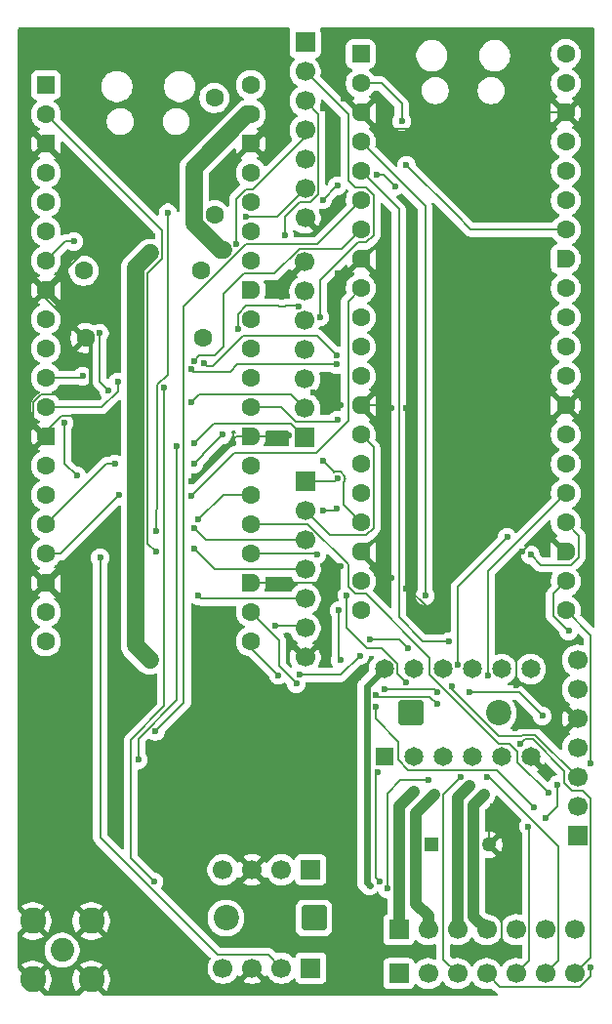
<source format=gbr>
%TF.GenerationSoftware,KiCad,Pcbnew,9.0.2*%
%TF.CreationDate,2025-11-02T21:23:42+09:00*%
%TF.ProjectId,kicad2026_2,6b696361-6432-4303-9236-5f322e6b6963,rev?*%
%TF.SameCoordinates,Original*%
%TF.FileFunction,Copper,L2,Bot*%
%TF.FilePolarity,Positive*%
%FSLAX46Y46*%
G04 Gerber Fmt 4.6, Leading zero omitted, Abs format (unit mm)*
G04 Created by KiCad (PCBNEW 9.0.2) date 2025-11-02 21:23:42*
%MOMM*%
%LPD*%
G01*
G04 APERTURE LIST*
G04 Aperture macros list*
%AMRoundRect*
0 Rectangle with rounded corners*
0 $1 Rounding radius*
0 $2 $3 $4 $5 $6 $7 $8 $9 X,Y pos of 4 corners*
0 Add a 4 corners polygon primitive as box body*
4,1,4,$2,$3,$4,$5,$6,$7,$8,$9,$2,$3,0*
0 Add four circle primitives for the rounded corners*
1,1,$1+$1,$2,$3*
1,1,$1+$1,$4,$5*
1,1,$1+$1,$6,$7*
1,1,$1+$1,$8,$9*
0 Add four rect primitives between the rounded corners*
20,1,$1+$1,$2,$3,$4,$5,0*
20,1,$1+$1,$4,$5,$6,$7,0*
20,1,$1+$1,$6,$7,$8,$9,0*
20,1,$1+$1,$8,$9,$2,$3,0*%
%AMFreePoly0*
4,1,37,0.603843,0.796157,0.639018,0.796157,0.711114,0.766294,0.766294,0.711114,0.796157,0.639018,0.796157,0.603843,0.800000,0.600000,0.800000,-0.600000,0.796157,-0.603843,0.796157,-0.639018,0.766294,-0.711114,0.711114,-0.766294,0.639018,-0.796157,0.603843,-0.796157,0.600000,-0.800000,0.000000,-0.800000,0.000000,-0.796148,-0.078414,-0.796148,-0.232228,-0.765552,-0.377117,-0.705537,
-0.507515,-0.618408,-0.618408,-0.507515,-0.705537,-0.377117,-0.765552,-0.232228,-0.796148,-0.078414,-0.796148,0.078414,-0.765552,0.232228,-0.705537,0.377117,-0.618408,0.507515,-0.507515,0.618408,-0.377117,0.705537,-0.232228,0.765552,-0.078414,0.796148,0.000000,0.796148,0.000000,0.800000,0.600000,0.800000,0.603843,0.796157,0.603843,0.796157,$1*%
%AMFreePoly1*
4,1,37,0.000000,0.796148,0.078414,0.796148,0.232228,0.765552,0.377117,0.705537,0.507515,0.618408,0.618408,0.507515,0.705537,0.377117,0.765552,0.232228,0.796148,0.078414,0.796148,-0.078414,0.765552,-0.232228,0.705537,-0.377117,0.618408,-0.507515,0.507515,-0.618408,0.377117,-0.705537,0.232228,-0.765552,0.078414,-0.796148,0.000000,-0.796148,0.000000,-0.800000,-0.600000,-0.800000,
-0.603843,-0.796157,-0.639018,-0.796157,-0.711114,-0.766294,-0.766294,-0.711114,-0.796157,-0.639018,-0.796157,-0.603843,-0.800000,-0.600000,-0.800000,0.600000,-0.796157,0.603843,-0.796157,0.639018,-0.766294,0.711114,-0.711114,0.766294,-0.639018,0.796157,-0.603843,0.796157,-0.600000,0.800000,0.000000,0.800000,0.000000,0.796148,0.000000,0.796148,$1*%
G04 Aperture macros list end*
%TA.AperFunction,ComponentPad*%
%ADD10R,1.700000X1.700000*%
%TD*%
%TA.AperFunction,ComponentPad*%
%ADD11C,1.700000*%
%TD*%
%TA.AperFunction,ComponentPad*%
%ADD12R,1.650000X1.650000*%
%TD*%
%TA.AperFunction,ComponentPad*%
%ADD13C,1.650000*%
%TD*%
%TA.AperFunction,ComponentPad*%
%ADD14RoundRect,0.249999X0.850001X0.850001X-0.850001X0.850001X-0.850001X-0.850001X0.850001X-0.850001X0*%
%TD*%
%TA.AperFunction,ComponentPad*%
%ADD15C,2.200000*%
%TD*%
%TA.AperFunction,ComponentPad*%
%ADD16RoundRect,0.200000X-0.600000X-0.600000X0.600000X-0.600000X0.600000X0.600000X-0.600000X0.600000X0*%
%TD*%
%TA.AperFunction,ComponentPad*%
%ADD17C,1.600000*%
%TD*%
%TA.AperFunction,ComponentPad*%
%ADD18FreePoly0,0.000000*%
%TD*%
%TA.AperFunction,ComponentPad*%
%ADD19FreePoly1,0.000000*%
%TD*%
%TA.AperFunction,ComponentPad*%
%ADD20RoundRect,0.249999X-0.850001X-0.850001X0.850001X-0.850001X0.850001X0.850001X-0.850001X0.850001X0*%
%TD*%
%TA.AperFunction,ComponentPad*%
%ADD21R,1.275000X1.275000*%
%TD*%
%TA.AperFunction,ComponentPad*%
%ADD22C,1.275000*%
%TD*%
%TA.AperFunction,ComponentPad*%
%ADD23C,2.050000*%
%TD*%
%TA.AperFunction,ComponentPad*%
%ADD24C,2.250000*%
%TD*%
%TA.AperFunction,ViaPad*%
%ADD25C,0.600000*%
%TD*%
%TA.AperFunction,Conductor*%
%ADD26C,0.200000*%
%TD*%
%TA.AperFunction,Conductor*%
%ADD27C,1.500000*%
%TD*%
%TA.AperFunction,Conductor*%
%ADD28C,1.000000*%
%TD*%
%TA.AperFunction,Conductor*%
%ADD29C,0.600000*%
%TD*%
G04 APERTURE END LIST*
D10*
%TO.P,J5,1,Pin_1*%
%TO.N,2_GP7*%
X138938000Y-159258000D03*
D11*
%TO.P,J5,2,Pin_2*%
%TO.N,2_GP14*%
X141478000Y-159258000D03*
%TO.P,J5,3,Pin_3*%
%TO.N,2_GP15*%
X144018000Y-159258000D03*
%TO.P,J5,4,Pin_4*%
%TO.N,2_GP16*%
X146558000Y-159258000D03*
%TO.P,J5,5,Pin_5*%
%TO.N,2_GP17*%
X149098000Y-159258000D03*
%TO.P,J5,6,Pin_6*%
%TO.N,2_GP18*%
X151638000Y-159258000D03*
%TO.P,J5,7,Pin_7*%
%TO.N,2_GP19*%
X154178000Y-159258000D03*
%TD*%
D12*
%TO.P,IC1,1,VM*%
%TO.N,Net-(D2-K)*%
X137668000Y-140462000D03*
D13*
%TO.P,IC1,2,AOUT1*%
%TO.N,1_AOUT1*%
X140208000Y-140462000D03*
%TO.P,IC1,3,AOUT2*%
%TO.N,1_AOUT2*%
X142748000Y-140462000D03*
%TO.P,IC1,4,BOUT1*%
%TO.N,1_BOUT1*%
X145288000Y-140462000D03*
%TO.P,IC1,5,BOUT2*%
%TO.N,1_BOUT2*%
X147828000Y-140462000D03*
%TO.P,IC1,6,GND*%
%TO.N,GND*%
X150368000Y-140462000D03*
%TO.P,IC1,7,BIN2*%
%TO.N,1_BIN2*%
X150368000Y-132842000D03*
%TO.P,IC1,8,BIN1*%
%TO.N,1_BIN1*%
X147828000Y-132842000D03*
%TO.P,IC1,9,AIN2*%
%TO.N,1_AIN2*%
X145288000Y-132842000D03*
%TO.P,IC1,10,AIN1*%
%TO.N,1_AIN1*%
X142748000Y-132842000D03*
%TO.P,IC1,11,MODE*%
%TO.N,unconnected-(IC1-MODE-Pad11)*%
X140208000Y-132842000D03*
%TO.P,IC1,12,VCC*%
%TO.N,Net-(D1-K)*%
X137668000Y-132842000D03*
%TD*%
D10*
%TO.P,J1,1,Pin_1*%
%TO.N,1_AOUT1*%
X138938000Y-155448000D03*
D11*
%TO.P,J1,2,Pin_2*%
%TO.N,1_AOUT2*%
X141478000Y-155448000D03*
%TO.P,J1,3,Pin_3*%
%TO.N,1_BOUT1*%
X144018000Y-155448000D03*
%TO.P,J1,4,Pin_4*%
%TO.N,1_BOUT2*%
X146558000Y-155448000D03*
%TO.P,J1,5,Pin_5*%
%TO.N,7.4V*%
X149098000Y-155448000D03*
%TO.P,J1,6,Pin_6*%
%TO.N,5V*%
X151638000Y-155448000D03*
%TO.P,J1,7,Pin_7*%
%TO.N,GND*%
X154178000Y-155448000D03*
%TD*%
D10*
%TO.P,J3,1,Pin_1*%
%TO.N,SCL3*%
X130810000Y-116586000D03*
D11*
%TO.P,J3,2,Pin_2*%
%TO.N,SDA3*%
X130810000Y-119126000D03*
%TO.P,J3,3,Pin_3*%
%TO.N,TX1*%
X130810000Y-121666000D03*
%TO.P,J3,4,Pin_4*%
%TO.N,RX1*%
X130810000Y-124206000D03*
%TO.P,J3,5,Pin_5*%
%TO.N,PWM*%
X130810000Y-126746000D03*
%TO.P,J3,6,Pin_6*%
%TO.N,RST*%
X130810000Y-129286000D03*
%TO.P,J3,7,Pin_7*%
%TO.N,GND*%
X130810000Y-131826000D03*
%TD*%
D14*
%TO.P,D1,1,K*%
%TO.N,Net-(D1-K)*%
X131572000Y-154432000D03*
D15*
%TO.P,D1,2,A*%
%TO.N,5V*%
X123952000Y-154432000D03*
%TD*%
D10*
%TO.P,J16,1,Pin_1*%
%TO.N,LED1*%
X130810000Y-78486000D03*
D11*
%TO.P,J16,2,Pin_2*%
%TO.N,LED2*%
X130810000Y-81026000D03*
%TO.P,J16,3,Pin_3*%
%TO.N,LED3*%
X130810000Y-83566000D03*
%TO.P,J16,4,Pin_4*%
%TO.N,LED4*%
X130810000Y-86106000D03*
%TO.P,J16,5,Pin_5*%
%TO.N,GP21*%
X130810000Y-88646000D03*
%TO.P,J16,6,Pin_6*%
%TO.N,1_GP10*%
X130810000Y-91186000D03*
%TO.P,J16,7,Pin_7*%
%TO.N,GND*%
X130810000Y-93726000D03*
%TD*%
D16*
%TO.P,A1,1,GPIO0*%
%TO.N,1_AIN1*%
X135636000Y-79502000D03*
D17*
%TO.P,A1,2,GPIO1*%
%TO.N,1_AIN2*%
X135636000Y-82042000D03*
D18*
%TO.P,A1,3,GND*%
%TO.N,GND*%
X135636000Y-84582000D03*
D17*
%TO.P,A1,4,GPIO2*%
%TO.N,1_BIN1*%
X135636000Y-87122000D03*
%TO.P,A1,5,GPIO3*%
%TO.N,1_BIN2*%
X135636000Y-89662000D03*
%TO.P,A1,6,GPIO4*%
%TO.N,TX4*%
X135636000Y-92202000D03*
%TO.P,A1,7,GPIO5*%
%TO.N,RX4*%
X135636000Y-94742000D03*
D18*
%TO.P,A1,8,GND*%
%TO.N,GND*%
X135636000Y-97282000D03*
D17*
%TO.P,A1,9,GPIO6*%
%TO.N,RST2*%
X135636000Y-99822000D03*
%TO.P,A1,10,GPIO7*%
%TO.N,2_GP7*%
X135636000Y-102362000D03*
%TO.P,A1,11,GPIO8*%
%TO.N,SerialUARTTX*%
X135636000Y-104902000D03*
%TO.P,A1,12,GPIO9*%
%TO.N,SerialUARTRX*%
X135636000Y-107442000D03*
D18*
%TO.P,A1,13,GND*%
%TO.N,GND*%
X135636000Y-109982000D03*
D17*
%TO.P,A1,14,GPIO10*%
%TO.N,SDA3*%
X135636000Y-112522000D03*
%TO.P,A1,15,GPIO11*%
%TO.N,SCL3*%
X135636000Y-115062000D03*
%TO.P,A1,16,GPIO12*%
%TO.N,TX3*%
X135636000Y-117602000D03*
%TO.P,A1,17,GPIO13*%
%TO.N,RX3*%
X135636000Y-120142000D03*
D18*
%TO.P,A1,18,GND*%
%TO.N,GND*%
X135636000Y-122682000D03*
D17*
%TO.P,A1,19,GPIO14*%
%TO.N,2_GP14*%
X135636000Y-125222000D03*
%TO.P,A1,20,GPIO15*%
%TO.N,2_GP15*%
X135636000Y-127762000D03*
%TO.P,A1,21,GPIO16*%
%TO.N,2_GP16*%
X153416000Y-127762000D03*
%TO.P,A1,22,GPIO17*%
%TO.N,2_GP17*%
X153416000Y-125222000D03*
D19*
%TO.P,A1,23,GND*%
%TO.N,GND*%
X153416000Y-122682000D03*
D17*
%TO.P,A1,24,GPIO18*%
%TO.N,2_GP18*%
X153416000Y-120142000D03*
%TO.P,A1,25,GPIO19*%
%TO.N,2_GP19*%
X153416000Y-117602000D03*
%TO.P,A1,26,GPIO20*%
%TO.N,unconnected-(A1-GPIO20-Pad26)*%
X153416000Y-115062000D03*
%TO.P,A1,27,GPIO21*%
%TO.N,unconnected-(A1-GPIO21-Pad27)_1*%
X153416000Y-112522000D03*
D19*
%TO.P,A1,28,GND*%
%TO.N,GND*%
X153416000Y-109982000D03*
D17*
%TO.P,A1,29,GPIO22*%
%TO.N,unconnected-(A1-GPIO22-Pad29)*%
X153416000Y-107442000D03*
%TO.P,A1,30,RUN*%
%TO.N,unconnected-(A1-RUN-Pad30)_1*%
X153416000Y-104902000D03*
%TO.P,A1,31,GPIO26_ADC0*%
%TO.N,unconnected-(A1-GPIO26_ADC0-Pad31)*%
X153416000Y-102362000D03*
%TO.P,A1,32,GPIO27_ADC1*%
%TO.N,unconnected-(A1-GPIO27_ADC1-Pad32)*%
X153416000Y-99822000D03*
D19*
%TO.P,A1,33,AGND*%
%TO.N,unconnected-(A1-AGND-Pad33)*%
X153416000Y-97282000D03*
D17*
%TO.P,A1,34,GPIO28_ADC2*%
%TO.N,GP21*%
X153416000Y-94742000D03*
%TO.P,A1,35,ADC_VREF*%
%TO.N,unconnected-(A1-ADC_VREF-Pad35)*%
X153416000Y-92202000D03*
%TO.P,A1,36,3V3*%
%TO.N,unconnected-(A1-3V3-Pad36)_1*%
X153416000Y-89662000D03*
%TO.P,A1,37,3V3_EN*%
%TO.N,unconnected-(A1-3V3_EN-Pad37)_1*%
X153416000Y-87122000D03*
D19*
%TO.P,A1,38,GND*%
%TO.N,GND*%
X153416000Y-84582000D03*
D17*
%TO.P,A1,39,VSYS*%
%TO.N,5V*%
X153416000Y-82042000D03*
%TO.P,A1,40,VBUS*%
%TO.N,unconnected-(A1-VBUS-Pad40)*%
X153416000Y-79502000D03*
%TD*%
D10*
%TO.P,J10,1,Pin_1*%
%TO.N,CS*%
X154432000Y-147320000D03*
D11*
%TO.P,J10,2,Pin_2*%
%TO.N,MOSI*%
X154432000Y-144780000D03*
%TO.P,J10,3,Pin_3*%
%TO.N,MISO*%
X154432000Y-142240000D03*
%TO.P,J10,4,Pin_4*%
%TO.N,SCK*%
X154432000Y-139700000D03*
%TO.P,J10,5,Pin_5*%
%TO.N,GND*%
X154432000Y-137160000D03*
%TO.P,J10,6,Pin_6*%
%TO.N,unconnected-(J10-Pin_6-Pad6)*%
X154432000Y-134620000D03*
%TO.P,J10,7,Pin_7*%
%TO.N,5V*%
X154432000Y-132080000D03*
%TD*%
D16*
%TO.P,A3,1,GPIO0*%
%TO.N,TX1*%
X108319000Y-82184000D03*
D17*
%TO.P,A3,2,GPIO1*%
%TO.N,RX1*%
X108319000Y-84724000D03*
D18*
%TO.P,A3,3,GND*%
%TO.N,GND*%
X108319000Y-87264000D03*
D17*
%TO.P,A3,4,GPIO2*%
%TO.N,RX2*%
X108319000Y-89804000D03*
%TO.P,A3,5,GPIO3*%
%TO.N,SCL*%
X108319000Y-92344000D03*
%TO.P,A3,6,GPIO4*%
X108319000Y-94884000D03*
%TO.P,A3,7,GPIO5*%
%TO.N,RX2*%
X108319000Y-97424000D03*
D18*
%TO.P,A3,8,GND*%
%TO.N,GND*%
X108319000Y-99964000D03*
D17*
%TO.P,A3,9,GPIO6*%
%TO.N,unconnected-(A3-GPIO6-Pad9)_1*%
X108319000Y-102504000D03*
%TO.P,A3,10,GPIO7*%
%TO.N,unconnected-(A3-GPIO7-Pad10)*%
X108319000Y-105044000D03*
%TO.P,A3,11,GPIO8*%
%TO.N,SerialUARTTX*%
X108319000Y-107584000D03*
%TO.P,A3,12,GPIO9*%
%TO.N,SerialUARTRX*%
X108319000Y-110124000D03*
D18*
%TO.P,A3,13,GND*%
%TO.N,GND*%
X108319000Y-112664000D03*
D17*
%TO.P,A3,14,GPIO10*%
%TO.N,1_GP10*%
X108319000Y-115204000D03*
%TO.P,A3,15,GPIO11*%
%TO.N,unconnected-(A3-GPIO11-Pad15)*%
X108319000Y-117744000D03*
%TO.P,A3,16,GPIO12*%
%TO.N,SDA4*%
X108319000Y-120284000D03*
%TO.P,A3,17,GPIO13*%
%TO.N,SCL4*%
X108319000Y-122824000D03*
D18*
%TO.P,A3,18,GND*%
%TO.N,GND*%
X108319000Y-125364000D03*
D17*
%TO.P,A3,19,GPIO14*%
%TO.N,unconnected-(A3-GPIO14-Pad19)_1*%
X108319000Y-127904000D03*
%TO.P,A3,20,GPIO15*%
%TO.N,RST*%
X108319000Y-130444000D03*
%TO.P,A3,21,GPIO16*%
%TO.N,MISO*%
X126099000Y-130444000D03*
%TO.P,A3,22,GPIO17*%
%TO.N,CS*%
X126099000Y-127904000D03*
D19*
%TO.P,A3,23,GND*%
%TO.N,GND*%
X126099000Y-125364000D03*
D17*
%TO.P,A3,24,GPIO18*%
%TO.N,SCK*%
X126099000Y-122824000D03*
%TO.P,A3,25,GPIO19*%
%TO.N,MOSI*%
X126099000Y-120284000D03*
%TO.P,A3,26,GPIO20*%
%TO.N,PWM*%
X126099000Y-117744000D03*
%TO.P,A3,27,GPIO21*%
%TO.N,unconnected-(A3-GPIO21-Pad27)*%
X126099000Y-115204000D03*
D19*
%TO.P,A3,28,GND*%
%TO.N,GND*%
X126099000Y-112664000D03*
D17*
%TO.P,A3,29,GPIO22*%
%TO.N,LED1*%
X126099000Y-110124000D03*
%TO.P,A3,30,RUN*%
%TO.N,unconnected-(A3-RUN-Pad30)*%
X126099000Y-107584000D03*
%TO.P,A3,31,GPIO26_ADC0*%
%TO.N,LED2*%
X126099000Y-105044000D03*
%TO.P,A3,32,GPIO27_ADC1*%
%TO.N,LED3*%
X126099000Y-102504000D03*
D19*
%TO.P,A3,33,AGND*%
%TO.N,unconnected-(A3-AGND-Pad33)_1*%
X126099000Y-99964000D03*
D17*
%TO.P,A3,34,GPIO28_ADC2*%
%TO.N,LED4*%
X126099000Y-97424000D03*
%TO.P,A3,35,ADC_VREF*%
%TO.N,unconnected-(A3-ADC_VREF-Pad35)_1*%
X126099000Y-94884000D03*
%TO.P,A3,36,3V3*%
%TO.N,3.3V*%
X126099000Y-92344000D03*
%TO.P,A3,37,3V3_EN*%
%TO.N,unconnected-(A3-3V3_EN-Pad37)*%
X126099000Y-89804000D03*
D19*
%TO.P,A3,38,GND*%
%TO.N,GND*%
X126099000Y-87264000D03*
D17*
%TO.P,A3,39,VSYS*%
%TO.N,5V*%
X126099000Y-84724000D03*
%TO.P,A3,40,VBUS*%
%TO.N,unconnected-(A3-VBUS-Pad40)*%
X126099000Y-82184000D03*
%TD*%
D10*
%TO.P,J2,1,Pin_1*%
%TO.N,SCL4*%
X130785000Y-112776000D03*
D11*
%TO.P,J2,2,Pin_2*%
%TO.N,SDA4*%
X130785000Y-110236000D03*
%TO.P,J2,3,Pin_3*%
%TO.N,unconnected-(J2-Pin_3-Pad3)*%
X130785000Y-107696000D03*
%TO.P,J2,4,Pin_4*%
%TO.N,unconnected-(J2-Pin_4-Pad4)*%
X130785000Y-105156000D03*
%TO.P,J2,5,Pin_5*%
%TO.N,TX3*%
X130785000Y-102616000D03*
%TO.P,J2,6,Pin_6*%
%TO.N,RX3*%
X130785000Y-100076000D03*
%TO.P,J2,7,Pin_7*%
%TO.N,GND*%
X130785000Y-97536000D03*
%TD*%
D17*
%TO.P,R7,1*%
%TO.N,Net-(R7-Pad1)*%
X121766019Y-98298000D03*
%TO.P,R7,2*%
%TO.N,Net-(R6-Pad1)*%
X111606019Y-98298000D03*
%TD*%
D10*
%TO.P,J11,1,Pin_1*%
%TO.N,unconnected-(J11-Pin_1-Pad1)*%
X131298000Y-150245000D03*
D11*
%TO.P,J11,2,Pin_2*%
%TO.N,unconnected-(J11-Pin_2-Pad2)*%
X128758000Y-150245000D03*
%TO.P,J11,3,Pin_3*%
%TO.N,GND*%
X126218000Y-150245000D03*
%TO.P,J11,4,Pin_4*%
%TO.N,unconnected-(J11-Pin_4-Pad4)*%
X123678000Y-150245000D03*
%TD*%
D10*
%TO.P,J7,1,Pin_1*%
%TO.N,SCL*%
X131308000Y-158775000D03*
D11*
%TO.P,J7,2,Pin_2*%
%TO.N,RX2*%
X128768000Y-158775000D03*
%TO.P,J7,3,Pin_3*%
%TO.N,GND*%
X126228000Y-158775000D03*
%TO.P,J7,4,Pin_4*%
%TO.N,5V*%
X123688000Y-158775000D03*
%TD*%
D17*
%TO.P,R6,1*%
%TO.N,Net-(R6-Pad1)*%
X122936000Y-93472000D03*
%TO.P,R6,2*%
%TO.N,Net-(MD3-TRIM)*%
X122936000Y-83312000D03*
%TD*%
D20*
%TO.P,D2,1,K*%
%TO.N,Net-(D2-K)*%
X139954000Y-136652000D03*
D15*
%TO.P,D2,2,A*%
%TO.N,5V*%
X147574000Y-136652000D03*
%TD*%
D17*
%TO.P,R8,1*%
%TO.N,GND*%
X111760000Y-104140000D03*
%TO.P,R8,2*%
%TO.N,Net-(R7-Pad1)*%
X121920000Y-104140000D03*
%TD*%
D21*
%TO.P,C5,1*%
%TO.N,5V*%
X141772000Y-148082000D03*
D22*
%TO.P,C5,2*%
%TO.N,GND*%
X146772000Y-148082000D03*
%TD*%
D23*
%TO.P,J4,1,In*%
%TO.N,RFIO*%
X109728000Y-157226000D03*
D24*
%TO.P,J4,2,Ext*%
%TO.N,GND*%
X107188000Y-154686000D03*
X107188000Y-159766000D03*
X112268000Y-154686000D03*
X112268000Y-159766000D03*
%TD*%
D25*
%TO.N,GND*%
X112776000Y-110998000D03*
X132330000Y-84237472D03*
X134112000Y-83342000D03*
X136906000Y-123952000D03*
X139608000Y-110236000D03*
X120904000Y-116586000D03*
X110940313Y-124148313D03*
X149098000Y-134274000D03*
X149606000Y-122682000D03*
X150114000Y-84836000D03*
X133530000Y-85344000D03*
X124714000Y-83312000D03*
X129405000Y-112535412D03*
X133857157Y-123933925D03*
X139608000Y-125900971D03*
X147828000Y-157480000D03*
X138268000Y-110236000D03*
X133604000Y-98552000D03*
X142494000Y-127508000D03*
X131481057Y-108852722D03*
X149011715Y-138008285D03*
X138338000Y-124968000D03*
X133930000Y-109982000D03*
X129540000Y-84836000D03*
X114554000Y-125222000D03*
X152908000Y-135636000D03*
X149098000Y-129286000D03*
X140970000Y-84836000D03*
X149352000Y-109982000D03*
X111760000Y-90424000D03*
X112268000Y-109220000D03*
X111335735Y-128694265D03*
X127762000Y-134620000D03*
X147066000Y-144780000D03*
X148336000Y-149860000D03*
%TO.N,RX3*%
X132330000Y-114776472D03*
%TO.N,1_AIN2*%
X139192000Y-85344000D03*
%TO.N,RX4*%
X119703000Y-113538000D03*
X121185183Y-106099889D03*
X116332000Y-140716000D03*
%TO.N,RST2*%
X120904000Y-117856000D03*
%TO.N,2_GP19*%
X146642882Y-133434559D03*
X149446467Y-139351533D03*
%TO.N,TX4*%
X117825901Y-138245028D03*
%TO.N,1_BIN2*%
X143256000Y-130464000D03*
%TO.N,2_GP18*%
X146558000Y-142188000D03*
X144025730Y-132428259D03*
X148336000Y-121412000D03*
X150368000Y-122936000D03*
%TO.N,5V*%
X123698000Y-96520000D03*
%TO.N,SerialUARTRX*%
X133530000Y-106426000D03*
X120903000Y-106848473D03*
X114554000Y-107950000D03*
%TO.N,2_GP16*%
X155610000Y-140998288D03*
X155610000Y-158674527D03*
%TO.N,SCL3*%
X133604000Y-116332000D03*
%TO.N,1_BIN1*%
X141224000Y-126492000D03*
%TO.N,2_GP17*%
X152695762Y-142849036D03*
X151638000Y-145796000D03*
X153670000Y-129540000D03*
X150184103Y-146487897D03*
%TO.N,3.3V*%
X117348000Y-132080000D03*
X117348000Y-96774000D03*
%TO.N,TX3*%
X132330000Y-119126000D03*
X133572403Y-118926930D03*
%TO.N,2_GP15*%
X133858000Y-132080000D03*
X144288000Y-142188000D03*
X136942000Y-135128000D03*
X133766000Y-127762000D03*
X142240000Y-135890000D03*
%TO.N,SerialUARTTX*%
X133530000Y-105625997D03*
X122001413Y-106263999D03*
X111506000Y-107442000D03*
%TO.N,2_GP7*%
X137142000Y-141787002D03*
X137317965Y-151245999D03*
%TO.N,2_GP14*%
X137938000Y-151892000D03*
X141478000Y-142494000D03*
X134433210Y-126424790D03*
X139524004Y-133976802D03*
%TO.N,SCK*%
X142240000Y-134874000D03*
X151384000Y-136906000D03*
X137668000Y-134620000D03*
X131826000Y-122936000D03*
X145034000Y-134874000D03*
%TO.N,PWM*%
X121574000Y-119888000D03*
X121574000Y-126492000D03*
%TO.N,LED2*%
X130234000Y-101383562D03*
X132103285Y-102325084D03*
X124968000Y-103378000D03*
%TO.N,SCL4*%
X121152500Y-113284000D03*
X114691000Y-117739000D03*
%TO.N,RX2*%
X110744000Y-95758000D03*
X110998000Y-116078000D03*
X113030000Y-123190000D03*
X109905019Y-111506000D03*
%TO.N,MOSI*%
X151963400Y-143581400D03*
%TO.N,SDA4*%
X120904000Y-109728000D03*
X114300000Y-115062000D03*
%TO.N,LED3*%
X129032000Y-95250000D03*
%TO.N,LED4*%
X124816034Y-95960983D03*
%TO.N,MISO*%
X136398000Y-130302000D03*
X139700000Y-131064000D03*
X143519063Y-134356939D03*
X130302000Y-133350000D03*
X135560527Y-131664000D03*
X128480735Y-133393265D03*
%TO.N,TX1*%
X117856000Y-120904000D03*
X118908972Y-93254972D03*
X121158000Y-120650000D03*
%TO.N,GP21*%
X138640735Y-90975265D03*
X139608000Y-89154000D03*
X133604000Y-90932000D03*
X137068000Y-89959265D03*
X132330000Y-92142288D03*
%TO.N,RST*%
X121152500Y-115062000D03*
X123652500Y-112522000D03*
X128205000Y-129104232D03*
%TO.N,CS*%
X136942000Y-136091414D03*
X150693400Y-144851400D03*
X130048000Y-134112000D03*
%TO.N,1_GP10*%
X125694721Y-93579826D03*
%TO.N,RX1*%
X117856000Y-122682000D03*
X121158000Y-122428000D03*
%TO.N,SCL*%
X113758735Y-108678735D03*
X117710885Y-151275115D03*
X112985637Y-103706620D03*
X118598000Y-108458000D03*
%TO.N,LED1*%
X133604000Y-111252000D03*
%TO.N,1_AOUT2*%
X141986000Y-143764000D03*
%TO.N,1_AOUT1*%
X140208000Y-143510000D03*
%TO.N,1_BOUT2*%
X146304000Y-143764000D03*
%TO.N,1_BOUT1*%
X145034000Y-143002000D03*
%TO.N,Net-(D1-K)*%
X136398000Y-151638000D03*
%TD*%
D26*
%TO.N,GND*%
X112683000Y-110905000D02*
X112776000Y-110998000D01*
X109656076Y-110905000D02*
X112683000Y-110905000D01*
X108319000Y-112242076D02*
X109656076Y-110905000D01*
X108319000Y-112664000D02*
X108319000Y-112242076D01*
X150368000Y-84582000D02*
X150114000Y-84836000D01*
X111760000Y-90424000D02*
X111760000Y-96523000D01*
X152315000Y-121581000D02*
X150707000Y-121581000D01*
X112071000Y-109023000D02*
X107862950Y-109023000D01*
X154432000Y-137160000D02*
X152908000Y-135636000D01*
X132610335Y-109982000D02*
X133930000Y-109982000D01*
X126099000Y-112664000D02*
X129276412Y-112664000D01*
X146772000Y-145074000D02*
X146772000Y-148082000D01*
X126099000Y-125364000D02*
X132427082Y-125364000D01*
X137322000Y-123952000D02*
X138338000Y-124968000D01*
X151546000Y-134274000D02*
X149098000Y-134274000D01*
X139608000Y-125725943D02*
X141390057Y-127508000D01*
X134396000Y-83342000D02*
X134112000Y-83342000D01*
X148336000Y-149860000D02*
X147828000Y-150368000D01*
X147828000Y-150368000D02*
X147828000Y-157480000D01*
X136906000Y-123952000D02*
X137322000Y-123952000D01*
X111760000Y-96523000D02*
X108319000Y-99964000D01*
X139861000Y-85945000D02*
X140970000Y-84836000D01*
X147066000Y-144780000D02*
X146772000Y-145074000D01*
X134366000Y-98552000D02*
X133604000Y-98552000D01*
X153583715Y-138008285D02*
X149011715Y-138008285D01*
X136999000Y-85945000D02*
X139861000Y-85945000D01*
X154432000Y-137160000D02*
X153583715Y-138008285D01*
X152908000Y-135636000D02*
X151546000Y-134274000D01*
X107218000Y-111563000D02*
X108319000Y-112664000D01*
X111407000Y-109023000D02*
X107862950Y-109023000D01*
X153416000Y-109982000D02*
X152315000Y-108881000D01*
X131481057Y-108852722D02*
X132610335Y-109982000D01*
X111760000Y-104140000D02*
X112268000Y-104648000D01*
X153416000Y-122682000D02*
X152315000Y-121581000D01*
X135636000Y-109982000D02*
X138014000Y-109982000D01*
X135636000Y-97282000D02*
X134366000Y-98552000D01*
X150453000Y-108881000D02*
X149352000Y-109982000D01*
X138014000Y-109982000D02*
X138268000Y-110236000D01*
X149098000Y-134274000D02*
X149098000Y-129286000D01*
X124826000Y-112664000D02*
X120904000Y-116586000D01*
X112107000Y-104487000D02*
X112107000Y-108323000D01*
X132427082Y-125364000D02*
X133857157Y-123933925D01*
X112268000Y-109220000D02*
X112071000Y-109023000D01*
X133436528Y-85344000D02*
X132330000Y-84237472D01*
X141390057Y-127508000D02*
X142494000Y-127508000D01*
X135636000Y-84582000D02*
X136999000Y-85945000D01*
X112268000Y-104648000D02*
X112268000Y-109220000D01*
X150707000Y-121581000D02*
X149606000Y-122682000D01*
X132427082Y-130208918D02*
X130810000Y-131826000D01*
X112107000Y-108323000D02*
X111407000Y-109023000D01*
X132427082Y-125364000D02*
X132427082Y-130208918D01*
X110940313Y-124148313D02*
X111252000Y-124460000D01*
X108319000Y-100699000D02*
X111760000Y-104140000D01*
X107218000Y-109667950D02*
X107218000Y-111563000D01*
X111760000Y-104140000D02*
X112107000Y-104487000D01*
X108319000Y-99964000D02*
X108319000Y-100699000D01*
X152315000Y-108881000D02*
X150453000Y-108881000D01*
X129276412Y-112664000D02*
X129405000Y-112535412D01*
X111252000Y-128610530D02*
X111335735Y-128694265D01*
X139608000Y-110236000D02*
X139608000Y-125725943D01*
X111252000Y-124460000D02*
X111252000Y-128610530D01*
X153416000Y-84582000D02*
X150368000Y-84582000D01*
X133530000Y-85344000D02*
X133436528Y-85344000D01*
X126099000Y-112664000D02*
X124826000Y-112664000D01*
X135636000Y-84582000D02*
X134396000Y-83342000D01*
X107862950Y-109023000D02*
X107218000Y-109667950D01*
%TO.N,RX3*%
X134205000Y-116580943D02*
X134112000Y-116673943D01*
X133319793Y-115766265D02*
X133350000Y-115736057D01*
X134205000Y-116332000D02*
X134278057Y-116332000D01*
X134205000Y-116083057D02*
X134205000Y-116332000D01*
X134112000Y-116673943D02*
X134112000Y-118618000D01*
X133852943Y-115731000D02*
X134205000Y-116083057D01*
X134278057Y-116332000D02*
X134205000Y-116405057D01*
X134205000Y-116405057D02*
X134205000Y-116580943D01*
X132330000Y-114776472D02*
X133289585Y-115736057D01*
X134112000Y-118618000D02*
X135636000Y-120142000D01*
X133350000Y-115736057D02*
X133355057Y-115731000D01*
X133355057Y-115731000D02*
X133852943Y-115731000D01*
X133289585Y-115736057D02*
X133350000Y-115736057D01*
%TO.N,1_AIN2*%
X137414000Y-82042000D02*
X135636000Y-82042000D01*
X139192000Y-83820000D02*
X137414000Y-82042000D01*
X139192000Y-85344000D02*
X139192000Y-83820000D01*
%TO.N,SDA3*%
X136737000Y-120598050D02*
X136092050Y-121243000D01*
X136737000Y-113623000D02*
X136737000Y-120598050D01*
X132927000Y-121243000D02*
X130810000Y-119126000D01*
X136092050Y-121243000D02*
X132927000Y-121243000D01*
X135636000Y-112522000D02*
X136737000Y-113623000D01*
%TO.N,RX4*%
X121185183Y-106099889D02*
X121621072Y-105664000D01*
X119703000Y-135517986D02*
X119703000Y-113538000D01*
X123698000Y-104902000D02*
X123698000Y-100330000D01*
X125503000Y-98525000D02*
X128168240Y-98525000D01*
X116332000Y-140716000D02*
X116332000Y-138888986D01*
X121621072Y-105664000D02*
X122936000Y-105664000D01*
X133992000Y-96386000D02*
X135636000Y-94742000D01*
X130307240Y-96386000D02*
X133992000Y-96386000D01*
X122936000Y-105664000D02*
X123698000Y-104902000D01*
X116332000Y-138888986D02*
X119703000Y-135517986D01*
X128168240Y-98525000D02*
X130307240Y-96386000D01*
X123698000Y-100330000D02*
X125503000Y-98525000D01*
%TO.N,RST2*%
X124657000Y-114103000D02*
X131760000Y-114103000D01*
X134530000Y-100928000D02*
X135636000Y-99822000D01*
X134530000Y-111333000D02*
X134530000Y-100928000D01*
X131760000Y-114103000D02*
X134530000Y-111333000D01*
X120904000Y-117856000D02*
X124657000Y-114103000D01*
%TO.N,2_GP19*%
X146642882Y-124375118D02*
X153416000Y-117602000D01*
X153281000Y-141656101D02*
X153281000Y-142716760D01*
X146642882Y-133434559D02*
X146642882Y-124375118D01*
X150562899Y-138938000D02*
X153281000Y-141656101D01*
X149446467Y-139351533D02*
X149860000Y-138938000D01*
X155583000Y-144065240D02*
X155583000Y-157853000D01*
X154908760Y-143391000D02*
X155583000Y-144065240D01*
X155583000Y-157853000D02*
X154178000Y-159258000D01*
X153955240Y-143391000D02*
X154908760Y-143391000D01*
X149860000Y-138938000D02*
X150562899Y-138938000D01*
X153281000Y-142716760D02*
X153955240Y-143391000D01*
%TO.N,TX4*%
X125719338Y-95985000D02*
X131853000Y-95985000D01*
X131853000Y-95985000D02*
X135636000Y-92202000D01*
X120303000Y-135767929D02*
X120303000Y-101401338D01*
X120303000Y-101401338D02*
X125719338Y-95985000D01*
X117825901Y-138245028D02*
X120303000Y-135767929D01*
%TO.N,1_BIN2*%
X135636000Y-89662000D02*
X138938000Y-92964000D01*
X138938000Y-128357943D02*
X141044057Y-130464000D01*
X138938000Y-92964000D02*
X138938000Y-128357943D01*
X141044057Y-130464000D02*
X143256000Y-130464000D01*
%TO.N,2_GP18*%
X144025730Y-125722270D02*
X148336000Y-121412000D01*
X150368000Y-122936000D02*
X151220000Y-123788000D01*
X152789000Y-158107000D02*
X152789000Y-148244265D01*
X153874122Y-123788000D02*
X154522000Y-123140122D01*
X151638000Y-159258000D02*
X152789000Y-158107000D01*
X144025730Y-132428259D02*
X144025730Y-125722270D01*
X151220000Y-123788000D02*
X153874122Y-123788000D01*
X152789000Y-148244265D02*
X146732735Y-142188000D01*
X154522000Y-121248000D02*
X153416000Y-120142000D01*
X146732735Y-142188000D02*
X146558000Y-142188000D01*
X154522000Y-123140122D02*
X154522000Y-121248000D01*
D27*
%TO.N,5V*%
X121185000Y-89343168D02*
X125804168Y-84724000D01*
X123507712Y-96520000D02*
X121185000Y-94197288D01*
X121185000Y-94197288D02*
X121185000Y-89343168D01*
X123698000Y-96520000D02*
X123507712Y-96520000D01*
X125804168Y-84724000D02*
X126099000Y-84724000D01*
D26*
%TO.N,SerialUARTRX*%
X121081527Y-107027000D02*
X124351975Y-107027000D01*
X113162000Y-110124000D02*
X108319000Y-110124000D01*
X124952975Y-106426000D02*
X133530000Y-106426000D01*
X124351975Y-107027000D02*
X124952975Y-106426000D01*
X114554000Y-107950000D02*
X114554000Y-108732000D01*
X120903000Y-106848473D02*
X121081527Y-107027000D01*
X114554000Y-108732000D02*
X113162000Y-110124000D01*
%TO.N,2_GP16*%
X155610000Y-159453760D02*
X155610000Y-158674527D01*
X155610000Y-140998288D02*
X155610000Y-129956000D01*
X146558000Y-159258000D02*
X147709000Y-160409000D01*
X147709000Y-160409000D02*
X154654760Y-160409000D01*
X154654760Y-160409000D02*
X155610000Y-159453760D01*
X155610000Y-129956000D02*
X153416000Y-127762000D01*
%TO.N,SCL3*%
X133350000Y-116586000D02*
X133604000Y-116332000D01*
X130810000Y-116586000D02*
X133350000Y-116586000D01*
%TO.N,1_BIN1*%
X141224000Y-126492000D02*
X141224000Y-92710000D01*
X141224000Y-92710000D02*
X135636000Y-87122000D01*
%TO.N,2_GP17*%
X149098000Y-159258000D02*
X150249000Y-158107000D01*
X151638000Y-145796000D02*
X152695762Y-144738238D01*
X152315000Y-128218050D02*
X152315000Y-126323000D01*
X152695762Y-144738238D02*
X152695762Y-142849036D01*
X153670000Y-129540000D02*
X153636950Y-129540000D01*
X150249000Y-158107000D02*
X150249000Y-146552794D01*
X150249000Y-146552794D02*
X150184103Y-146487897D01*
X153636950Y-129540000D02*
X152315000Y-128218050D01*
X152315000Y-126323000D02*
X153416000Y-125222000D01*
D27*
%TO.N,3.3V*%
X116078000Y-130810000D02*
X117348000Y-132080000D01*
X117348000Y-96774000D02*
X116078000Y-98044000D01*
X116078000Y-98044000D02*
X116078000Y-130810000D01*
D26*
%TO.N,TX3*%
X133373333Y-119126000D02*
X132330000Y-119126000D01*
X133572403Y-118926930D02*
X133373333Y-119126000D01*
%TO.N,2_GP15*%
X144018000Y-159258000D02*
X142787000Y-158027000D01*
X142787000Y-143689000D02*
X144288000Y-142188000D01*
X133766000Y-131988000D02*
X133858000Y-132080000D01*
X142787000Y-158027000D02*
X142787000Y-143689000D01*
X137035000Y-135221000D02*
X136942000Y-135128000D01*
X133766000Y-127762000D02*
X133766000Y-131988000D01*
X141571000Y-135221000D02*
X137035000Y-135221000D01*
X142240000Y-135890000D02*
X141571000Y-135221000D01*
%TO.N,SerialUARTTX*%
X122775000Y-106587000D02*
X122324414Y-106587000D01*
X111364000Y-107584000D02*
X108319000Y-107584000D01*
X125419000Y-103943000D02*
X122775000Y-106587000D01*
X133530000Y-105625997D02*
X131847003Y-103943000D01*
X111506000Y-107442000D02*
X111364000Y-107584000D01*
X122324414Y-106587000D02*
X122001413Y-106263999D01*
X131847003Y-103943000D02*
X125419000Y-103943000D01*
%TO.N,2_GP7*%
X136943000Y-141986002D02*
X137142000Y-141787002D01*
X136943000Y-150913000D02*
X136943000Y-141986002D01*
X137317965Y-151245999D02*
X137275999Y-151245999D01*
X137275999Y-151245999D02*
X136943000Y-150913000D01*
%TO.N,2_GP14*%
X137482405Y-131064000D02*
X138794000Y-132375595D01*
X139070495Y-142494000D02*
X141478000Y-142494000D01*
X137938000Y-151892000D02*
X137938000Y-143626495D01*
X134366000Y-129286000D02*
X136144000Y-131064000D01*
X136144000Y-131064000D02*
X137482405Y-131064000D01*
X137938000Y-143626495D02*
X139070495Y-142494000D01*
X134433210Y-126424790D02*
X134433210Y-126645129D01*
X134366000Y-126712339D02*
X134366000Y-129286000D01*
X134433210Y-126645129D02*
X134366000Y-126712339D01*
X138794000Y-133246798D02*
X139524004Y-133976802D01*
X138794000Y-132375595D02*
X138794000Y-133246798D01*
%TO.N,SCK*%
X149352000Y-134874000D02*
X145034000Y-134874000D01*
X142240000Y-134874000D02*
X141986000Y-134620000D01*
X131826000Y-122936000D02*
X131714000Y-122824000D01*
X151384000Y-136906000D02*
X149352000Y-134874000D01*
X131714000Y-122824000D02*
X126099000Y-122824000D01*
X141986000Y-134620000D02*
X137668000Y-134620000D01*
%TO.N,PWM*%
X123718000Y-117744000D02*
X121574000Y-119888000D01*
X121574000Y-126492000D02*
X121828000Y-126746000D01*
X121828000Y-126746000D02*
X130810000Y-126746000D01*
X126099000Y-117744000D02*
X123718000Y-117744000D01*
%TO.N,LED2*%
X129026943Y-101384562D02*
X128529057Y-101384562D01*
X134535000Y-90456050D02*
X134535000Y-84751000D01*
X135179950Y-91101000D02*
X134535000Y-90456050D01*
X132103285Y-99117540D02*
X135377825Y-95843000D01*
X136092050Y-91101000D02*
X135179950Y-91101000D01*
X124968000Y-102077950D02*
X124968000Y-103378000D01*
X125699950Y-101346000D02*
X124968000Y-102077950D01*
X136092050Y-95843000D02*
X136737000Y-95198050D01*
X129065505Y-101346000D02*
X129026943Y-101384562D01*
X130196438Y-101346000D02*
X129065505Y-101346000D01*
X136737000Y-91745950D02*
X136092050Y-91101000D01*
X130234000Y-101383562D02*
X130196438Y-101346000D01*
X135377825Y-95843000D02*
X136092050Y-95843000D01*
X128529057Y-101384562D02*
X128490495Y-101346000D01*
X134535000Y-84751000D02*
X130810000Y-81026000D01*
X136737000Y-95198050D02*
X136737000Y-91745950D01*
X128490495Y-101346000D02*
X125699950Y-101346000D01*
X132103285Y-102325084D02*
X132103285Y-99117540D01*
%TO.N,SCL4*%
X114691000Y-117739000D02*
X109606000Y-122824000D01*
X121152500Y-113284000D02*
X122878500Y-111558000D01*
X129567000Y-111558000D02*
X130785000Y-112776000D01*
X122878500Y-111558000D02*
X129567000Y-111558000D01*
X109606000Y-122824000D02*
X108319000Y-122824000D01*
%TO.N,RX2*%
X110744000Y-95758000D02*
X109985000Y-95758000D01*
X123211240Y-157624000D02*
X127617000Y-157624000D01*
X109905019Y-114985019D02*
X110998000Y-116078000D01*
X113030000Y-123190000D02*
X113030000Y-147442760D01*
X113030000Y-147442760D02*
X123211240Y-157624000D01*
X109905019Y-111506000D02*
X109905019Y-114985019D01*
X127617000Y-157624000D02*
X128768000Y-158775000D01*
X109985000Y-95758000D02*
X108319000Y-97424000D01*
%TO.N,MOSI*%
X148582405Y-139336000D02*
X147649595Y-139336000D01*
X149242000Y-139995595D02*
X148582405Y-139336000D01*
X134535000Y-125678050D02*
X134535000Y-123763240D01*
X134535000Y-123763240D02*
X131055760Y-120284000D01*
X131055760Y-120284000D02*
X126099000Y-120284000D01*
X141622000Y-133308405D02*
X141622000Y-131852950D01*
X141622000Y-131852950D02*
X136092050Y-126323000D01*
X151963400Y-143581400D02*
X151894995Y-143581400D01*
X149242000Y-140928405D02*
X149242000Y-139995595D01*
X136092050Y-126323000D02*
X135179950Y-126323000D01*
X147649595Y-139336000D02*
X141622000Y-133308405D01*
X151894995Y-143581400D02*
X149242000Y-140928405D01*
X135179950Y-126323000D02*
X134535000Y-125678050D01*
%TO.N,SDA4*%
X120904000Y-109728000D02*
X121609000Y-109023000D01*
X114300000Y-115062000D02*
X113541000Y-115062000D01*
X121609000Y-109023000D02*
X129572000Y-109023000D01*
X113541000Y-115062000D02*
X108319000Y-120284000D01*
X129572000Y-109023000D02*
X130785000Y-110236000D01*
%TO.N,LED3*%
X129032000Y-93638240D02*
X129032000Y-95250000D01*
X130810000Y-83566000D02*
X131961000Y-84717000D01*
X131961000Y-91662760D02*
X131286760Y-92337000D01*
X131286760Y-92337000D02*
X130333240Y-92337000D01*
X130333240Y-92337000D02*
X129032000Y-93638240D01*
X131961000Y-84717000D02*
X131961000Y-91662760D01*
%TO.N,LED4*%
X125642950Y-91243000D02*
X124816034Y-92069916D01*
X130810000Y-86106000D02*
X130810000Y-86671000D01*
X124816034Y-92069916D02*
X124816034Y-95960983D01*
X130810000Y-86671000D02*
X126238000Y-91243000D01*
X126238000Y-91243000D02*
X125642950Y-91243000D01*
%TO.N,MISO*%
X126099000Y-131011530D02*
X126099000Y-130444000D01*
X138938000Y-130302000D02*
X136398000Y-130302000D01*
X150728999Y-138537000D02*
X149693900Y-138537000D01*
X133874527Y-133350000D02*
X130302000Y-133350000D01*
X149693900Y-138537000D02*
X149546900Y-138684000D01*
X154432000Y-142240000D02*
X150728999Y-138537000D01*
X135560527Y-131664000D02*
X133874527Y-133350000D01*
X149546900Y-138684000D02*
X147624686Y-138684000D01*
X143519063Y-134578377D02*
X143519063Y-134356939D01*
X128480735Y-133393265D02*
X126099000Y-131011530D01*
X139700000Y-131064000D02*
X138938000Y-130302000D01*
X147624686Y-138684000D02*
X143519063Y-134578377D01*
%TO.N,TX1*%
X117998000Y-108208057D02*
X118908972Y-107297085D01*
X117856000Y-120904000D02*
X117856000Y-119075522D01*
X122174000Y-121666000D02*
X130810000Y-121666000D01*
X117998000Y-118933522D02*
X117998000Y-108208057D01*
X121158000Y-120650000D02*
X122174000Y-121666000D01*
X118908972Y-107297085D02*
X118908972Y-93254972D01*
X117856000Y-119075522D02*
X117998000Y-118933522D01*
%TO.N,GP21*%
X145196000Y-94742000D02*
X143845000Y-93391000D01*
X139608000Y-89154000D02*
X143845000Y-93391000D01*
X133540288Y-90932000D02*
X133604000Y-90932000D01*
X132330000Y-92142288D02*
X133540288Y-90932000D01*
X137068000Y-89959265D02*
X137624735Y-89959265D01*
X153416000Y-94742000D02*
X145196000Y-94742000D01*
X137624735Y-89959265D02*
X138640735Y-90975265D01*
%TO.N,RST*%
X123652500Y-112522000D02*
X121955527Y-114218973D01*
X121955527Y-114258973D02*
X121152500Y-115062000D01*
X130628232Y-129104232D02*
X128205000Y-129104232D01*
X130810000Y-129286000D02*
X130628232Y-129104232D01*
X121955527Y-114218973D02*
X121955527Y-114258973D01*
%TO.N,CS*%
X138868840Y-139122840D02*
X138868840Y-140715245D01*
X136906000Y-137160000D02*
X138868840Y-139122840D01*
X136942000Y-136091414D02*
X136906000Y-136127414D01*
X128524000Y-130329000D02*
X126099000Y-127904000D01*
X138868840Y-140715245D02*
X139741595Y-141588000D01*
X136906000Y-136127414D02*
X136906000Y-137160000D01*
X128524000Y-132588000D02*
X128524000Y-130329000D01*
X147430000Y-141588000D02*
X150693400Y-144851400D01*
X139741595Y-141588000D02*
X147430000Y-141588000D01*
X130048000Y-134112000D02*
X128524000Y-132588000D01*
%TO.N,1_GP10*%
X125694721Y-93579826D02*
X128416174Y-93579826D01*
X128416174Y-93579826D02*
X130810000Y-91186000D01*
%TO.N,RX1*%
X118398999Y-97209339D02*
X118398999Y-94803999D01*
X117129000Y-98479338D02*
X118398999Y-97209339D01*
X117129000Y-121955000D02*
X117129000Y-98479338D01*
X121158000Y-122428000D02*
X122936000Y-124206000D01*
X122936000Y-124206000D02*
X130810000Y-124206000D01*
X117856000Y-122682000D02*
X117129000Y-121955000D01*
X118398999Y-94803999D02*
X108319000Y-84724000D01*
%TO.N,SCL*%
X118598000Y-108458000D02*
X118598000Y-136055886D01*
X112985637Y-103706620D02*
X112985637Y-107905637D01*
X112985637Y-107905637D02*
X113758735Y-108678735D01*
X115707102Y-149271332D02*
X117710885Y-151275115D01*
X118598000Y-136055886D02*
X115707102Y-138946784D01*
X115707102Y-138946784D02*
X115707102Y-149271332D01*
%TO.N,LED1*%
X129963100Y-111387000D02*
X128700100Y-110124000D01*
X133469000Y-111387000D02*
X129963100Y-111387000D01*
X133604000Y-111252000D02*
X133469000Y-111387000D01*
X128700100Y-110124000D02*
X126099000Y-110124000D01*
D28*
%TO.N,1_AOUT2*%
X140433500Y-153201419D02*
X141478000Y-154245919D01*
X141986000Y-143764000D02*
X140433500Y-145316500D01*
X141478000Y-154245919D02*
X141478000Y-155448000D01*
X140433500Y-145316500D02*
X140433500Y-153201419D01*
%TO.N,1_AOUT1*%
X140208000Y-143510000D02*
X138938000Y-144780000D01*
X138938000Y-144780000D02*
X138938000Y-155448000D01*
%TO.N,1_BOUT2*%
X145433500Y-144634500D02*
X145433500Y-154323500D01*
X146304000Y-143764000D02*
X145433500Y-144634500D01*
X145433500Y-154323500D02*
X146558000Y-155448000D01*
%TO.N,1_BOUT1*%
X145034000Y-143002000D02*
X144018000Y-144018000D01*
X144018000Y-144018000D02*
X144018000Y-155448000D01*
D29*
%TO.N,Net-(D1-K)*%
X136142000Y-151382000D02*
X136142000Y-134368000D01*
X136398000Y-151638000D02*
X136142000Y-151382000D01*
X136142000Y-134368000D02*
X137668000Y-132842000D01*
%TD*%
%TA.AperFunction,Conductor*%
%TO.N,GND*%
G36*
X129475362Y-77228185D02*
G01*
X129521117Y-77280989D01*
X129531061Y-77350147D01*
X129517153Y-77391930D01*
X129516204Y-77393667D01*
X129465908Y-77528517D01*
X129459501Y-77588116D01*
X129459501Y-77588123D01*
X129459500Y-77588135D01*
X129459500Y-79383870D01*
X129459501Y-79383876D01*
X129465908Y-79443483D01*
X129516202Y-79578328D01*
X129516206Y-79578335D01*
X129602452Y-79693544D01*
X129602455Y-79693547D01*
X129717664Y-79779793D01*
X129717671Y-79779797D01*
X129849082Y-79828810D01*
X129905016Y-79870681D01*
X129929433Y-79936145D01*
X129914582Y-80004418D01*
X129893431Y-80032673D01*
X129779889Y-80146215D01*
X129654951Y-80318179D01*
X129558444Y-80507585D01*
X129492753Y-80709760D01*
X129459500Y-80919713D01*
X129459500Y-81132286D01*
X129492753Y-81342239D01*
X129492753Y-81342241D01*
X129492754Y-81342243D01*
X129557911Y-81542776D01*
X129558444Y-81544414D01*
X129654951Y-81733820D01*
X129779890Y-81905786D01*
X129930213Y-82056109D01*
X130102182Y-82181050D01*
X130110946Y-82185516D01*
X130161742Y-82233491D01*
X130178536Y-82301312D01*
X130155998Y-82367447D01*
X130110946Y-82406484D01*
X130102182Y-82410949D01*
X129930213Y-82535890D01*
X129779890Y-82686213D01*
X129654951Y-82858179D01*
X129558444Y-83047585D01*
X129492753Y-83249760D01*
X129461246Y-83448690D01*
X129459500Y-83459713D01*
X129459500Y-83672287D01*
X129462688Y-83692414D01*
X129492753Y-83882239D01*
X129492753Y-83882241D01*
X129492754Y-83882243D01*
X129557659Y-84082000D01*
X129558444Y-84084414D01*
X129654951Y-84273820D01*
X129779890Y-84445786D01*
X129930213Y-84596109D01*
X130102182Y-84721050D01*
X130110946Y-84725516D01*
X130161742Y-84773491D01*
X130178536Y-84841312D01*
X130155998Y-84907447D01*
X130110946Y-84946484D01*
X130102182Y-84950949D01*
X129930213Y-85075890D01*
X129779894Y-85226209D01*
X129779893Y-85226211D01*
X129654951Y-85398179D01*
X129558444Y-85587585D01*
X129492753Y-85789760D01*
X129464873Y-85965789D01*
X129459500Y-85999713D01*
X129459500Y-86212287D01*
X129492754Y-86422243D01*
X129557911Y-86622776D01*
X129558444Y-86624414D01*
X129654950Y-86813818D01*
X129661288Y-86822541D01*
X129684770Y-86888347D01*
X129668946Y-86956401D01*
X129648653Y-86983110D01*
X127432586Y-89199177D01*
X127371263Y-89232662D01*
X127301571Y-89227678D01*
X127245638Y-89185806D01*
X127234420Y-89167791D01*
X127231865Y-89162776D01*
X127211287Y-89122390D01*
X127179048Y-89078016D01*
X127090971Y-88956786D01*
X126946213Y-88812028D01*
X126780614Y-88691715D01*
X126772410Y-88687535D01*
X126694703Y-88647941D01*
X126643908Y-88599968D01*
X126627113Y-88532147D01*
X126649650Y-88466012D01*
X126692546Y-88428099D01*
X126758503Y-88392843D01*
X126758515Y-88392837D01*
X126827913Y-88346465D01*
X126228410Y-87746962D01*
X126291993Y-87729925D01*
X126406007Y-87664099D01*
X126499099Y-87571007D01*
X126564925Y-87456993D01*
X126581962Y-87393410D01*
X127181465Y-87992913D01*
X127227837Y-87923515D01*
X127227838Y-87923511D01*
X127274509Y-87836198D01*
X127334814Y-87690612D01*
X127363555Y-87595864D01*
X127394298Y-87441302D01*
X127394298Y-87441299D01*
X127404000Y-87342789D01*
X127404000Y-87185210D01*
X127394298Y-87086700D01*
X127394298Y-87086697D01*
X127363555Y-86932135D01*
X127334814Y-86837387D01*
X127274509Y-86691801D01*
X127227844Y-86604498D01*
X127227838Y-86604488D01*
X127181465Y-86535085D01*
X126581962Y-87134588D01*
X126564925Y-87071007D01*
X126499099Y-86956993D01*
X126406007Y-86863901D01*
X126291993Y-86798075D01*
X126228409Y-86781037D01*
X126827912Y-86181534D01*
X126758511Y-86135161D01*
X126758500Y-86135155D01*
X126692545Y-86099900D01*
X126642701Y-86050937D01*
X126627241Y-85982799D01*
X126651073Y-85917119D01*
X126694702Y-85880059D01*
X126780610Y-85836287D01*
X126837118Y-85795232D01*
X126946213Y-85715971D01*
X126946215Y-85715968D01*
X126946219Y-85715966D01*
X127090966Y-85571219D01*
X127090968Y-85571215D01*
X127090971Y-85571213D01*
X127188834Y-85436514D01*
X127211287Y-85405610D01*
X127301872Y-85227827D01*
X127304218Y-85223223D01*
X127304218Y-85223222D01*
X127304220Y-85223219D01*
X127367477Y-85028534D01*
X127399500Y-84826352D01*
X127399500Y-84621648D01*
X127377891Y-84485215D01*
X127367477Y-84419465D01*
X127320152Y-84273816D01*
X127304220Y-84224781D01*
X127304218Y-84224778D01*
X127304218Y-84224776D01*
X127268862Y-84155387D01*
X127211287Y-84042390D01*
X127172642Y-83989199D01*
X127090971Y-83876786D01*
X126946213Y-83732028D01*
X126780614Y-83611715D01*
X126774006Y-83608348D01*
X126687917Y-83564483D01*
X126637123Y-83516511D01*
X126620328Y-83448690D01*
X126642865Y-83382555D01*
X126687917Y-83343516D01*
X126780610Y-83296287D01*
X126824414Y-83264462D01*
X126946213Y-83175971D01*
X126946215Y-83175968D01*
X126946219Y-83175966D01*
X127090966Y-83031219D01*
X127090968Y-83031215D01*
X127090971Y-83031213D01*
X127194134Y-82889219D01*
X127211287Y-82865610D01*
X127304220Y-82683219D01*
X127367477Y-82488534D01*
X127399500Y-82286352D01*
X127399500Y-82081648D01*
X127393838Y-82045903D01*
X127367477Y-81879465D01*
X127338127Y-81789137D01*
X127304220Y-81684781D01*
X127304218Y-81684778D01*
X127304218Y-81684776D01*
X127264170Y-81606179D01*
X127211287Y-81502390D01*
X127196780Y-81482423D01*
X127090971Y-81336786D01*
X126946213Y-81192028D01*
X126780613Y-81071715D01*
X126780612Y-81071714D01*
X126780610Y-81071713D01*
X126695855Y-81028528D01*
X126598223Y-80978781D01*
X126403534Y-80915522D01*
X126228995Y-80887878D01*
X126201352Y-80883500D01*
X125996648Y-80883500D01*
X125972329Y-80887351D01*
X125794465Y-80915522D01*
X125599776Y-80978781D01*
X125417386Y-81071715D01*
X125251786Y-81192028D01*
X125107028Y-81336786D01*
X124986715Y-81502386D01*
X124893781Y-81684776D01*
X124830522Y-81879465D01*
X124804161Y-82045904D01*
X124798500Y-82081648D01*
X124798500Y-82286352D01*
X124802878Y-82313995D01*
X124830522Y-82488534D01*
X124893781Y-82683223D01*
X124957691Y-82808653D01*
X124982929Y-82858184D01*
X124986715Y-82865613D01*
X125107028Y-83031213D01*
X125251786Y-83175971D01*
X125417385Y-83296284D01*
X125417387Y-83296285D01*
X125417390Y-83296287D01*
X125436510Y-83306029D01*
X125487306Y-83354002D01*
X125504102Y-83421822D01*
X125481566Y-83487958D01*
X125426851Y-83531410D01*
X125418536Y-83534444D01*
X125324141Y-83565115D01*
X125148762Y-83654476D01*
X125057909Y-83720485D01*
X124989522Y-83770172D01*
X124989520Y-83770174D01*
X124989519Y-83770174D01*
X120231174Y-88528519D01*
X120231174Y-88528520D01*
X120231172Y-88528522D01*
X120201404Y-88569494D01*
X120115476Y-88687762D01*
X120025669Y-88864019D01*
X120024608Y-88867780D01*
X119965291Y-89050337D01*
X119965291Y-89050340D01*
X119934500Y-89244745D01*
X119934500Y-93048428D01*
X119914815Y-93115467D01*
X119862011Y-93161222D01*
X119792853Y-93171166D01*
X119729297Y-93142141D01*
X119691523Y-93083363D01*
X119688883Y-93072620D01*
X119678710Y-93021480D01*
X119678709Y-93021479D01*
X119678709Y-93021475D01*
X119673996Y-93010097D01*
X119618369Y-92875799D01*
X119618362Y-92875786D01*
X119530761Y-92744683D01*
X119530758Y-92744679D01*
X119419264Y-92633185D01*
X119419260Y-92633182D01*
X119288157Y-92545581D01*
X119288144Y-92545574D01*
X119142473Y-92485236D01*
X119142461Y-92485233D01*
X118987817Y-92454472D01*
X118987814Y-92454472D01*
X118830130Y-92454472D01*
X118830127Y-92454472D01*
X118675482Y-92485233D01*
X118675470Y-92485236D01*
X118529799Y-92545574D01*
X118529786Y-92545581D01*
X118398683Y-92633182D01*
X118398679Y-92633185D01*
X118287185Y-92744679D01*
X118287182Y-92744683D01*
X118199581Y-92875786D01*
X118199574Y-92875799D01*
X118139236Y-93021470D01*
X118139233Y-93021482D01*
X118108472Y-93176125D01*
X118108472Y-93176130D01*
X118108472Y-93333814D01*
X118108472Y-93333816D01*
X118108471Y-93333816D01*
X118110769Y-93345366D01*
X118104539Y-93414958D01*
X118061675Y-93470134D01*
X117995784Y-93493376D01*
X117927788Y-93477306D01*
X117901470Y-93457235D01*
X109695721Y-85251486D01*
X113608500Y-85251486D01*
X113608500Y-85436513D01*
X113637445Y-85619265D01*
X113694619Y-85795232D01*
X113694620Y-85795235D01*
X113762284Y-85928031D01*
X113778622Y-85960096D01*
X113887379Y-86109787D01*
X114018213Y-86240621D01*
X114167904Y-86349378D01*
X114248763Y-86390577D01*
X114332764Y-86433379D01*
X114332767Y-86433380D01*
X114420750Y-86461967D01*
X114508736Y-86490555D01*
X114691486Y-86519500D01*
X114691487Y-86519500D01*
X114876513Y-86519500D01*
X114876514Y-86519500D01*
X115059264Y-86490555D01*
X115235235Y-86433379D01*
X115400096Y-86349378D01*
X115549787Y-86240621D01*
X115680621Y-86109787D01*
X115789378Y-85960096D01*
X115873379Y-85795235D01*
X115930555Y-85619264D01*
X115959500Y-85436514D01*
X115959500Y-85251486D01*
X118458500Y-85251486D01*
X118458500Y-85436513D01*
X118487445Y-85619265D01*
X118544619Y-85795232D01*
X118544620Y-85795235D01*
X118612284Y-85928031D01*
X118628622Y-85960096D01*
X118737379Y-86109787D01*
X118868213Y-86240621D01*
X119017904Y-86349378D01*
X119098763Y-86390577D01*
X119182764Y-86433379D01*
X119182767Y-86433380D01*
X119270750Y-86461967D01*
X119358736Y-86490555D01*
X119541486Y-86519500D01*
X119541487Y-86519500D01*
X119726513Y-86519500D01*
X119726514Y-86519500D01*
X119909264Y-86490555D01*
X120085235Y-86433379D01*
X120250096Y-86349378D01*
X120399787Y-86240621D01*
X120530621Y-86109787D01*
X120639378Y-85960096D01*
X120723379Y-85795235D01*
X120780555Y-85619264D01*
X120809500Y-85436514D01*
X120809500Y-85251486D01*
X120780555Y-85068736D01*
X120737281Y-84935552D01*
X120723380Y-84892767D01*
X120723379Y-84892764D01*
X120662606Y-84773491D01*
X120639378Y-84727904D01*
X120530621Y-84578213D01*
X120399787Y-84447379D01*
X120250096Y-84338622D01*
X120182090Y-84303971D01*
X120085235Y-84254620D01*
X120085232Y-84254619D01*
X119909265Y-84197445D01*
X119811124Y-84181901D01*
X119726514Y-84168500D01*
X119541486Y-84168500D01*
X119480569Y-84178148D01*
X119358734Y-84197445D01*
X119182767Y-84254619D01*
X119182764Y-84254620D01*
X119017903Y-84338622D01*
X118957808Y-84382284D01*
X118868213Y-84447379D01*
X118868211Y-84447381D01*
X118868210Y-84447381D01*
X118737381Y-84578210D01*
X118737381Y-84578211D01*
X118737379Y-84578213D01*
X118724377Y-84596109D01*
X118628622Y-84727903D01*
X118544620Y-84892764D01*
X118544619Y-84892767D01*
X118487445Y-85068734D01*
X118458500Y-85251486D01*
X115959500Y-85251486D01*
X115930555Y-85068736D01*
X115887281Y-84935552D01*
X115873380Y-84892767D01*
X115873379Y-84892764D01*
X115812606Y-84773491D01*
X115789378Y-84727904D01*
X115680621Y-84578213D01*
X115549787Y-84447379D01*
X115400096Y-84338622D01*
X115332090Y-84303971D01*
X115235235Y-84254620D01*
X115235232Y-84254619D01*
X115059265Y-84197445D01*
X114961124Y-84181901D01*
X114876514Y-84168500D01*
X114691486Y-84168500D01*
X114630569Y-84178148D01*
X114508734Y-84197445D01*
X114332767Y-84254619D01*
X114332764Y-84254620D01*
X114167903Y-84338622D01*
X114107808Y-84382284D01*
X114018213Y-84447379D01*
X114018211Y-84447381D01*
X114018210Y-84447381D01*
X113887381Y-84578210D01*
X113887381Y-84578211D01*
X113887379Y-84578213D01*
X113874377Y-84596109D01*
X113778622Y-84727903D01*
X113694620Y-84892764D01*
X113694619Y-84892767D01*
X113637445Y-85068734D01*
X113608500Y-85251486D01*
X109695721Y-85251486D01*
X109613077Y-85168842D01*
X109579592Y-85107519D01*
X109582828Y-85042841D01*
X109587477Y-85028534D01*
X109619500Y-84826352D01*
X109619500Y-84621648D01*
X109597891Y-84485215D01*
X109587477Y-84419465D01*
X109540152Y-84273816D01*
X109524220Y-84224781D01*
X109524218Y-84224778D01*
X109524218Y-84224776D01*
X109488862Y-84155387D01*
X109431287Y-84042390D01*
X109392642Y-83989199D01*
X109310971Y-83876786D01*
X109166217Y-83732032D01*
X109166212Y-83732028D01*
X109085440Y-83673344D01*
X109042774Y-83618015D01*
X109036795Y-83548401D01*
X109069400Y-83486606D01*
X109121433Y-83454641D01*
X109208606Y-83427478D01*
X109354185Y-83339472D01*
X109474472Y-83219185D01*
X109562478Y-83073606D01*
X109613086Y-82911196D01*
X109619500Y-82840616D01*
X109619500Y-82207713D01*
X113133500Y-82207713D01*
X113133500Y-82420286D01*
X113152654Y-82541223D01*
X113166754Y-82630243D01*
X113226064Y-82812781D01*
X113232444Y-82832414D01*
X113328951Y-83021820D01*
X113453890Y-83193786D01*
X113604213Y-83344109D01*
X113776179Y-83469048D01*
X113776181Y-83469049D01*
X113776184Y-83469051D01*
X113965588Y-83565557D01*
X114167757Y-83631246D01*
X114377713Y-83664500D01*
X114377714Y-83664500D01*
X114590286Y-83664500D01*
X114590287Y-83664500D01*
X114800243Y-83631246D01*
X115002412Y-83565557D01*
X115191816Y-83469051D01*
X115248610Y-83427788D01*
X115363786Y-83344109D01*
X115363788Y-83344106D01*
X115363792Y-83344104D01*
X115514104Y-83193792D01*
X115514106Y-83193788D01*
X115514109Y-83193786D01*
X115639048Y-83021820D01*
X115639049Y-83021819D01*
X115639051Y-83021816D01*
X115735557Y-82832412D01*
X115801246Y-82630243D01*
X115834500Y-82420287D01*
X115834500Y-82207713D01*
X118583500Y-82207713D01*
X118583500Y-82420286D01*
X118602654Y-82541223D01*
X118616754Y-82630243D01*
X118676064Y-82812781D01*
X118682444Y-82832414D01*
X118778951Y-83021820D01*
X118903890Y-83193786D01*
X119054213Y-83344109D01*
X119226179Y-83469048D01*
X119226181Y-83469049D01*
X119226184Y-83469051D01*
X119415588Y-83565557D01*
X119617757Y-83631246D01*
X119827713Y-83664500D01*
X119827714Y-83664500D01*
X120040286Y-83664500D01*
X120040287Y-83664500D01*
X120250243Y-83631246D01*
X120452412Y-83565557D01*
X120641816Y-83469051D01*
X120698610Y-83427788D01*
X120813786Y-83344109D01*
X120813788Y-83344106D01*
X120813792Y-83344104D01*
X120948248Y-83209648D01*
X121635500Y-83209648D01*
X121635500Y-83414351D01*
X121667522Y-83616534D01*
X121730781Y-83811223D01*
X121788510Y-83924521D01*
X121821465Y-83989199D01*
X121823715Y-83993613D01*
X121944028Y-84159213D01*
X122088786Y-84303971D01*
X122243749Y-84416556D01*
X122254390Y-84424287D01*
X122370607Y-84483503D01*
X122436776Y-84517218D01*
X122436778Y-84517218D01*
X122436781Y-84517220D01*
X122541137Y-84551127D01*
X122631465Y-84580477D01*
X122730129Y-84596104D01*
X122833648Y-84612500D01*
X122833649Y-84612500D01*
X123038351Y-84612500D01*
X123038352Y-84612500D01*
X123240534Y-84580477D01*
X123435219Y-84517220D01*
X123617610Y-84424287D01*
X123735519Y-84338622D01*
X123783213Y-84303971D01*
X123783215Y-84303968D01*
X123783219Y-84303966D01*
X123927966Y-84159219D01*
X123927968Y-84159215D01*
X123927971Y-84159213D01*
X124006938Y-84050522D01*
X124048287Y-83993610D01*
X124141220Y-83811219D01*
X124204477Y-83616534D01*
X124236500Y-83414352D01*
X124236500Y-83209648D01*
X124224030Y-83130916D01*
X124204477Y-83007465D01*
X124155972Y-82858184D01*
X124141220Y-82812781D01*
X124141218Y-82812778D01*
X124141218Y-82812776D01*
X124095787Y-82723614D01*
X124048287Y-82630390D01*
X124004038Y-82569486D01*
X123927971Y-82464786D01*
X123783213Y-82320028D01*
X123617613Y-82199715D01*
X123617612Y-82199714D01*
X123617610Y-82199713D01*
X123560653Y-82170691D01*
X123435223Y-82106781D01*
X123240534Y-82043522D01*
X123065995Y-82015878D01*
X123038352Y-82011500D01*
X122833648Y-82011500D01*
X122809329Y-82015351D01*
X122631465Y-82043522D01*
X122436776Y-82106781D01*
X122254386Y-82199715D01*
X122088786Y-82320028D01*
X121944028Y-82464786D01*
X121823715Y-82630386D01*
X121730781Y-82812776D01*
X121667522Y-83007465D01*
X121635500Y-83209648D01*
X120948248Y-83209648D01*
X120964104Y-83193792D01*
X121089051Y-83021816D01*
X121185557Y-82832412D01*
X121251246Y-82630243D01*
X121284500Y-82420287D01*
X121284500Y-82207713D01*
X121251246Y-81997757D01*
X121185557Y-81795588D01*
X121089051Y-81606184D01*
X121089049Y-81606181D01*
X121089048Y-81606179D01*
X120964109Y-81434213D01*
X120813786Y-81283890D01*
X120641820Y-81158951D01*
X120452414Y-81062444D01*
X120452413Y-81062443D01*
X120452412Y-81062443D01*
X120250243Y-80996754D01*
X120250241Y-80996753D01*
X120250240Y-80996753D01*
X120088957Y-80971208D01*
X120040287Y-80963500D01*
X119827713Y-80963500D01*
X119779042Y-80971208D01*
X119617760Y-80996753D01*
X119415585Y-81062444D01*
X119226179Y-81158951D01*
X119054213Y-81283890D01*
X118903890Y-81434213D01*
X118778951Y-81606179D01*
X118682444Y-81795585D01*
X118616753Y-81997760D01*
X118583500Y-82207713D01*
X115834500Y-82207713D01*
X115801246Y-81997757D01*
X115735557Y-81795588D01*
X115639051Y-81606184D01*
X115639049Y-81606181D01*
X115639048Y-81606179D01*
X115514109Y-81434213D01*
X115363786Y-81283890D01*
X115191820Y-81158951D01*
X115002414Y-81062444D01*
X115002413Y-81062443D01*
X115002412Y-81062443D01*
X114800243Y-80996754D01*
X114800241Y-80996753D01*
X114800240Y-80996753D01*
X114638957Y-80971208D01*
X114590287Y-80963500D01*
X114377713Y-80963500D01*
X114329042Y-80971208D01*
X114167760Y-80996753D01*
X113965585Y-81062444D01*
X113776179Y-81158951D01*
X113604213Y-81283890D01*
X113453890Y-81434213D01*
X113328951Y-81606179D01*
X113232444Y-81795585D01*
X113166753Y-81997760D01*
X113133500Y-82207713D01*
X109619500Y-82207713D01*
X109619500Y-81527384D01*
X109613086Y-81456804D01*
X109562478Y-81294394D01*
X109474472Y-81148815D01*
X109474470Y-81148813D01*
X109474469Y-81148811D01*
X109354188Y-81028530D01*
X109301624Y-80996754D01*
X109208606Y-80940522D01*
X109046196Y-80889914D01*
X109046194Y-80889913D01*
X109046192Y-80889913D01*
X108996778Y-80885423D01*
X108975616Y-80883500D01*
X107662384Y-80883500D01*
X107643145Y-80885248D01*
X107591807Y-80889913D01*
X107429393Y-80940522D01*
X107283811Y-81028530D01*
X107163530Y-81148811D01*
X107075522Y-81294393D01*
X107024913Y-81456807D01*
X107018500Y-81527386D01*
X107018500Y-82840613D01*
X107024913Y-82911192D01*
X107024913Y-82911194D01*
X107024914Y-82911196D01*
X107075522Y-83073606D01*
X107151593Y-83199443D01*
X107163530Y-83219188D01*
X107283811Y-83339469D01*
X107283813Y-83339470D01*
X107283815Y-83339472D01*
X107429394Y-83427478D01*
X107516566Y-83454641D01*
X107574712Y-83493378D01*
X107602686Y-83557403D01*
X107591605Y-83626388D01*
X107552560Y-83673344D01*
X107471782Y-83732032D01*
X107327028Y-83876786D01*
X107206715Y-84042386D01*
X107113781Y-84224776D01*
X107050522Y-84419465D01*
X107022546Y-84596104D01*
X107018500Y-84621648D01*
X107018500Y-84826352D01*
X107022878Y-84853995D01*
X107050522Y-85028534D01*
X107113781Y-85223223D01*
X107158462Y-85310913D01*
X107202929Y-85398184D01*
X107206715Y-85405613D01*
X107327028Y-85571213D01*
X107471786Y-85715971D01*
X107637388Y-85836286D01*
X107637390Y-85836287D01*
X107723294Y-85880057D01*
X107774090Y-85928031D01*
X107790886Y-85995852D01*
X107768349Y-86061987D01*
X107725455Y-86099899D01*
X107659497Y-86135155D01*
X107590086Y-86181534D01*
X107590085Y-86181534D01*
X108189589Y-86781037D01*
X108126007Y-86798075D01*
X108011993Y-86863901D01*
X107918901Y-86956993D01*
X107853075Y-87071007D01*
X107836037Y-87134588D01*
X107236534Y-86535085D01*
X107236534Y-86535086D01*
X107190158Y-86604493D01*
X107143490Y-86691801D01*
X107083185Y-86837387D01*
X107054444Y-86932135D01*
X107023701Y-87086697D01*
X107023701Y-87086700D01*
X107014000Y-87185210D01*
X107014000Y-87342789D01*
X107023701Y-87441299D01*
X107023701Y-87441302D01*
X107054444Y-87595864D01*
X107083185Y-87690612D01*
X107143490Y-87836198D01*
X107190155Y-87923501D01*
X107190161Y-87923511D01*
X107236534Y-87992912D01*
X107836037Y-87393410D01*
X107853075Y-87456993D01*
X107918901Y-87571007D01*
X108011993Y-87664099D01*
X108126007Y-87729925D01*
X108189589Y-87746962D01*
X107590085Y-88346465D01*
X107659488Y-88392838D01*
X107659498Y-88392844D01*
X107725454Y-88428099D01*
X107775298Y-88477062D01*
X107790758Y-88545200D01*
X107766926Y-88610879D01*
X107723295Y-88647942D01*
X107637386Y-88691715D01*
X107471786Y-88812028D01*
X107327028Y-88956786D01*
X107206715Y-89122386D01*
X107113781Y-89304776D01*
X107050522Y-89499465D01*
X107022546Y-89676104D01*
X107018500Y-89701648D01*
X107018500Y-89906352D01*
X107021254Y-89923737D01*
X107050522Y-90108534D01*
X107113781Y-90303223D01*
X107174153Y-90421707D01*
X107202929Y-90478184D01*
X107206715Y-90485613D01*
X107327028Y-90651213D01*
X107471786Y-90795971D01*
X107585205Y-90878373D01*
X107637390Y-90916287D01*
X107728840Y-90962883D01*
X107730080Y-90963515D01*
X107780876Y-91011490D01*
X107797671Y-91079311D01*
X107775134Y-91145446D01*
X107730080Y-91184485D01*
X107637386Y-91231715D01*
X107471786Y-91352028D01*
X107327028Y-91496786D01*
X107206715Y-91662386D01*
X107113781Y-91844776D01*
X107050522Y-92039465D01*
X107018500Y-92241648D01*
X107018500Y-92446351D01*
X107050522Y-92648534D01*
X107113781Y-92843223D01*
X107172638Y-92958735D01*
X107204606Y-93021475D01*
X107206715Y-93025613D01*
X107327028Y-93191213D01*
X107471786Y-93335971D01*
X107611289Y-93437324D01*
X107637390Y-93456287D01*
X107728840Y-93502883D01*
X107730080Y-93503515D01*
X107780876Y-93551490D01*
X107797671Y-93619311D01*
X107775134Y-93685446D01*
X107730080Y-93724485D01*
X107637386Y-93771715D01*
X107471786Y-93892028D01*
X107327028Y-94036786D01*
X107206715Y-94202386D01*
X107113781Y-94384776D01*
X107050522Y-94579465D01*
X107028514Y-94718422D01*
X107018500Y-94781648D01*
X107018500Y-94986352D01*
X107018803Y-94988263D01*
X107050522Y-95188534D01*
X107113781Y-95383223D01*
X107160180Y-95474284D01*
X107201524Y-95555427D01*
X107206715Y-95565613D01*
X107327028Y-95731213D01*
X107471786Y-95875971D01*
X107609642Y-95976127D01*
X107637390Y-95996287D01*
X107728840Y-96042883D01*
X107730080Y-96043515D01*
X107780876Y-96091490D01*
X107797671Y-96159311D01*
X107775134Y-96225446D01*
X107730080Y-96264485D01*
X107637386Y-96311715D01*
X107471786Y-96432028D01*
X107327028Y-96576786D01*
X107206715Y-96742386D01*
X107113781Y-96924776D01*
X107050522Y-97119465D01*
X107018500Y-97321648D01*
X107018500Y-97526351D01*
X107050522Y-97728534D01*
X107113781Y-97923223D01*
X107206715Y-98105613D01*
X107327028Y-98271213D01*
X107471786Y-98415971D01*
X107637388Y-98536286D01*
X107637390Y-98536287D01*
X107723294Y-98580057D01*
X107774090Y-98628031D01*
X107790886Y-98695852D01*
X107768349Y-98761987D01*
X107725455Y-98799899D01*
X107659497Y-98835155D01*
X107590086Y-98881534D01*
X107590085Y-98881534D01*
X108189589Y-99481037D01*
X108126007Y-99498075D01*
X108011993Y-99563901D01*
X107918901Y-99656993D01*
X107853075Y-99771007D01*
X107836037Y-99834588D01*
X107236534Y-99235085D01*
X107236534Y-99235086D01*
X107190158Y-99304493D01*
X107143490Y-99391801D01*
X107083185Y-99537387D01*
X107054444Y-99632135D01*
X107023701Y-99786697D01*
X107023701Y-99786700D01*
X107014000Y-99885210D01*
X107014000Y-100042789D01*
X107023701Y-100141299D01*
X107023701Y-100141302D01*
X107054444Y-100295864D01*
X107083185Y-100390612D01*
X107143490Y-100536198D01*
X107190155Y-100623501D01*
X107190161Y-100623511D01*
X107236534Y-100692912D01*
X107836037Y-100093410D01*
X107853075Y-100156993D01*
X107918901Y-100271007D01*
X108011993Y-100364099D01*
X108126007Y-100429925D01*
X108189589Y-100446962D01*
X107590085Y-101046465D01*
X107659488Y-101092838D01*
X107659498Y-101092844D01*
X107725454Y-101128099D01*
X107775298Y-101177062D01*
X107790758Y-101245200D01*
X107766926Y-101310879D01*
X107723295Y-101347942D01*
X107637386Y-101391715D01*
X107471786Y-101512028D01*
X107327028Y-101656786D01*
X107206715Y-101822386D01*
X107113781Y-102004776D01*
X107050522Y-102199465D01*
X107018500Y-102401648D01*
X107018500Y-102606351D01*
X107050522Y-102808534D01*
X107113781Y-103003223D01*
X107160454Y-103094822D01*
X107203321Y-103178953D01*
X107206715Y-103185613D01*
X107327028Y-103351213D01*
X107471786Y-103495971D01*
X107596222Y-103586377D01*
X107637390Y-103616287D01*
X107728840Y-103662883D01*
X107730080Y-103663515D01*
X107780876Y-103711490D01*
X107797671Y-103779311D01*
X107775134Y-103845446D01*
X107730080Y-103884485D01*
X107637386Y-103931715D01*
X107471786Y-104052028D01*
X107327028Y-104196786D01*
X107206715Y-104362386D01*
X107113781Y-104544776D01*
X107050522Y-104739465D01*
X107018500Y-104941648D01*
X107018500Y-105146351D01*
X107050522Y-105348534D01*
X107113781Y-105543223D01*
X107206715Y-105725613D01*
X107327028Y-105891213D01*
X107471786Y-106035971D01*
X107626749Y-106148556D01*
X107637390Y-106156287D01*
X107728840Y-106202883D01*
X107730080Y-106203515D01*
X107780876Y-106251490D01*
X107797671Y-106319311D01*
X107775134Y-106385446D01*
X107730080Y-106424485D01*
X107637386Y-106471715D01*
X107471786Y-106592028D01*
X107327028Y-106736786D01*
X107206715Y-106902386D01*
X107113781Y-107084776D01*
X107050522Y-107279465D01*
X107018500Y-107481648D01*
X107018500Y-107686351D01*
X107050522Y-107888534D01*
X107113781Y-108083223D01*
X107159232Y-108172424D01*
X107194937Y-108242499D01*
X107206715Y-108265613D01*
X107327028Y-108431213D01*
X107471786Y-108575971D01*
X107579478Y-108654212D01*
X107637390Y-108696287D01*
X107720948Y-108738862D01*
X107730080Y-108743515D01*
X107780876Y-108791490D01*
X107797671Y-108859311D01*
X107775134Y-108925446D01*
X107730080Y-108964485D01*
X107637386Y-109011715D01*
X107471786Y-109132028D01*
X107327028Y-109276786D01*
X107206715Y-109442386D01*
X107113781Y-109624776D01*
X107050522Y-109819465D01*
X107018500Y-110021648D01*
X107018500Y-110226351D01*
X107050522Y-110428534D01*
X107113781Y-110623223D01*
X107158462Y-110710913D01*
X107202125Y-110796606D01*
X107206715Y-110805613D01*
X107327028Y-110971213D01*
X107471786Y-111115971D01*
X107637388Y-111236286D01*
X107637390Y-111236287D01*
X107723294Y-111280057D01*
X107774090Y-111328031D01*
X107790886Y-111395852D01*
X107768349Y-111461987D01*
X107725455Y-111499899D01*
X107659497Y-111535155D01*
X107590086Y-111581534D01*
X107590085Y-111581534D01*
X108189588Y-112181037D01*
X108126007Y-112198075D01*
X108011993Y-112263901D01*
X107918901Y-112356993D01*
X107853075Y-112471007D01*
X107836037Y-112534588D01*
X107236534Y-111935085D01*
X107236534Y-111935086D01*
X107190158Y-112004493D01*
X107143490Y-112091801D01*
X107083185Y-112237387D01*
X107054444Y-112332135D01*
X107023701Y-112486697D01*
X107023701Y-112486700D01*
X107014000Y-112585210D01*
X107014000Y-112742789D01*
X107023701Y-112841299D01*
X107023701Y-112841302D01*
X107054444Y-112995864D01*
X107083185Y-113090612D01*
X107143490Y-113236198D01*
X107190155Y-113323501D01*
X107190161Y-113323511D01*
X107236534Y-113392912D01*
X107836037Y-112793410D01*
X107853075Y-112856993D01*
X107918901Y-112971007D01*
X108011993Y-113064099D01*
X108126007Y-113129925D01*
X108189588Y-113146961D01*
X107590085Y-113746465D01*
X107659488Y-113792838D01*
X107659498Y-113792844D01*
X107725454Y-113828099D01*
X107775298Y-113877062D01*
X107790758Y-113945200D01*
X107766926Y-114010879D01*
X107723295Y-114047942D01*
X107637386Y-114091715D01*
X107471786Y-114212028D01*
X107327028Y-114356786D01*
X107206715Y-114522386D01*
X107113781Y-114704776D01*
X107050522Y-114899465D01*
X107024455Y-115064049D01*
X107018500Y-115101648D01*
X107018500Y-115306352D01*
X107018803Y-115308263D01*
X107050522Y-115508534D01*
X107113781Y-115703223D01*
X107169895Y-115813351D01*
X107197207Y-115866954D01*
X107206715Y-115885613D01*
X107327028Y-116051213D01*
X107471786Y-116195971D01*
X107626749Y-116308556D01*
X107637390Y-116316287D01*
X107728840Y-116362883D01*
X107730080Y-116363515D01*
X107780876Y-116411490D01*
X107797671Y-116479311D01*
X107775134Y-116545446D01*
X107730080Y-116584485D01*
X107637386Y-116631715D01*
X107471786Y-116752028D01*
X107327028Y-116896786D01*
X107206715Y-117062386D01*
X107113781Y-117244776D01*
X107050522Y-117439465D01*
X107018500Y-117641648D01*
X107018500Y-117846351D01*
X107050522Y-118048534D01*
X107113781Y-118243223D01*
X107175415Y-118364185D01*
X107206427Y-118425049D01*
X107206715Y-118425613D01*
X107327028Y-118591213D01*
X107471786Y-118735971D01*
X107618202Y-118842346D01*
X107637390Y-118856287D01*
X107726426Y-118901653D01*
X107730080Y-118903515D01*
X107780876Y-118951490D01*
X107797671Y-119019311D01*
X107775134Y-119085446D01*
X107730080Y-119124485D01*
X107637386Y-119171715D01*
X107471786Y-119292028D01*
X107327028Y-119436786D01*
X107206715Y-119602386D01*
X107113781Y-119784776D01*
X107050522Y-119979465D01*
X107018500Y-120181648D01*
X107018500Y-120386351D01*
X107050522Y-120588534D01*
X107113781Y-120783223D01*
X107174153Y-120901707D01*
X107206712Y-120965609D01*
X107206715Y-120965613D01*
X107327028Y-121131213D01*
X107471786Y-121275971D01*
X107610162Y-121376505D01*
X107637390Y-121396287D01*
X107720950Y-121438863D01*
X107730080Y-121443515D01*
X107780876Y-121491490D01*
X107797671Y-121559311D01*
X107775134Y-121625446D01*
X107730080Y-121664485D01*
X107637386Y-121711715D01*
X107471786Y-121832028D01*
X107327028Y-121976786D01*
X107206715Y-122142386D01*
X107113781Y-122324776D01*
X107050522Y-122519465D01*
X107018500Y-122721648D01*
X107018500Y-122926351D01*
X107050522Y-123128534D01*
X107113781Y-123323223D01*
X107174001Y-123441409D01*
X107202929Y-123498184D01*
X107206715Y-123505613D01*
X107327028Y-123671213D01*
X107471786Y-123815971D01*
X107637388Y-123936286D01*
X107637390Y-123936287D01*
X107723294Y-123980057D01*
X107774090Y-124028031D01*
X107790886Y-124095852D01*
X107768349Y-124161987D01*
X107725455Y-124199899D01*
X107659497Y-124235155D01*
X107590086Y-124281534D01*
X107590085Y-124281534D01*
X108189589Y-124881037D01*
X108126007Y-124898075D01*
X108011993Y-124963901D01*
X107918901Y-125056993D01*
X107853075Y-125171007D01*
X107836037Y-125234588D01*
X107236534Y-124635085D01*
X107236534Y-124635086D01*
X107190158Y-124704493D01*
X107143490Y-124791801D01*
X107083185Y-124937387D01*
X107054444Y-125032135D01*
X107023701Y-125186697D01*
X107023701Y-125186700D01*
X107014000Y-125285210D01*
X107014000Y-125442789D01*
X107023701Y-125541299D01*
X107023701Y-125541302D01*
X107054444Y-125695864D01*
X107083185Y-125790612D01*
X107143490Y-125936198D01*
X107190155Y-126023501D01*
X107190161Y-126023511D01*
X107236534Y-126092912D01*
X107836037Y-125493410D01*
X107853075Y-125556993D01*
X107918901Y-125671007D01*
X108011993Y-125764099D01*
X108126007Y-125829925D01*
X108189589Y-125846962D01*
X107590085Y-126446465D01*
X107659488Y-126492838D01*
X107659498Y-126492844D01*
X107725454Y-126528099D01*
X107775298Y-126577062D01*
X107790758Y-126645200D01*
X107766926Y-126710879D01*
X107723295Y-126747942D01*
X107637386Y-126791715D01*
X107471786Y-126912028D01*
X107327028Y-127056786D01*
X107206715Y-127222386D01*
X107113781Y-127404776D01*
X107050522Y-127599465D01*
X107037267Y-127683158D01*
X107018500Y-127801648D01*
X107018500Y-128006352D01*
X107022878Y-128033995D01*
X107050522Y-128208534D01*
X107113781Y-128403223D01*
X107162896Y-128499614D01*
X107202929Y-128578184D01*
X107206715Y-128585613D01*
X107327028Y-128751213D01*
X107471786Y-128895971D01*
X107622409Y-129005403D01*
X107637390Y-129016287D01*
X107728088Y-129062500D01*
X107730080Y-129063515D01*
X107780876Y-129111490D01*
X107797671Y-129179311D01*
X107775134Y-129245446D01*
X107730080Y-129284485D01*
X107637386Y-129331715D01*
X107471786Y-129452028D01*
X107327028Y-129596786D01*
X107206715Y-129762386D01*
X107113781Y-129944776D01*
X107050522Y-130139465D01*
X107018500Y-130341648D01*
X107018500Y-130546351D01*
X107050522Y-130748534D01*
X107113781Y-130943223D01*
X107164217Y-131042208D01*
X107206710Y-131125605D01*
X107206715Y-131125613D01*
X107327028Y-131291213D01*
X107471786Y-131435971D01*
X107592105Y-131523386D01*
X107637390Y-131556287D01*
X107751665Y-131614513D01*
X107819776Y-131649218D01*
X107819778Y-131649218D01*
X107819781Y-131649220D01*
X107924137Y-131683127D01*
X108014465Y-131712477D01*
X108060404Y-131719753D01*
X108216648Y-131744500D01*
X108216649Y-131744500D01*
X108421351Y-131744500D01*
X108421352Y-131744500D01*
X108623534Y-131712477D01*
X108818219Y-131649220D01*
X109000610Y-131556287D01*
X109118008Y-131470993D01*
X109166213Y-131435971D01*
X109166215Y-131435968D01*
X109166219Y-131435966D01*
X109310966Y-131291219D01*
X109310968Y-131291215D01*
X109310971Y-131291213D01*
X109396573Y-131173390D01*
X109431287Y-131125610D01*
X109524220Y-130943219D01*
X109587477Y-130748534D01*
X109619500Y-130546352D01*
X109619500Y-130341648D01*
X109607426Y-130265416D01*
X109587477Y-130139465D01*
X109524218Y-129944776D01*
X109471789Y-129841880D01*
X109431287Y-129762390D01*
X109401968Y-129722035D01*
X109310971Y-129596786D01*
X109166213Y-129452028D01*
X109000614Y-129331715D01*
X108994006Y-129328348D01*
X108907917Y-129284483D01*
X108857123Y-129236511D01*
X108840328Y-129168690D01*
X108862865Y-129102555D01*
X108907917Y-129063516D01*
X109000610Y-129016287D01*
X109021770Y-129000913D01*
X109166213Y-128895971D01*
X109166215Y-128895968D01*
X109166219Y-128895966D01*
X109310966Y-128751219D01*
X109310968Y-128751215D01*
X109310971Y-128751213D01*
X109414134Y-128609219D01*
X109431287Y-128585610D01*
X109522694Y-128406213D01*
X109524218Y-128403223D01*
X109524218Y-128403222D01*
X109524220Y-128403219D01*
X109587477Y-128208534D01*
X109619500Y-128006352D01*
X109619500Y-127801648D01*
X109587477Y-127599466D01*
X109587476Y-127599464D01*
X109524218Y-127404776D01*
X109473672Y-127305575D01*
X109431287Y-127222390D01*
X109394450Y-127171688D01*
X109310971Y-127056786D01*
X109166217Y-126912032D01*
X109089415Y-126856232D01*
X109046750Y-126800902D01*
X109040771Y-126731288D01*
X109073377Y-126669494D01*
X109131640Y-126635765D01*
X109152039Y-126630559D01*
X109208584Y-126607136D01*
X109208584Y-126607135D01*
X108448410Y-125846962D01*
X108511993Y-125829925D01*
X108626007Y-125764099D01*
X108719099Y-125671007D01*
X108784925Y-125556993D01*
X108801962Y-125493411D01*
X109562135Y-126253584D01*
X109562136Y-126253584D01*
X109585552Y-126197053D01*
X109603544Y-126146053D01*
X109603546Y-126146046D01*
X109623999Y-126003780D01*
X109624000Y-126003779D01*
X109624000Y-124724214D01*
X109621106Y-124670237D01*
X109621106Y-124670235D01*
X109585561Y-124530969D01*
X109585559Y-124530962D01*
X109562135Y-124474414D01*
X108801962Y-125234588D01*
X108784925Y-125171007D01*
X108719099Y-125056993D01*
X108626007Y-124963901D01*
X108511993Y-124898075D01*
X108448410Y-124881037D01*
X109208584Y-124120862D01*
X109152059Y-124097449D01*
X109152048Y-124097445D01*
X109123374Y-124087329D01*
X109066703Y-124046462D01*
X109041122Y-123981443D01*
X109054754Y-123912916D01*
X109091745Y-123870074D01*
X109166215Y-123815969D01*
X109166215Y-123815968D01*
X109166219Y-123815966D01*
X109310966Y-123671219D01*
X109310968Y-123671215D01*
X109310971Y-123671213D01*
X109431285Y-123505613D01*
X109438118Y-123492204D01*
X109486094Y-123441409D01*
X109548602Y-123424501D01*
X109685054Y-123424501D01*
X109685057Y-123424501D01*
X109837785Y-123383577D01*
X109894783Y-123350669D01*
X109974716Y-123304520D01*
X110086520Y-123192716D01*
X110086520Y-123192714D01*
X110096724Y-123182511D01*
X110096727Y-123182506D01*
X114615821Y-118663413D01*
X114677142Y-118629930D01*
X114746834Y-118634914D01*
X114802767Y-118676786D01*
X114827184Y-118742250D01*
X114827500Y-118751096D01*
X114827500Y-130908422D01*
X114858290Y-131102826D01*
X114919117Y-131290030D01*
X114997151Y-131443179D01*
X115008476Y-131465405D01*
X115124172Y-131624646D01*
X116533354Y-133033828D01*
X116692595Y-133149524D01*
X116698499Y-133152532D01*
X116867969Y-133238882D01*
X116867971Y-133238882D01*
X116867974Y-133238884D01*
X116943731Y-133263499D01*
X117055172Y-133299709D01*
X117249578Y-133330500D01*
X117249583Y-133330500D01*
X117446421Y-133330500D01*
X117640826Y-133299709D01*
X117678429Y-133287491D01*
X117828026Y-133238884D01*
X117828029Y-133238882D01*
X117832659Y-133237378D01*
X117833166Y-133238941D01*
X117895502Y-133232232D01*
X117957985Y-133263499D01*
X117993645Y-133323584D01*
X117997500Y-133354264D01*
X117997500Y-135755788D01*
X117977815Y-135822827D01*
X117961181Y-135843469D01*
X115226583Y-138578066D01*
X115226582Y-138578068D01*
X115189487Y-138642320D01*
X115180896Y-138657200D01*
X115180894Y-138657202D01*
X115147527Y-138714993D01*
X115147526Y-138714994D01*
X115147525Y-138714999D01*
X115106601Y-138867727D01*
X115106601Y-138867729D01*
X115106601Y-139035830D01*
X115106602Y-139035843D01*
X115106602Y-148370764D01*
X115086917Y-148437803D01*
X115034113Y-148483558D01*
X114964955Y-148493502D01*
X114901399Y-148464477D01*
X114894921Y-148458445D01*
X113666819Y-147230343D01*
X113633334Y-147169020D01*
X113630500Y-147142662D01*
X113630500Y-123769765D01*
X113650185Y-123702726D01*
X113651398Y-123700874D01*
X113739393Y-123569181D01*
X113739397Y-123569172D01*
X113761613Y-123515536D01*
X113799737Y-123423497D01*
X113830500Y-123268842D01*
X113830500Y-123111158D01*
X113830500Y-123111155D01*
X113830499Y-123111153D01*
X113799738Y-122956510D01*
X113799737Y-122956503D01*
X113797188Y-122950348D01*
X113739397Y-122810827D01*
X113739390Y-122810814D01*
X113651789Y-122679711D01*
X113651786Y-122679707D01*
X113540292Y-122568213D01*
X113540288Y-122568210D01*
X113409185Y-122480609D01*
X113409172Y-122480602D01*
X113263501Y-122420264D01*
X113263489Y-122420261D01*
X113108845Y-122389500D01*
X113108842Y-122389500D01*
X112951158Y-122389500D01*
X112951155Y-122389500D01*
X112796510Y-122420261D01*
X112796498Y-122420264D01*
X112650827Y-122480602D01*
X112650814Y-122480609D01*
X112519711Y-122568210D01*
X112519707Y-122568213D01*
X112408213Y-122679707D01*
X112408210Y-122679711D01*
X112320609Y-122810814D01*
X112320602Y-122810827D01*
X112260264Y-122956498D01*
X112260261Y-122956510D01*
X112229500Y-123111153D01*
X112229500Y-123268846D01*
X112260261Y-123423489D01*
X112260264Y-123423501D01*
X112320602Y-123569172D01*
X112320607Y-123569181D01*
X112408602Y-123700874D01*
X112429480Y-123767551D01*
X112429500Y-123769765D01*
X112429500Y-147356090D01*
X112429499Y-147356108D01*
X112429499Y-147521814D01*
X112429498Y-147521814D01*
X112470423Y-147674545D01*
X112499358Y-147724660D01*
X112499359Y-147724664D01*
X112499360Y-147724664D01*
X112549479Y-147811474D01*
X112549481Y-147811477D01*
X112668349Y-147930345D01*
X112668355Y-147930350D01*
X122572621Y-157834617D01*
X122606106Y-157895940D01*
X122601122Y-157965632D01*
X122585260Y-157995181D01*
X122564552Y-158023685D01*
X122534471Y-158065090D01*
X122532950Y-158067183D01*
X122436444Y-158256585D01*
X122370753Y-158458760D01*
X122340081Y-158652418D01*
X122337500Y-158668713D01*
X122337500Y-158881287D01*
X122370754Y-159091243D01*
X122413940Y-159224156D01*
X122436444Y-159293414D01*
X122532951Y-159482820D01*
X122657890Y-159654786D01*
X122808213Y-159805109D01*
X122980179Y-159930048D01*
X122980181Y-159930049D01*
X122980184Y-159930051D01*
X123169588Y-160026557D01*
X123371757Y-160092246D01*
X123581713Y-160125500D01*
X123581714Y-160125500D01*
X123794286Y-160125500D01*
X123794287Y-160125500D01*
X124004243Y-160092246D01*
X124206412Y-160026557D01*
X124395816Y-159930051D01*
X124482138Y-159867335D01*
X124567786Y-159805109D01*
X124567788Y-159805106D01*
X124567792Y-159805104D01*
X124718104Y-159654792D01*
X124718106Y-159654788D01*
X124718109Y-159654786D01*
X124803890Y-159536717D01*
X124843051Y-159482816D01*
X124847793Y-159473508D01*
X124895763Y-159422711D01*
X124963583Y-159405911D01*
X125029719Y-159428445D01*
X125068763Y-159473500D01*
X125073373Y-159482547D01*
X125112728Y-159536716D01*
X125745036Y-158904407D01*
X125762075Y-158967993D01*
X125827901Y-159082007D01*
X125920993Y-159175099D01*
X126035007Y-159240925D01*
X126098590Y-159257962D01*
X125466282Y-159890269D01*
X125466282Y-159890270D01*
X125520449Y-159929624D01*
X125709782Y-160026095D01*
X125911870Y-160091757D01*
X126121754Y-160125000D01*
X126334246Y-160125000D01*
X126544127Y-160091757D01*
X126544130Y-160091757D01*
X126746217Y-160026095D01*
X126935554Y-159929622D01*
X126989716Y-159890270D01*
X126989717Y-159890270D01*
X126357408Y-159257962D01*
X126420993Y-159240925D01*
X126535007Y-159175099D01*
X126628099Y-159082007D01*
X126693925Y-158967993D01*
X126710962Y-158904409D01*
X127343270Y-159536717D01*
X127343270Y-159536716D01*
X127382622Y-159482555D01*
X127387232Y-159473507D01*
X127435205Y-159422709D01*
X127503025Y-159405912D01*
X127569161Y-159428447D01*
X127608204Y-159473504D01*
X127612949Y-159482817D01*
X127737890Y-159654786D01*
X127888213Y-159805109D01*
X128060179Y-159930048D01*
X128060181Y-159930049D01*
X128060184Y-159930051D01*
X128249588Y-160026557D01*
X128451757Y-160092246D01*
X128661713Y-160125500D01*
X128661714Y-160125500D01*
X128874286Y-160125500D01*
X128874287Y-160125500D01*
X129084243Y-160092246D01*
X129286412Y-160026557D01*
X129475816Y-159930051D01*
X129647792Y-159805104D01*
X129761329Y-159691566D01*
X129822648Y-159658084D01*
X129892340Y-159663068D01*
X129948274Y-159704939D01*
X129965189Y-159735917D01*
X130014202Y-159867328D01*
X130014206Y-159867335D01*
X130100452Y-159982544D01*
X130100455Y-159982547D01*
X130215664Y-160068793D01*
X130215671Y-160068797D01*
X130350517Y-160119091D01*
X130350516Y-160119091D01*
X130354814Y-160119553D01*
X130410127Y-160125500D01*
X132205872Y-160125499D01*
X132265483Y-160119091D01*
X132400331Y-160068796D01*
X132515546Y-159982546D01*
X132601796Y-159867331D01*
X132652091Y-159732483D01*
X132658500Y-159672873D01*
X132658499Y-157877128D01*
X132652091Y-157817517D01*
X132650810Y-157814083D01*
X132601797Y-157682671D01*
X132601793Y-157682664D01*
X132515547Y-157567455D01*
X132515544Y-157567452D01*
X132400335Y-157481206D01*
X132400328Y-157481202D01*
X132265482Y-157430908D01*
X132265483Y-157430908D01*
X132205883Y-157424501D01*
X132205881Y-157424500D01*
X132205873Y-157424500D01*
X132205864Y-157424500D01*
X130410129Y-157424500D01*
X130410123Y-157424501D01*
X130350516Y-157430908D01*
X130215671Y-157481202D01*
X130215664Y-157481206D01*
X130100455Y-157567452D01*
X130100452Y-157567455D01*
X130014206Y-157682664D01*
X130014203Y-157682669D01*
X129965189Y-157814083D01*
X129923317Y-157870016D01*
X129857853Y-157894433D01*
X129789580Y-157879581D01*
X129761326Y-157858430D01*
X129647786Y-157744890D01*
X129475820Y-157619951D01*
X129286414Y-157523444D01*
X129286413Y-157523443D01*
X129286412Y-157523443D01*
X129084243Y-157457754D01*
X129084241Y-157457753D01*
X129084240Y-157457753D01*
X128922957Y-157432208D01*
X128874287Y-157424500D01*
X128661713Y-157424500D01*
X128633006Y-157429046D01*
X128451757Y-157457753D01*
X128409473Y-157471492D01*
X128339632Y-157473486D01*
X128283476Y-157441241D01*
X128104590Y-157262355D01*
X128104588Y-157262352D01*
X127985717Y-157143481D01*
X127985716Y-157143480D01*
X127898904Y-157093360D01*
X127898904Y-157093359D01*
X127898900Y-157093358D01*
X127848785Y-157064423D01*
X127696057Y-157023499D01*
X127537943Y-157023499D01*
X127530347Y-157023499D01*
X127530331Y-157023500D01*
X123511338Y-157023500D01*
X123444299Y-157003815D01*
X123423657Y-156987181D01*
X122136976Y-155700500D01*
X120742514Y-154306038D01*
X122351500Y-154306038D01*
X122351500Y-154557962D01*
X122353123Y-154568208D01*
X122390910Y-154806785D01*
X122468760Y-155046383D01*
X122516967Y-155140993D01*
X122575060Y-155255007D01*
X122583132Y-155270848D01*
X122731201Y-155474649D01*
X122731205Y-155474654D01*
X122909345Y-155652794D01*
X122909350Y-155652798D01*
X123050030Y-155755007D01*
X123113155Y-155800870D01*
X123256184Y-155873747D01*
X123337616Y-155915239D01*
X123337618Y-155915239D01*
X123337621Y-155915241D01*
X123577215Y-155993090D01*
X123826038Y-156032500D01*
X123826039Y-156032500D01*
X124077961Y-156032500D01*
X124077962Y-156032500D01*
X124326785Y-155993090D01*
X124566379Y-155915241D01*
X124790845Y-155800870D01*
X124994656Y-155652793D01*
X125172793Y-155474656D01*
X125320870Y-155270845D01*
X125435241Y-155046379D01*
X125513090Y-154806785D01*
X125552500Y-154557962D01*
X125552500Y-154306038D01*
X125513090Y-154057215D01*
X125435241Y-153817621D01*
X125435239Y-153817618D01*
X125435239Y-153817616D01*
X125320869Y-153593154D01*
X125320865Y-153593148D01*
X125276426Y-153531982D01*
X129971500Y-153531982D01*
X129971500Y-155332017D01*
X129982000Y-155434796D01*
X130004712Y-155503335D01*
X130037186Y-155601335D01*
X130129288Y-155750656D01*
X130253344Y-155874712D01*
X130402665Y-155966814D01*
X130569202Y-156021999D01*
X130671990Y-156032500D01*
X130671995Y-156032500D01*
X132472005Y-156032500D01*
X132472010Y-156032500D01*
X132574798Y-156021999D01*
X132741335Y-155966814D01*
X132890656Y-155874712D01*
X133014712Y-155750656D01*
X133106814Y-155601335D01*
X133161999Y-155434798D01*
X133172500Y-155332010D01*
X133172500Y-153531990D01*
X133161999Y-153429202D01*
X133106814Y-153262665D01*
X133014712Y-153113344D01*
X132890656Y-152989288D01*
X132741335Y-152897186D01*
X132574798Y-152842001D01*
X132574796Y-152842000D01*
X132472017Y-152831500D01*
X132472010Y-152831500D01*
X130671990Y-152831500D01*
X130671982Y-152831500D01*
X130569203Y-152842000D01*
X130569202Y-152842001D01*
X130486669Y-152869349D01*
X130402667Y-152897185D01*
X130402662Y-152897187D01*
X130253342Y-152989289D01*
X130129289Y-153113342D01*
X130037187Y-153262662D01*
X130037186Y-153262665D01*
X129982001Y-153429202D01*
X129982001Y-153429203D01*
X129982000Y-153429203D01*
X129971500Y-153531982D01*
X125276426Y-153531982D01*
X125172798Y-153389350D01*
X125172794Y-153389345D01*
X124994654Y-153211205D01*
X124994649Y-153211201D01*
X124790848Y-153063132D01*
X124790847Y-153063131D01*
X124790845Y-153063130D01*
X124720747Y-153027413D01*
X124566383Y-152948760D01*
X124326785Y-152870910D01*
X124077962Y-152831500D01*
X123826038Y-152831500D01*
X123759738Y-152842001D01*
X123577214Y-152870910D01*
X123337616Y-152948760D01*
X123113151Y-153063132D01*
X122909350Y-153211201D01*
X122909345Y-153211205D01*
X122731205Y-153389345D01*
X122731201Y-153389350D01*
X122583132Y-153593151D01*
X122468760Y-153817616D01*
X122390910Y-154057214D01*
X122388470Y-154072622D01*
X122351500Y-154306038D01*
X120742514Y-154306038D01*
X118360253Y-151923778D01*
X118326769Y-151862456D01*
X118331753Y-151792764D01*
X118344833Y-151767207D01*
X118420275Y-151654300D01*
X118420275Y-151654299D01*
X118420279Y-151654294D01*
X118480622Y-151508612D01*
X118511385Y-151353957D01*
X118511385Y-151196273D01*
X118511385Y-151196270D01*
X118511384Y-151196268D01*
X118500761Y-151142864D01*
X118480622Y-151041618D01*
X118443840Y-150952817D01*
X118420282Y-150895942D01*
X118420275Y-150895929D01*
X118332674Y-150764826D01*
X118332671Y-150764822D01*
X118221177Y-150653328D01*
X118221173Y-150653325D01*
X118090070Y-150565724D01*
X118090057Y-150565717D01*
X117944386Y-150505379D01*
X117944376Y-150505376D01*
X117789034Y-150474476D01*
X117727123Y-150442091D01*
X117725545Y-150440540D01*
X117423718Y-150138713D01*
X122327500Y-150138713D01*
X122327500Y-150351287D01*
X122360754Y-150561243D01*
X122390674Y-150653328D01*
X122426444Y-150763414D01*
X122522951Y-150952820D01*
X122647890Y-151124786D01*
X122798213Y-151275109D01*
X122970179Y-151400048D01*
X122970181Y-151400049D01*
X122970184Y-151400051D01*
X123159588Y-151496557D01*
X123361757Y-151562246D01*
X123571713Y-151595500D01*
X123571714Y-151595500D01*
X123784286Y-151595500D01*
X123784287Y-151595500D01*
X123994243Y-151562246D01*
X124196412Y-151496557D01*
X124385816Y-151400051D01*
X124449257Y-151353959D01*
X124557786Y-151275109D01*
X124557788Y-151275106D01*
X124557792Y-151275104D01*
X124708104Y-151124792D01*
X124708106Y-151124788D01*
X124708109Y-151124786D01*
X124793890Y-151006717D01*
X124833051Y-150952816D01*
X124837793Y-150943508D01*
X124885763Y-150892711D01*
X124953583Y-150875911D01*
X125019719Y-150898445D01*
X125058763Y-150943500D01*
X125063373Y-150952547D01*
X125102728Y-151006716D01*
X125735037Y-150374408D01*
X125752075Y-150437993D01*
X125817901Y-150552007D01*
X125910993Y-150645099D01*
X126025007Y-150710925D01*
X126088590Y-150727962D01*
X125456282Y-151360269D01*
X125456282Y-151360270D01*
X125510449Y-151399624D01*
X125699782Y-151496095D01*
X125901870Y-151561757D01*
X126111754Y-151595000D01*
X126324246Y-151595000D01*
X126534127Y-151561757D01*
X126534130Y-151561757D01*
X126736217Y-151496095D01*
X126925554Y-151399622D01*
X126979716Y-151360270D01*
X126979717Y-151360270D01*
X126347408Y-150727962D01*
X126410993Y-150710925D01*
X126525007Y-150645099D01*
X126618099Y-150552007D01*
X126683925Y-150437993D01*
X126700962Y-150374409D01*
X127333270Y-151006717D01*
X127333270Y-151006716D01*
X127372622Y-150952555D01*
X127377232Y-150943507D01*
X127425205Y-150892709D01*
X127493025Y-150875912D01*
X127559161Y-150898447D01*
X127598204Y-150943504D01*
X127602949Y-150952817D01*
X127727890Y-151124786D01*
X127878213Y-151275109D01*
X128050179Y-151400048D01*
X128050181Y-151400049D01*
X128050184Y-151400051D01*
X128239588Y-151496557D01*
X128441757Y-151562246D01*
X128651713Y-151595500D01*
X128651714Y-151595500D01*
X128864286Y-151595500D01*
X128864287Y-151595500D01*
X129074243Y-151562246D01*
X129276412Y-151496557D01*
X129465816Y-151400051D01*
X129637792Y-151275104D01*
X129751329Y-151161566D01*
X129812648Y-151128084D01*
X129882340Y-151133068D01*
X129938274Y-151174939D01*
X129955189Y-151205917D01*
X130004202Y-151337328D01*
X130004206Y-151337335D01*
X130090452Y-151452544D01*
X130090455Y-151452547D01*
X130205664Y-151538793D01*
X130205671Y-151538797D01*
X130340517Y-151589091D01*
X130340516Y-151589091D01*
X130347444Y-151589835D01*
X130400127Y-151595500D01*
X132195872Y-151595499D01*
X132255483Y-151589091D01*
X132390331Y-151538796D01*
X132505546Y-151452546D01*
X132591796Y-151337331D01*
X132642091Y-151202483D01*
X132648500Y-151142873D01*
X132648499Y-149347128D01*
X132642091Y-149287517D01*
X132640810Y-149284083D01*
X132591797Y-149152671D01*
X132591793Y-149152664D01*
X132505547Y-149037455D01*
X132505544Y-149037452D01*
X132390335Y-148951206D01*
X132390328Y-148951202D01*
X132255482Y-148900908D01*
X132255483Y-148900908D01*
X132195883Y-148894501D01*
X132195881Y-148894500D01*
X132195873Y-148894500D01*
X132195864Y-148894500D01*
X130400129Y-148894500D01*
X130400123Y-148894501D01*
X130340516Y-148900908D01*
X130205671Y-148951202D01*
X130205664Y-148951206D01*
X130090455Y-149037452D01*
X130090452Y-149037455D01*
X130004206Y-149152664D01*
X130004203Y-149152669D01*
X129955189Y-149284083D01*
X129913317Y-149340016D01*
X129847853Y-149364433D01*
X129779580Y-149349581D01*
X129751326Y-149328430D01*
X129637786Y-149214890D01*
X129465820Y-149089951D01*
X129276414Y-148993444D01*
X129276413Y-148993443D01*
X129276412Y-148993443D01*
X129074243Y-148927754D01*
X129074241Y-148927753D01*
X129074240Y-148927753D01*
X128912957Y-148902208D01*
X128864287Y-148894500D01*
X128651713Y-148894500D01*
X128603042Y-148902208D01*
X128441760Y-148927753D01*
X128239585Y-148993444D01*
X128050179Y-149089951D01*
X127878213Y-149214890D01*
X127727890Y-149365213D01*
X127602949Y-149537182D01*
X127598202Y-149546499D01*
X127550227Y-149597293D01*
X127482405Y-149614087D01*
X127416271Y-149591548D01*
X127377234Y-149546495D01*
X127372626Y-149537452D01*
X127333270Y-149483282D01*
X127333269Y-149483282D01*
X126700962Y-150115590D01*
X126683925Y-150052007D01*
X126618099Y-149937993D01*
X126525007Y-149844901D01*
X126410993Y-149779075D01*
X126347409Y-149762037D01*
X126979716Y-149129728D01*
X126925550Y-149090375D01*
X126736217Y-148993904D01*
X126534129Y-148928242D01*
X126324246Y-148895000D01*
X126111754Y-148895000D01*
X125901872Y-148928242D01*
X125901869Y-148928242D01*
X125699782Y-148993904D01*
X125510439Y-149090380D01*
X125456282Y-149129727D01*
X125456282Y-149129728D01*
X126088591Y-149762037D01*
X126025007Y-149779075D01*
X125910993Y-149844901D01*
X125817901Y-149937993D01*
X125752075Y-150052007D01*
X125735037Y-150115591D01*
X125102728Y-149483282D01*
X125102727Y-149483282D01*
X125063380Y-149537440D01*
X125063376Y-149537446D01*
X125058760Y-149546505D01*
X125010781Y-149597297D01*
X124942959Y-149614087D01*
X124876826Y-149591543D01*
X124837794Y-149546493D01*
X124833051Y-149537184D01*
X124833049Y-149537181D01*
X124833048Y-149537179D01*
X124708109Y-149365213D01*
X124557786Y-149214890D01*
X124385820Y-149089951D01*
X124196414Y-148993444D01*
X124196413Y-148993443D01*
X124196412Y-148993443D01*
X123994243Y-148927754D01*
X123994241Y-148927753D01*
X123994240Y-148927753D01*
X123832957Y-148902208D01*
X123784287Y-148894500D01*
X123571713Y-148894500D01*
X123523042Y-148902208D01*
X123361760Y-148927753D01*
X123159585Y-148993444D01*
X122970179Y-149089951D01*
X122798213Y-149214890D01*
X122647890Y-149365213D01*
X122522951Y-149537179D01*
X122426444Y-149726585D01*
X122360753Y-149928760D01*
X122359291Y-149937993D01*
X122327500Y-150138713D01*
X117423718Y-150138713D01*
X116343921Y-149058916D01*
X116310436Y-148997593D01*
X116307602Y-148971235D01*
X116307602Y-141638800D01*
X116327287Y-141571761D01*
X116380091Y-141526006D01*
X116407411Y-141517183D01*
X116481909Y-141502363D01*
X116565497Y-141485737D01*
X116711179Y-141425394D01*
X116842289Y-141337789D01*
X116953789Y-141226289D01*
X117041394Y-141095179D01*
X117101737Y-140949497D01*
X117132500Y-140794842D01*
X117132500Y-140637158D01*
X117132500Y-140637155D01*
X117132499Y-140637153D01*
X117101738Y-140482510D01*
X117101737Y-140482503D01*
X117044535Y-140344403D01*
X117041397Y-140336827D01*
X117041390Y-140336814D01*
X116953398Y-140205125D01*
X116932520Y-140138447D01*
X116932500Y-140136234D01*
X116932500Y-139189083D01*
X116952185Y-139122044D01*
X116968819Y-139101402D01*
X117057721Y-139012500D01*
X117176391Y-138893829D01*
X117237712Y-138860346D01*
X117307403Y-138865330D01*
X117332961Y-138878410D01*
X117446715Y-138954418D01*
X117446728Y-138954425D01*
X117523301Y-138986142D01*
X117592404Y-139014765D01*
X117747054Y-139045527D01*
X117747057Y-139045528D01*
X117747059Y-139045528D01*
X117904745Y-139045528D01*
X117904746Y-139045527D01*
X118059398Y-139014765D01*
X118205080Y-138954422D01*
X118336190Y-138866817D01*
X118447690Y-138755317D01*
X118535295Y-138624207D01*
X118595638Y-138478525D01*
X118615014Y-138381113D01*
X118626539Y-138323178D01*
X118658924Y-138261267D01*
X118660420Y-138259743D01*
X120661506Y-136258656D01*
X120661511Y-136258653D01*
X120671714Y-136248449D01*
X120671716Y-136248449D01*
X120783520Y-136136645D01*
X120855278Y-136012356D01*
X120862577Y-135999714D01*
X120903501Y-135846986D01*
X120903501Y-135688872D01*
X120903501Y-135681277D01*
X120903500Y-135681259D01*
X120903500Y-127238727D01*
X120923185Y-127171688D01*
X120975989Y-127125933D01*
X121045147Y-127115989D01*
X121096390Y-127135624D01*
X121194821Y-127201394D01*
X121194823Y-127201395D01*
X121194827Y-127201397D01*
X121316288Y-127251707D01*
X121340503Y-127261737D01*
X121495153Y-127292499D01*
X121495156Y-127292500D01*
X121495158Y-127292500D01*
X121540339Y-127292500D01*
X121587582Y-127305164D01*
X121588701Y-127302465D01*
X121596210Y-127305574D01*
X121596215Y-127305577D01*
X121748942Y-127346500D01*
X121748943Y-127346500D01*
X124742045Y-127346500D01*
X124809084Y-127366185D01*
X124854839Y-127418989D01*
X124864783Y-127488147D01*
X124859976Y-127508818D01*
X124830523Y-127599461D01*
X124830523Y-127599464D01*
X124830523Y-127599465D01*
X124830523Y-127599466D01*
X124798500Y-127801648D01*
X124798500Y-128006352D01*
X124802878Y-128033995D01*
X124830522Y-128208534D01*
X124893781Y-128403223D01*
X124942896Y-128499614D01*
X124982929Y-128578184D01*
X124986715Y-128585613D01*
X125107028Y-128751213D01*
X125251786Y-128895971D01*
X125402409Y-129005403D01*
X125417390Y-129016287D01*
X125508088Y-129062500D01*
X125510080Y-129063515D01*
X125560876Y-129111490D01*
X125577671Y-129179311D01*
X125555134Y-129245446D01*
X125510080Y-129284485D01*
X125417386Y-129331715D01*
X125251786Y-129452028D01*
X125107028Y-129596786D01*
X124986715Y-129762386D01*
X124893781Y-129944776D01*
X124830522Y-130139465D01*
X124798500Y-130341648D01*
X124798500Y-130546351D01*
X124830522Y-130748534D01*
X124893781Y-130943223D01*
X124944217Y-131042208D01*
X124986710Y-131125605D01*
X124986715Y-131125613D01*
X125107028Y-131291213D01*
X125251786Y-131435971D01*
X125372105Y-131523386D01*
X125417390Y-131556287D01*
X125531665Y-131614513D01*
X125599776Y-131649218D01*
X125599778Y-131649218D01*
X125599781Y-131649220D01*
X125794466Y-131712477D01*
X125940322Y-131735578D01*
X126003456Y-131765507D01*
X126008605Y-131770370D01*
X127646160Y-133407925D01*
X127679645Y-133469248D01*
X127680096Y-133471414D01*
X127710996Y-133626756D01*
X127710999Y-133626766D01*
X127771337Y-133772437D01*
X127771344Y-133772450D01*
X127858945Y-133903553D01*
X127858948Y-133903557D01*
X127970442Y-134015051D01*
X127970446Y-134015054D01*
X128101549Y-134102655D01*
X128101562Y-134102662D01*
X128201249Y-134143953D01*
X128247238Y-134163002D01*
X128401888Y-134193764D01*
X128401891Y-134193765D01*
X128401893Y-134193765D01*
X128559579Y-134193765D01*
X128559580Y-134193764D01*
X128714232Y-134163002D01*
X128859914Y-134102659D01*
X128902057Y-134074500D01*
X128972827Y-134027213D01*
X129003126Y-134017725D01*
X129032872Y-134006631D01*
X129036227Y-134007360D01*
X129039504Y-134006335D01*
X129070122Y-134014734D01*
X129101145Y-134021483D01*
X129104859Y-134024263D01*
X129106884Y-134024819D01*
X129129399Y-134042634D01*
X129213425Y-134126660D01*
X129246910Y-134187983D01*
X129247361Y-134190149D01*
X129278261Y-134345491D01*
X129278264Y-134345501D01*
X129338602Y-134491172D01*
X129338609Y-134491185D01*
X129426210Y-134622288D01*
X129426213Y-134622292D01*
X129537707Y-134733786D01*
X129537711Y-134733789D01*
X129668814Y-134821390D01*
X129668827Y-134821397D01*
X129814498Y-134881735D01*
X129814503Y-134881737D01*
X129969153Y-134912499D01*
X129969156Y-134912500D01*
X129969158Y-134912500D01*
X130126844Y-134912500D01*
X130126845Y-134912499D01*
X130281497Y-134881737D01*
X130427179Y-134821394D01*
X130558289Y-134733789D01*
X130669789Y-134622289D01*
X130757394Y-134491179D01*
X130817737Y-134345497D01*
X130848500Y-134190842D01*
X130848500Y-134074500D01*
X130868185Y-134007461D01*
X130920989Y-133961706D01*
X130972500Y-133950500D01*
X133787858Y-133950500D01*
X133787874Y-133950501D01*
X133795470Y-133950501D01*
X133953581Y-133950501D01*
X133953584Y-133950501D01*
X134106312Y-133909577D01*
X134178356Y-133867982D01*
X134196145Y-133857712D01*
X134243236Y-133830524D01*
X134243235Y-133830524D01*
X134243243Y-133830520D01*
X134355047Y-133718716D01*
X134355047Y-133718714D01*
X134365251Y-133708511D01*
X134365254Y-133708506D01*
X135575189Y-132498572D01*
X135636510Y-132465089D01*
X135638677Y-132464638D01*
X135696612Y-132453113D01*
X135794024Y-132433737D01*
X135939706Y-132373394D01*
X136070816Y-132285789D01*
X136182316Y-132174289D01*
X136269921Y-132043179D01*
X136330264Y-131897497D01*
X136340406Y-131846510D01*
X136356758Y-131764308D01*
X136371472Y-131736177D01*
X136384662Y-131707297D01*
X136387551Y-131705440D01*
X136389143Y-131702397D01*
X136416735Y-131686684D01*
X136443440Y-131669523D01*
X136448033Y-131668862D01*
X136449859Y-131667823D01*
X136478375Y-131664500D01*
X136671598Y-131664500D01*
X136738637Y-131684185D01*
X136784392Y-131736989D01*
X136794336Y-131806147D01*
X136765311Y-131869703D01*
X136759279Y-131876181D01*
X136656967Y-131978492D01*
X136656966Y-131978493D01*
X136534330Y-132147285D01*
X136439612Y-132333179D01*
X136375137Y-132531610D01*
X136342500Y-132737675D01*
X136342500Y-132946320D01*
X136344799Y-132960838D01*
X136335842Y-133030131D01*
X136310006Y-133067914D01*
X135788032Y-133589890D01*
X135631711Y-133746211D01*
X135588997Y-133788925D01*
X135520209Y-133857712D01*
X135432609Y-133988814D01*
X135432602Y-133988827D01*
X135372264Y-134134498D01*
X135372261Y-134134510D01*
X135341500Y-134289153D01*
X135341500Y-151460846D01*
X135372261Y-151615489D01*
X135372264Y-151615501D01*
X135432602Y-151761172D01*
X135432609Y-151761185D01*
X135520210Y-151892288D01*
X135520213Y-151892292D01*
X135887707Y-152259786D01*
X135887711Y-152259789D01*
X136018814Y-152347390D01*
X136018818Y-152347392D01*
X136018821Y-152347394D01*
X136164503Y-152407738D01*
X136319153Y-152438499D01*
X136319157Y-152438500D01*
X136319158Y-152438500D01*
X136476844Y-152438500D01*
X136476845Y-152438499D01*
X136631497Y-152407738D01*
X136777179Y-152347394D01*
X136908289Y-152259789D01*
X137000228Y-152167849D01*
X137061549Y-152134366D01*
X137131241Y-152139350D01*
X137187175Y-152181221D01*
X137202469Y-152208079D01*
X137228604Y-152271176D01*
X137228609Y-152271185D01*
X137316210Y-152402288D01*
X137316213Y-152402292D01*
X137427707Y-152513786D01*
X137427711Y-152513789D01*
X137558814Y-152601390D01*
X137558827Y-152601397D01*
X137704498Y-152661735D01*
X137704503Y-152661737D01*
X137814987Y-152683713D01*
X137837691Y-152688230D01*
X137899602Y-152720615D01*
X137934176Y-152781330D01*
X137937500Y-152809847D01*
X137937500Y-154033858D01*
X137917815Y-154100897D01*
X137865011Y-154146652D01*
X137856847Y-154150034D01*
X137845873Y-154154128D01*
X137845664Y-154154206D01*
X137730455Y-154240452D01*
X137730452Y-154240455D01*
X137644206Y-154355664D01*
X137644202Y-154355671D01*
X137593908Y-154490517D01*
X137587501Y-154550116D01*
X137587500Y-154550135D01*
X137587500Y-156345870D01*
X137587501Y-156345876D01*
X137593908Y-156405483D01*
X137644202Y-156540328D01*
X137644206Y-156540335D01*
X137730452Y-156655544D01*
X137730455Y-156655547D01*
X137845664Y-156741793D01*
X137845671Y-156741797D01*
X137980517Y-156792091D01*
X137980516Y-156792091D01*
X137987444Y-156792835D01*
X138040127Y-156798500D01*
X139835872Y-156798499D01*
X139895483Y-156792091D01*
X140030331Y-156741796D01*
X140145546Y-156655546D01*
X140231796Y-156540331D01*
X140280810Y-156408916D01*
X140322681Y-156352984D01*
X140388145Y-156328566D01*
X140456418Y-156343417D01*
X140484673Y-156364569D01*
X140598213Y-156478109D01*
X140770179Y-156603048D01*
X140770181Y-156603049D01*
X140770184Y-156603051D01*
X140959588Y-156699557D01*
X141161757Y-156765246D01*
X141371713Y-156798500D01*
X141371714Y-156798500D01*
X141584286Y-156798500D01*
X141584287Y-156798500D01*
X141794243Y-156765246D01*
X141996412Y-156699557D01*
X142006203Y-156694567D01*
X142074872Y-156681671D01*
X142139613Y-156707946D01*
X142179871Y-156765051D01*
X142186500Y-156805052D01*
X142186500Y-157900947D01*
X142166815Y-157967986D01*
X142114011Y-158013741D01*
X142044853Y-158023685D01*
X142006209Y-158011434D01*
X141996415Y-158006444D01*
X141961751Y-157995181D01*
X141794243Y-157940754D01*
X141794241Y-157940753D01*
X141794240Y-157940753D01*
X141632957Y-157915208D01*
X141584287Y-157907500D01*
X141371713Y-157907500D01*
X141323042Y-157915208D01*
X141161760Y-157940753D01*
X140959585Y-158006444D01*
X140770179Y-158102951D01*
X140598215Y-158227889D01*
X140484673Y-158341431D01*
X140423350Y-158374915D01*
X140353658Y-158369931D01*
X140297725Y-158328059D01*
X140280810Y-158297082D01*
X140231797Y-158165671D01*
X140231793Y-158165664D01*
X140145547Y-158050455D01*
X140145544Y-158050452D01*
X140030335Y-157964206D01*
X140030328Y-157964202D01*
X139895482Y-157913908D01*
X139895483Y-157913908D01*
X139835883Y-157907501D01*
X139835881Y-157907500D01*
X139835873Y-157907500D01*
X139835864Y-157907500D01*
X138040129Y-157907500D01*
X138040123Y-157907501D01*
X137980516Y-157913908D01*
X137845671Y-157964202D01*
X137845664Y-157964206D01*
X137730455Y-158050452D01*
X137730452Y-158050455D01*
X137644206Y-158165664D01*
X137644202Y-158165671D01*
X137593908Y-158300517D01*
X137587501Y-158360116D01*
X137587500Y-158360135D01*
X137587500Y-160155870D01*
X137587501Y-160155876D01*
X137593908Y-160215483D01*
X137644202Y-160350328D01*
X137644206Y-160350335D01*
X137730452Y-160465544D01*
X137730455Y-160465547D01*
X137845664Y-160551793D01*
X137845671Y-160551797D01*
X137980517Y-160602091D01*
X137980516Y-160602091D01*
X137987444Y-160602835D01*
X138040127Y-160608500D01*
X139835872Y-160608499D01*
X139895483Y-160602091D01*
X140030331Y-160551796D01*
X140145546Y-160465546D01*
X140231796Y-160350331D01*
X140280810Y-160218916D01*
X140322681Y-160162984D01*
X140388145Y-160138566D01*
X140456418Y-160153417D01*
X140484673Y-160174569D01*
X140598213Y-160288109D01*
X140770179Y-160413048D01*
X140770181Y-160413049D01*
X140770184Y-160413051D01*
X140959588Y-160509557D01*
X141161757Y-160575246D01*
X141371713Y-160608500D01*
X141371714Y-160608500D01*
X141584286Y-160608500D01*
X141584287Y-160608500D01*
X141794243Y-160575246D01*
X141996412Y-160509557D01*
X142185816Y-160413051D01*
X142272138Y-160350335D01*
X142357786Y-160288109D01*
X142357788Y-160288106D01*
X142357792Y-160288104D01*
X142508104Y-160137792D01*
X142508106Y-160137788D01*
X142508109Y-160137786D01*
X142633048Y-159965820D01*
X142633047Y-159965820D01*
X142633051Y-159965816D01*
X142637514Y-159957054D01*
X142685488Y-159906259D01*
X142753308Y-159889463D01*
X142819444Y-159911999D01*
X142858486Y-159957056D01*
X142862951Y-159965820D01*
X142987890Y-160137786D01*
X143138213Y-160288109D01*
X143310179Y-160413048D01*
X143310181Y-160413049D01*
X143310184Y-160413051D01*
X143499588Y-160509557D01*
X143701757Y-160575246D01*
X143911713Y-160608500D01*
X143911714Y-160608500D01*
X144124286Y-160608500D01*
X144124287Y-160608500D01*
X144334243Y-160575246D01*
X144536412Y-160509557D01*
X144725816Y-160413051D01*
X144812138Y-160350335D01*
X144897786Y-160288109D01*
X144897788Y-160288106D01*
X144897792Y-160288104D01*
X145048104Y-160137792D01*
X145048106Y-160137788D01*
X145048109Y-160137786D01*
X145173048Y-159965820D01*
X145173047Y-159965820D01*
X145173051Y-159965816D01*
X145177514Y-159957054D01*
X145225488Y-159906259D01*
X145293308Y-159889463D01*
X145359444Y-159911999D01*
X145398486Y-159957056D01*
X145402951Y-159965820D01*
X145527890Y-160137786D01*
X145678213Y-160288109D01*
X145850179Y-160413048D01*
X145850181Y-160413049D01*
X145850184Y-160413051D01*
X146039588Y-160509557D01*
X146241757Y-160575246D01*
X146451713Y-160608500D01*
X146451714Y-160608500D01*
X146664286Y-160608500D01*
X146664287Y-160608500D01*
X146874243Y-160575246D01*
X146916523Y-160561507D01*
X146986362Y-160559511D01*
X147042522Y-160591757D01*
X147224139Y-160773374D01*
X147224149Y-160773385D01*
X147228479Y-160777715D01*
X147228480Y-160777716D01*
X147340284Y-160889520D01*
X147427095Y-160939639D01*
X147477215Y-160968577D01*
X147480901Y-160969564D01*
X147490934Y-160975148D01*
X147510628Y-160995161D01*
X147532494Y-161012782D01*
X147534806Y-161019730D01*
X147539941Y-161024948D01*
X147545689Y-161052430D01*
X147554557Y-161079077D01*
X147552746Y-161086171D01*
X147554245Y-161093338D01*
X147544220Y-161119569D01*
X147537276Y-161146776D01*
X147531917Y-161151764D01*
X147529304Y-161158604D01*
X147506689Y-161175251D01*
X147486138Y-161194385D01*
X147478127Y-161196277D01*
X147473036Y-161200026D01*
X147458311Y-161200960D01*
X147430636Y-161207500D01*
X113350559Y-161207500D01*
X113283520Y-161187815D01*
X113237765Y-161135011D01*
X113227954Y-161079506D01*
X112668562Y-160520114D01*
X112670626Y-160519260D01*
X112809844Y-160426238D01*
X112928238Y-160307844D01*
X113021260Y-160168626D01*
X113022114Y-160166562D01*
X113580148Y-160724596D01*
X113580148Y-160724595D01*
X113657825Y-160617685D01*
X113773947Y-160389784D01*
X113773948Y-160389781D01*
X113852986Y-160146523D01*
X113893000Y-159893889D01*
X113893000Y-159638110D01*
X113852986Y-159385476D01*
X113773948Y-159142218D01*
X113773947Y-159142215D01*
X113657824Y-158914313D01*
X113580148Y-158807403D01*
X113580148Y-158807402D01*
X113022114Y-159365436D01*
X113021260Y-159363374D01*
X112928238Y-159224156D01*
X112809844Y-159105762D01*
X112670626Y-159012740D01*
X112668560Y-159011884D01*
X113226596Y-158453850D01*
X113119686Y-158376175D01*
X112891784Y-158260052D01*
X112891781Y-158260051D01*
X112648523Y-158181013D01*
X112395889Y-158141000D01*
X112140111Y-158141000D01*
X111887476Y-158181013D01*
X111644218Y-158260051D01*
X111644215Y-158260052D01*
X111416310Y-158376177D01*
X111309403Y-158453849D01*
X111309402Y-158453850D01*
X111867437Y-159011885D01*
X111865374Y-159012740D01*
X111726156Y-159105762D01*
X111607762Y-159224156D01*
X111514740Y-159363374D01*
X111513885Y-159365437D01*
X110955850Y-158807402D01*
X110955849Y-158807403D01*
X110878177Y-158914310D01*
X110762052Y-159142215D01*
X110762051Y-159142218D01*
X110683013Y-159385476D01*
X110643000Y-159638110D01*
X110643000Y-159893889D01*
X110683013Y-160146523D01*
X110762051Y-160389781D01*
X110762052Y-160389784D01*
X110878175Y-160617686D01*
X110955850Y-160724595D01*
X110955850Y-160724596D01*
X111513884Y-160166561D01*
X111514740Y-160168626D01*
X111607762Y-160307844D01*
X111726156Y-160426238D01*
X111865374Y-160519260D01*
X111867437Y-160520114D01*
X111307802Y-161079748D01*
X111294693Y-161142149D01*
X111245641Y-161191906D01*
X111185440Y-161207500D01*
X108270559Y-161207500D01*
X108203520Y-161187815D01*
X108157765Y-161135011D01*
X108147954Y-161079506D01*
X107588561Y-160520114D01*
X107590626Y-160519260D01*
X107729844Y-160426238D01*
X107848238Y-160307844D01*
X107941260Y-160168626D01*
X107942114Y-160166562D01*
X108500148Y-160724596D01*
X108500148Y-160724595D01*
X108577825Y-160617685D01*
X108693947Y-160389784D01*
X108693948Y-160389781D01*
X108772986Y-160146523D01*
X108813000Y-159893889D01*
X108813000Y-159638110D01*
X108772986Y-159385476D01*
X108693948Y-159142218D01*
X108693947Y-159142215D01*
X108577824Y-158914313D01*
X108500148Y-158807403D01*
X108500148Y-158807402D01*
X107942114Y-159365436D01*
X107941260Y-159363374D01*
X107848238Y-159224156D01*
X107729844Y-159105762D01*
X107590626Y-159012740D01*
X107588560Y-159011884D01*
X108146596Y-158453850D01*
X108039686Y-158376175D01*
X107811784Y-158260052D01*
X107811781Y-158260051D01*
X107568523Y-158181013D01*
X107315889Y-158141000D01*
X107060111Y-158141000D01*
X106807476Y-158181013D01*
X106564218Y-158260051D01*
X106564215Y-158260052D01*
X106336310Y-158376177D01*
X106229403Y-158453849D01*
X106229402Y-158453850D01*
X106787437Y-159011885D01*
X106785374Y-159012740D01*
X106646156Y-159105762D01*
X106527762Y-159224156D01*
X106434740Y-159363374D01*
X106433884Y-159365438D01*
X105946819Y-158878372D01*
X105913334Y-158817049D01*
X105910500Y-158790691D01*
X105910500Y-157105941D01*
X108202500Y-157105941D01*
X108202500Y-157346059D01*
X108223905Y-157481202D01*
X108240063Y-157583222D01*
X108314265Y-157811593D01*
X108413548Y-158006444D01*
X108423276Y-158025536D01*
X108564414Y-158219796D01*
X108734204Y-158389586D01*
X108928464Y-158530724D01*
X108983853Y-158558946D01*
X109142406Y-158639734D01*
X109142408Y-158639734D01*
X109142411Y-158639736D01*
X109370778Y-158713937D01*
X109607941Y-158751500D01*
X109607942Y-158751500D01*
X109848058Y-158751500D01*
X109848059Y-158751500D01*
X110085222Y-158713937D01*
X110313589Y-158639736D01*
X110527536Y-158530724D01*
X110721796Y-158389586D01*
X110891586Y-158219796D01*
X111032724Y-158025536D01*
X111141736Y-157811589D01*
X111215937Y-157583222D01*
X111253500Y-157346059D01*
X111253500Y-157105941D01*
X111215937Y-156868778D01*
X111141736Y-156640411D01*
X111141734Y-156640408D01*
X111141734Y-156640406D01*
X111084226Y-156527543D01*
X111032724Y-156426464D01*
X110891586Y-156232204D01*
X110721796Y-156062414D01*
X110527536Y-155921276D01*
X110504719Y-155909650D01*
X110313593Y-155812265D01*
X110085222Y-155738063D01*
X109848059Y-155700500D01*
X109607941Y-155700500D01*
X109489359Y-155719281D01*
X109370777Y-155738063D01*
X109142406Y-155812265D01*
X108928463Y-155921276D01*
X108734201Y-156062416D01*
X108564416Y-156232201D01*
X108423276Y-156426463D01*
X108314265Y-156640406D01*
X108240063Y-156868777D01*
X108215557Y-157023500D01*
X108202500Y-157105941D01*
X105910500Y-157105941D01*
X105910500Y-155661308D01*
X105930185Y-155594269D01*
X105946819Y-155573627D01*
X106433884Y-155086561D01*
X106434740Y-155088626D01*
X106527762Y-155227844D01*
X106646156Y-155346238D01*
X106785374Y-155439260D01*
X106787437Y-155440114D01*
X106229402Y-155998148D01*
X106336313Y-156075824D01*
X106564215Y-156191947D01*
X106564218Y-156191948D01*
X106807476Y-156270986D01*
X107060111Y-156311000D01*
X107315889Y-156311000D01*
X107568523Y-156270986D01*
X107811781Y-156191948D01*
X107811784Y-156191947D01*
X108039685Y-156075825D01*
X108146595Y-155998148D01*
X108146596Y-155998148D01*
X107588562Y-155440114D01*
X107590626Y-155439260D01*
X107729844Y-155346238D01*
X107848238Y-155227844D01*
X107941260Y-155088626D01*
X107942114Y-155086562D01*
X108500148Y-155644596D01*
X108500148Y-155644595D01*
X108577825Y-155537685D01*
X108693947Y-155309784D01*
X108693948Y-155309781D01*
X108772986Y-155066523D01*
X108813000Y-154813889D01*
X108813000Y-154558110D01*
X110643000Y-154558110D01*
X110643000Y-154813889D01*
X110683013Y-155066523D01*
X110762051Y-155309781D01*
X110762052Y-155309784D01*
X110878175Y-155537686D01*
X110955850Y-155644595D01*
X110955850Y-155644596D01*
X111513884Y-155086561D01*
X111514740Y-155088626D01*
X111607762Y-155227844D01*
X111726156Y-155346238D01*
X111865374Y-155439260D01*
X111867437Y-155440114D01*
X111309402Y-155998148D01*
X111416313Y-156075824D01*
X111644215Y-156191947D01*
X111644218Y-156191948D01*
X111887476Y-156270986D01*
X112140111Y-156311000D01*
X112395889Y-156311000D01*
X112648523Y-156270986D01*
X112891781Y-156191948D01*
X112891784Y-156191947D01*
X113119685Y-156075825D01*
X113226595Y-155998148D01*
X113226596Y-155998148D01*
X112668562Y-155440114D01*
X112670626Y-155439260D01*
X112809844Y-155346238D01*
X112928238Y-155227844D01*
X113021260Y-155088626D01*
X113022114Y-155086562D01*
X113580148Y-155644596D01*
X113580148Y-155644595D01*
X113657825Y-155537685D01*
X113773947Y-155309784D01*
X113773948Y-155309781D01*
X113852986Y-155066523D01*
X113893000Y-154813889D01*
X113893000Y-154558110D01*
X113852986Y-154305476D01*
X113773948Y-154062218D01*
X113773947Y-154062215D01*
X113657824Y-153834313D01*
X113580148Y-153727403D01*
X113580148Y-153727402D01*
X113022114Y-154285436D01*
X113021260Y-154283374D01*
X112928238Y-154144156D01*
X112809844Y-154025762D01*
X112670626Y-153932740D01*
X112668560Y-153931884D01*
X113226596Y-153373850D01*
X113119686Y-153296175D01*
X112891784Y-153180052D01*
X112891781Y-153180051D01*
X112648523Y-153101013D01*
X112395889Y-153061000D01*
X112140111Y-153061000D01*
X111887476Y-153101013D01*
X111644218Y-153180051D01*
X111644215Y-153180052D01*
X111416310Y-153296177D01*
X111309403Y-153373849D01*
X111309402Y-153373850D01*
X111867437Y-153931885D01*
X111865374Y-153932740D01*
X111726156Y-154025762D01*
X111607762Y-154144156D01*
X111514740Y-154283374D01*
X111513885Y-154285437D01*
X110955850Y-153727402D01*
X110955849Y-153727403D01*
X110878177Y-153834310D01*
X110762052Y-154062215D01*
X110762051Y-154062218D01*
X110683013Y-154305476D01*
X110643000Y-154558110D01*
X108813000Y-154558110D01*
X108772986Y-154305476D01*
X108693948Y-154062218D01*
X108693947Y-154062215D01*
X108577824Y-153834313D01*
X108500148Y-153727403D01*
X108500148Y-153727402D01*
X107942114Y-154285436D01*
X107941260Y-154283374D01*
X107848238Y-154144156D01*
X107729844Y-154025762D01*
X107590626Y-153932740D01*
X107588560Y-153931884D01*
X108146596Y-153373850D01*
X108039686Y-153296175D01*
X107811784Y-153180052D01*
X107811781Y-153180051D01*
X107568523Y-153101013D01*
X107315889Y-153061000D01*
X107060111Y-153061000D01*
X106807476Y-153101013D01*
X106564218Y-153180051D01*
X106564215Y-153180052D01*
X106336310Y-153296177D01*
X106229403Y-153373849D01*
X106229402Y-153373850D01*
X106787437Y-153931885D01*
X106785374Y-153932740D01*
X106646156Y-154025762D01*
X106527762Y-154144156D01*
X106434740Y-154283374D01*
X106433885Y-154285438D01*
X105946819Y-153798372D01*
X105913334Y-153737049D01*
X105910500Y-153710691D01*
X105910500Y-77332500D01*
X105930185Y-77265461D01*
X105982989Y-77219706D01*
X106034500Y-77208500D01*
X129408323Y-77208500D01*
X129475362Y-77228185D01*
G37*
%TD.AperFunction*%
%TA.AperFunction,Conductor*%
G36*
X147899444Y-156101999D02*
G01*
X147938486Y-156147056D01*
X147942951Y-156155820D01*
X148067890Y-156327786D01*
X148218213Y-156478109D01*
X148390179Y-156603048D01*
X148390181Y-156603049D01*
X148390184Y-156603051D01*
X148579588Y-156699557D01*
X148781757Y-156765246D01*
X148991713Y-156798500D01*
X148991714Y-156798500D01*
X149204286Y-156798500D01*
X149204287Y-156798500D01*
X149414243Y-156765246D01*
X149486183Y-156741870D01*
X149556023Y-156739876D01*
X149615856Y-156775956D01*
X149646684Y-156838657D01*
X149648500Y-156859802D01*
X149648500Y-157806901D01*
X149639855Y-157836341D01*
X149633332Y-157866328D01*
X149629577Y-157871343D01*
X149628815Y-157873940D01*
X149612181Y-157894582D01*
X149582522Y-157924241D01*
X149521199Y-157957726D01*
X149456523Y-157954491D01*
X149414245Y-157940754D01*
X149274272Y-157918584D01*
X149204287Y-157907500D01*
X148991713Y-157907500D01*
X148943042Y-157915208D01*
X148781760Y-157940753D01*
X148579585Y-158006444D01*
X148390179Y-158102951D01*
X148218213Y-158227890D01*
X148067890Y-158378213D01*
X147942949Y-158550182D01*
X147938484Y-158558946D01*
X147890509Y-158609742D01*
X147822688Y-158626536D01*
X147756553Y-158603998D01*
X147717516Y-158558946D01*
X147713050Y-158550182D01*
X147588109Y-158378213D01*
X147437786Y-158227890D01*
X147265820Y-158102951D01*
X147076414Y-158006444D01*
X147076413Y-158006443D01*
X147076412Y-158006443D01*
X146874243Y-157940754D01*
X146874241Y-157940753D01*
X146874240Y-157940753D01*
X146712957Y-157915208D01*
X146664287Y-157907500D01*
X146451713Y-157907500D01*
X146403042Y-157915208D01*
X146241760Y-157940753D01*
X146039585Y-158006444D01*
X145850179Y-158102951D01*
X145678213Y-158227890D01*
X145527890Y-158378213D01*
X145402949Y-158550182D01*
X145398484Y-158558946D01*
X145350509Y-158609742D01*
X145282688Y-158626536D01*
X145216553Y-158603998D01*
X145177516Y-158558946D01*
X145173050Y-158550182D01*
X145048109Y-158378213D01*
X144897786Y-158227890D01*
X144725820Y-158102951D01*
X144536414Y-158006444D01*
X144536413Y-158006443D01*
X144536412Y-158006443D01*
X144334243Y-157940754D01*
X144334241Y-157940753D01*
X144334240Y-157940753D01*
X144172957Y-157915208D01*
X144124287Y-157907500D01*
X143911713Y-157907500D01*
X143883006Y-157912046D01*
X143701757Y-157940753D01*
X143659473Y-157954492D01*
X143644260Y-157954926D01*
X143630003Y-157960244D01*
X143610048Y-157955903D01*
X143589632Y-157956486D01*
X143575545Y-157948397D01*
X143561730Y-157945392D01*
X143533476Y-157924241D01*
X143423819Y-157814584D01*
X143390334Y-157753261D01*
X143387500Y-157726903D01*
X143387500Y-156833808D01*
X143407185Y-156766769D01*
X143459989Y-156721014D01*
X143529147Y-156711070D01*
X143549806Y-156715874D01*
X143701757Y-156765246D01*
X143911713Y-156798500D01*
X143911714Y-156798500D01*
X144124286Y-156798500D01*
X144124287Y-156798500D01*
X144334243Y-156765246D01*
X144536412Y-156699557D01*
X144725816Y-156603051D01*
X144812138Y-156540335D01*
X144897786Y-156478109D01*
X144897788Y-156478106D01*
X144897792Y-156478104D01*
X145048104Y-156327792D01*
X145048106Y-156327788D01*
X145048109Y-156327786D01*
X145173048Y-156155820D01*
X145173047Y-156155820D01*
X145173051Y-156155816D01*
X145177514Y-156147054D01*
X145225488Y-156096259D01*
X145293308Y-156079463D01*
X145359444Y-156101999D01*
X145398486Y-156147056D01*
X145402951Y-156155820D01*
X145527890Y-156327786D01*
X145678213Y-156478109D01*
X145850179Y-156603048D01*
X145850181Y-156603049D01*
X145850184Y-156603051D01*
X146039588Y-156699557D01*
X146241757Y-156765246D01*
X146451713Y-156798500D01*
X146451714Y-156798500D01*
X146664286Y-156798500D01*
X146664287Y-156798500D01*
X146874243Y-156765246D01*
X147076412Y-156699557D01*
X147265816Y-156603051D01*
X147352138Y-156540335D01*
X147437786Y-156478109D01*
X147437788Y-156478106D01*
X147437792Y-156478104D01*
X147588104Y-156327792D01*
X147588106Y-156327788D01*
X147588109Y-156327786D01*
X147713048Y-156155820D01*
X147713047Y-156155820D01*
X147713051Y-156155816D01*
X147717514Y-156147054D01*
X147765488Y-156096259D01*
X147833308Y-156079463D01*
X147899444Y-156101999D01*
G37*
%TD.AperFunction*%
%TA.AperFunction,Conductor*%
G36*
X147464177Y-143785849D02*
G01*
X147510605Y-143815105D01*
X149534733Y-145839233D01*
X149568218Y-145900556D01*
X149563234Y-145970248D01*
X149550154Y-145995804D01*
X149474715Y-146108706D01*
X149474705Y-146108724D01*
X149414367Y-146254395D01*
X149414364Y-146254407D01*
X149383603Y-146409050D01*
X149383603Y-146566743D01*
X149414364Y-146721386D01*
X149414367Y-146721398D01*
X149474705Y-146867069D01*
X149474712Y-146867082D01*
X149562313Y-146998185D01*
X149562316Y-146998189D01*
X149612180Y-147048052D01*
X149645666Y-147109375D01*
X149648500Y-147135734D01*
X149648500Y-154036197D01*
X149628815Y-154103236D01*
X149576011Y-154148991D01*
X149506853Y-154158935D01*
X149486183Y-154154128D01*
X149414244Y-154130754D01*
X149414240Y-154130753D01*
X149240502Y-154103236D01*
X149204287Y-154097500D01*
X148991713Y-154097500D01*
X148955498Y-154103236D01*
X148781760Y-154130753D01*
X148579585Y-154196444D01*
X148390179Y-154292951D01*
X148218213Y-154417890D01*
X148067890Y-154568213D01*
X147942949Y-154740182D01*
X147938484Y-154748946D01*
X147890509Y-154799742D01*
X147822688Y-154816536D01*
X147756553Y-154793998D01*
X147717516Y-154748946D01*
X147713050Y-154740182D01*
X147588109Y-154568213D01*
X147437786Y-154417890D01*
X147265820Y-154292951D01*
X147076414Y-154196444D01*
X147076413Y-154196443D01*
X147076412Y-154196443D01*
X146874243Y-154130754D01*
X146874241Y-154130753D01*
X146874240Y-154130753D01*
X146700502Y-154103236D01*
X146664287Y-154097500D01*
X146664286Y-154097500D01*
X146659475Y-154096738D01*
X146659641Y-154095683D01*
X146640148Y-154088252D01*
X146614750Y-154082727D01*
X146603431Y-154074253D01*
X146599151Y-154072622D01*
X146586496Y-154061576D01*
X146470319Y-153945399D01*
X146436834Y-153884076D01*
X146434000Y-153857718D01*
X146434000Y-149325330D01*
X146453685Y-149258291D01*
X146506489Y-149212536D01*
X146575647Y-149202592D01*
X146577398Y-149202857D01*
X146682478Y-149219500D01*
X146861522Y-149219500D01*
X147038359Y-149191491D01*
X147208652Y-149136159D01*
X147368181Y-149054876D01*
X147381583Y-149045138D01*
X147381583Y-149045137D01*
X146840171Y-148503725D01*
X146936044Y-148478037D01*
X147032956Y-148422084D01*
X147112084Y-148342956D01*
X147168037Y-148246044D01*
X147193725Y-148150171D01*
X147735137Y-148691583D01*
X147735138Y-148691583D01*
X147744876Y-148678181D01*
X147826159Y-148518652D01*
X147881491Y-148348359D01*
X147909500Y-148171522D01*
X147909500Y-147992477D01*
X147881491Y-147815640D01*
X147826160Y-147645347D01*
X147744874Y-147485816D01*
X147735137Y-147472415D01*
X147193725Y-148013827D01*
X147168037Y-147917956D01*
X147112084Y-147821044D01*
X147032956Y-147741916D01*
X146936044Y-147685963D01*
X146840171Y-147660274D01*
X147381584Y-147118861D01*
X147368177Y-147109121D01*
X147368173Y-147109118D01*
X147208655Y-147027840D01*
X147038359Y-146972508D01*
X146861522Y-146944500D01*
X146682483Y-146944500D01*
X146577397Y-146961143D01*
X146508103Y-146952187D01*
X146454652Y-146907190D01*
X146434013Y-146840439D01*
X146434000Y-146838669D01*
X146434000Y-145100282D01*
X146453685Y-145033243D01*
X146470319Y-145012601D01*
X147081136Y-144401784D01*
X147081139Y-144401781D01*
X147190631Y-144237914D01*
X147266051Y-144055836D01*
X147285000Y-143960572D01*
X147301307Y-143878595D01*
X147333692Y-143816684D01*
X147394407Y-143782110D01*
X147464177Y-143785849D01*
G37*
%TD.AperFunction*%
%TA.AperFunction,Conductor*%
G36*
X151465371Y-141205818D02*
G01*
X151465372Y-141205818D01*
X151501240Y-141156451D01*
X151569195Y-141023083D01*
X151617169Y-140972287D01*
X151684990Y-140955492D01*
X151751125Y-140978029D01*
X151767361Y-140991697D01*
X152625770Y-141850106D01*
X152659255Y-141911429D01*
X152654271Y-141981121D01*
X152612399Y-142037054D01*
X152562281Y-142059404D01*
X152462270Y-142079297D01*
X152462260Y-142079300D01*
X152316589Y-142139638D01*
X152316576Y-142139645D01*
X152185473Y-142227246D01*
X152185469Y-142227249D01*
X152073975Y-142338743D01*
X152073972Y-142338747D01*
X151986371Y-142469850D01*
X151986366Y-142469860D01*
X151953795Y-142548494D01*
X151909954Y-142602897D01*
X151843659Y-142624962D01*
X151775960Y-142607683D01*
X151751553Y-142588722D01*
X150981495Y-141818664D01*
X150948010Y-141757341D01*
X150952994Y-141687649D01*
X150994866Y-141631716D01*
X151012881Y-141620498D01*
X151062451Y-141595240D01*
X151111818Y-141559372D01*
X151111818Y-141559371D01*
X150538234Y-140985787D01*
X150580292Y-140974518D01*
X150705708Y-140902110D01*
X150808110Y-140799708D01*
X150880518Y-140674292D01*
X150891787Y-140632234D01*
X151465371Y-141205818D01*
G37*
%TD.AperFunction*%
%TA.AperFunction,Conductor*%
G36*
X149600522Y-122369226D02*
G01*
X149656455Y-122411098D01*
X149680872Y-122476562D01*
X149666020Y-122544835D01*
X149660293Y-122554294D01*
X149658612Y-122556809D01*
X149658602Y-122556827D01*
X149598264Y-122702498D01*
X149598261Y-122702510D01*
X149567500Y-122857153D01*
X149567500Y-123014846D01*
X149598261Y-123169489D01*
X149598264Y-123169501D01*
X149658602Y-123315172D01*
X149658609Y-123315185D01*
X149746210Y-123446288D01*
X149746213Y-123446292D01*
X149857707Y-123557786D01*
X149857711Y-123557789D01*
X149988814Y-123645390D01*
X149988827Y-123645397D01*
X150134498Y-123705735D01*
X150134503Y-123705737D01*
X150199147Y-123718595D01*
X150289849Y-123736638D01*
X150351760Y-123769023D01*
X150353339Y-123770574D01*
X150735139Y-124152374D01*
X150735149Y-124152385D01*
X150739479Y-124156715D01*
X150739480Y-124156716D01*
X150851284Y-124268520D01*
X150927091Y-124312286D01*
X150938095Y-124318639D01*
X150938097Y-124318641D01*
X150976151Y-124340611D01*
X150988215Y-124347577D01*
X151140943Y-124388501D01*
X151140946Y-124388501D01*
X151306653Y-124388501D01*
X151306669Y-124388500D01*
X152178755Y-124388500D01*
X152245794Y-124408185D01*
X152291549Y-124460989D01*
X152301493Y-124530147D01*
X152289240Y-124568795D01*
X152210781Y-124722776D01*
X152147522Y-124917465D01*
X152115500Y-125119648D01*
X152115500Y-125324351D01*
X152147522Y-125526534D01*
X152152173Y-125540848D01*
X152152606Y-125556059D01*
X152157924Y-125570315D01*
X152153582Y-125590271D01*
X152154165Y-125610690D01*
X152146076Y-125624775D01*
X152143072Y-125638588D01*
X152121921Y-125666842D01*
X151946286Y-125842478D01*
X151834481Y-125954282D01*
X151834479Y-125954284D01*
X151818645Y-125981711D01*
X151802243Y-126010121D01*
X151755423Y-126091215D01*
X151714499Y-126243943D01*
X151714499Y-126243945D01*
X151714499Y-126412046D01*
X151714500Y-126412059D01*
X151714500Y-128131380D01*
X151714499Y-128131398D01*
X151714499Y-128297104D01*
X151714498Y-128297104D01*
X151740685Y-128394834D01*
X151755423Y-128449835D01*
X151774475Y-128482834D01*
X151784358Y-128499950D01*
X151784359Y-128499954D01*
X151784360Y-128499954D01*
X151829522Y-128578179D01*
X151834479Y-128586764D01*
X151834481Y-128586767D01*
X151953349Y-128705635D01*
X151953355Y-128705640D01*
X152843632Y-129595918D01*
X152877117Y-129657241D01*
X152877568Y-129659407D01*
X152900261Y-129773491D01*
X152900264Y-129773501D01*
X152960602Y-129919172D01*
X152960609Y-129919185D01*
X153048210Y-130050288D01*
X153048213Y-130050292D01*
X153159707Y-130161786D01*
X153159711Y-130161789D01*
X153290814Y-130249390D01*
X153290827Y-130249397D01*
X153436498Y-130309735D01*
X153436503Y-130309737D01*
X153591153Y-130340499D01*
X153591156Y-130340500D01*
X153591158Y-130340500D01*
X153748844Y-130340500D01*
X153748845Y-130340499D01*
X153903497Y-130309737D01*
X154025061Y-130259384D01*
X154049172Y-130249397D01*
X154049172Y-130249396D01*
X154049179Y-130249394D01*
X154180289Y-130161789D01*
X154291789Y-130050289D01*
X154379394Y-129919179D01*
X154409293Y-129846995D01*
X154453132Y-129792595D01*
X154519426Y-129770529D01*
X154587125Y-129787808D01*
X154611530Y-129806766D01*
X154749541Y-129944776D01*
X154973181Y-130168416D01*
X155006666Y-130229739D01*
X155009500Y-130256097D01*
X155009500Y-130676970D01*
X154989815Y-130744009D01*
X154937011Y-130789764D01*
X154867853Y-130799708D01*
X154847182Y-130794901D01*
X154748240Y-130762753D01*
X154586957Y-130737208D01*
X154538287Y-130729500D01*
X154325713Y-130729500D01*
X154277042Y-130737208D01*
X154115760Y-130762753D01*
X153913585Y-130828444D01*
X153724179Y-130924951D01*
X153552213Y-131049890D01*
X153401890Y-131200213D01*
X153276951Y-131372179D01*
X153180444Y-131561585D01*
X153114753Y-131763760D01*
X153081500Y-131973713D01*
X153081500Y-132186286D01*
X153111135Y-132373397D01*
X153114754Y-132396243D01*
X153166860Y-132556609D01*
X153180444Y-132598414D01*
X153276951Y-132787820D01*
X153401890Y-132959786D01*
X153552213Y-133110109D01*
X153724182Y-133235050D01*
X153732946Y-133239516D01*
X153783742Y-133287491D01*
X153800536Y-133355312D01*
X153777998Y-133421447D01*
X153732946Y-133460484D01*
X153724182Y-133464949D01*
X153552213Y-133589890D01*
X153401890Y-133740213D01*
X153276951Y-133912179D01*
X153180444Y-134101585D01*
X153114753Y-134303760D01*
X153081500Y-134513713D01*
X153081500Y-134726286D01*
X153114753Y-134936239D01*
X153180444Y-135138414D01*
X153276951Y-135327820D01*
X153401890Y-135499786D01*
X153552213Y-135650109D01*
X153724179Y-135775048D01*
X153724181Y-135775049D01*
X153724184Y-135775051D01*
X153733493Y-135779794D01*
X153784290Y-135827766D01*
X153801087Y-135895587D01*
X153778552Y-135961722D01*
X153733505Y-136000760D01*
X153724446Y-136005376D01*
X153724440Y-136005380D01*
X153670282Y-136044727D01*
X153670282Y-136044728D01*
X154302591Y-136677037D01*
X154239007Y-136694075D01*
X154124993Y-136759901D01*
X154031901Y-136852993D01*
X153966075Y-136967007D01*
X153949037Y-137030591D01*
X153316728Y-136398282D01*
X153316727Y-136398282D01*
X153277380Y-136452439D01*
X153180904Y-136641782D01*
X153115242Y-136843869D01*
X153115242Y-136843872D01*
X153082000Y-137053753D01*
X153082000Y-137266246D01*
X153115242Y-137476127D01*
X153115242Y-137476130D01*
X153180904Y-137678217D01*
X153277375Y-137867550D01*
X153316728Y-137921716D01*
X153949037Y-137289408D01*
X153966075Y-137352993D01*
X154031901Y-137467007D01*
X154124993Y-137560099D01*
X154239007Y-137625925D01*
X154302589Y-137642962D01*
X153670282Y-138275269D01*
X153670282Y-138275270D01*
X153724452Y-138314626D01*
X153724451Y-138314626D01*
X153733495Y-138319234D01*
X153784292Y-138367208D01*
X153801087Y-138435029D01*
X153778550Y-138501164D01*
X153733499Y-138540202D01*
X153724182Y-138544949D01*
X153552213Y-138669890D01*
X153401890Y-138820213D01*
X153276951Y-138992179D01*
X153180444Y-139181585D01*
X153114753Y-139383760D01*
X153081500Y-139593713D01*
X153081500Y-139740903D01*
X153061815Y-139807942D01*
X153009011Y-139853697D01*
X152939853Y-139863641D01*
X152876297Y-139834616D01*
X152869819Y-139828584D01*
X151216589Y-138175355D01*
X151216587Y-138175352D01*
X151097716Y-138056481D01*
X151097715Y-138056480D01*
X151010903Y-138006360D01*
X151010903Y-138006359D01*
X151010899Y-138006358D01*
X150960784Y-137977423D01*
X150808056Y-137936499D01*
X150649942Y-137936499D01*
X150642346Y-137936499D01*
X150642330Y-137936500D01*
X149614840Y-137936500D01*
X149573919Y-137947464D01*
X149573919Y-137947465D01*
X149536651Y-137957451D01*
X149462114Y-137977423D01*
X149462109Y-137977426D01*
X149325189Y-138056475D01*
X149323369Y-138057873D01*
X149321554Y-138058574D01*
X149318145Y-138060543D01*
X149317838Y-138060011D01*
X149258201Y-138083070D01*
X149247879Y-138083500D01*
X148705311Y-138083500D01*
X148638272Y-138063815D01*
X148592517Y-138011011D01*
X148582573Y-137941853D01*
X148611598Y-137878297D01*
X148617630Y-137871819D01*
X148668117Y-137821332D01*
X148794793Y-137694656D01*
X148942870Y-137490845D01*
X149057241Y-137266379D01*
X149135090Y-137026785D01*
X149174500Y-136777962D01*
X149174500Y-136526038D01*
X149135090Y-136277215D01*
X149057241Y-136037621D01*
X149057239Y-136037618D01*
X149057239Y-136037616D01*
X149006097Y-135937246D01*
X148942870Y-135813155D01*
X148865163Y-135706200D01*
X148839869Y-135671385D01*
X148835637Y-135659525D01*
X148827393Y-135650011D01*
X148824119Y-135627244D01*
X148816389Y-135605579D01*
X148819240Y-135593315D01*
X148817449Y-135580853D01*
X148827005Y-135559927D01*
X148832215Y-135537525D01*
X148841243Y-135528750D01*
X148846474Y-135517297D01*
X148865824Y-135504861D01*
X148882320Y-135488830D01*
X148896067Y-135485425D01*
X148905252Y-135479523D01*
X148940187Y-135474500D01*
X149051903Y-135474500D01*
X149118942Y-135494185D01*
X149139584Y-135510819D01*
X150549425Y-136920660D01*
X150582910Y-136981983D01*
X150583361Y-136984149D01*
X150614261Y-137139491D01*
X150614264Y-137139501D01*
X150674602Y-137285172D01*
X150674609Y-137285185D01*
X150762210Y-137416288D01*
X150762213Y-137416292D01*
X150873707Y-137527786D01*
X150873711Y-137527789D01*
X151004814Y-137615390D01*
X151004827Y-137615397D01*
X151099951Y-137654798D01*
X151150503Y-137675737D01*
X151245605Y-137694654D01*
X151305153Y-137706499D01*
X151305156Y-137706500D01*
X151305158Y-137706500D01*
X151462844Y-137706500D01*
X151462845Y-137706499D01*
X151617497Y-137675737D01*
X151763179Y-137615394D01*
X151894289Y-137527789D01*
X152005789Y-137416289D01*
X152093394Y-137285179D01*
X152101180Y-137266383D01*
X152153735Y-137139501D01*
X152153737Y-137139497D01*
X152176157Y-137026785D01*
X152176574Y-137024690D01*
X152176574Y-137024689D01*
X152184500Y-136984844D01*
X152184500Y-136827155D01*
X152184499Y-136827153D01*
X152174714Y-136777961D01*
X152153737Y-136672503D01*
X152123456Y-136599397D01*
X152093397Y-136526827D01*
X152093390Y-136526814D01*
X152005789Y-136395711D01*
X152005786Y-136395707D01*
X151894292Y-136284213D01*
X151894288Y-136284210D01*
X151763185Y-136196609D01*
X151763172Y-136196602D01*
X151617501Y-136136264D01*
X151617491Y-136136261D01*
X151462149Y-136105361D01*
X151400238Y-136072976D01*
X151398660Y-136071425D01*
X149839590Y-134512355D01*
X149839588Y-134512352D01*
X149720717Y-134393481D01*
X149720716Y-134393480D01*
X149633904Y-134343360D01*
X149633904Y-134343359D01*
X149633900Y-134343358D01*
X149583785Y-134314423D01*
X149431057Y-134273499D01*
X149272943Y-134273499D01*
X149265347Y-134273499D01*
X149265331Y-134273500D01*
X148454687Y-134273500D01*
X148387648Y-134253815D01*
X148341893Y-134201011D01*
X148331949Y-134131853D01*
X148360974Y-134068297D01*
X148398392Y-134039015D01*
X148436692Y-134019500D01*
X148522714Y-133975670D01*
X148691505Y-133853035D01*
X148839035Y-133705505D01*
X148961670Y-133536714D01*
X148987515Y-133485990D01*
X149035489Y-133435194D01*
X149103310Y-133418398D01*
X149169445Y-133440935D01*
X149208485Y-133485990D01*
X149234328Y-133536712D01*
X149272965Y-133589890D01*
X149356965Y-133705505D01*
X149504495Y-133853035D01*
X149673286Y-133975670D01*
X149749954Y-134014734D01*
X149859179Y-134070387D01*
X149859181Y-134070387D01*
X149859184Y-134070389D01*
X149958488Y-134102655D01*
X150057610Y-134134862D01*
X150263676Y-134167500D01*
X150263681Y-134167500D01*
X150472324Y-134167500D01*
X150678389Y-134134862D01*
X150713536Y-134123442D01*
X150876816Y-134070389D01*
X151062714Y-133975670D01*
X151231505Y-133853035D01*
X151379035Y-133705505D01*
X151501670Y-133536714D01*
X151596389Y-133350816D01*
X151660862Y-133152389D01*
X151661316Y-133149523D01*
X151693500Y-132946324D01*
X151693500Y-132737675D01*
X151660862Y-132531610D01*
X151616877Y-132396239D01*
X151596389Y-132333184D01*
X151596387Y-132333181D01*
X151596387Y-132333179D01*
X151515430Y-132174292D01*
X151501670Y-132147286D01*
X151379035Y-131978495D01*
X151231505Y-131830965D01*
X151062714Y-131708330D01*
X151039700Y-131696604D01*
X150876820Y-131613612D01*
X150678389Y-131549137D01*
X150472324Y-131516500D01*
X150472319Y-131516500D01*
X150263681Y-131516500D01*
X150263676Y-131516500D01*
X150057610Y-131549137D01*
X149859179Y-131613612D01*
X149673285Y-131708330D01*
X149504493Y-131830966D01*
X149356966Y-131978493D01*
X149234330Y-132147285D01*
X149208485Y-132198010D01*
X149160510Y-132248806D01*
X149092690Y-132265601D01*
X149026555Y-132243064D01*
X148987515Y-132198010D01*
X148975430Y-132174292D01*
X148961670Y-132147286D01*
X148839035Y-131978495D01*
X148691505Y-131830965D01*
X148522714Y-131708330D01*
X148499700Y-131696604D01*
X148336820Y-131613612D01*
X148138389Y-131549137D01*
X147932324Y-131516500D01*
X147932319Y-131516500D01*
X147723681Y-131516500D01*
X147723676Y-131516500D01*
X147517609Y-131549138D01*
X147517606Y-131549138D01*
X147405700Y-131585499D01*
X147335859Y-131587494D01*
X147276026Y-131551413D01*
X147245198Y-131488712D01*
X147243382Y-131467568D01*
X147243382Y-124675214D01*
X147263067Y-124608175D01*
X147279696Y-124587538D01*
X149469508Y-122397726D01*
X149530830Y-122364242D01*
X149600522Y-122369226D01*
G37*
%TD.AperFunction*%
%TA.AperFunction,Conductor*%
G36*
X132831703Y-122909624D02*
G01*
X132838181Y-122915656D01*
X133898181Y-123975656D01*
X133931666Y-124036979D01*
X133934500Y-124063337D01*
X133934500Y-125591380D01*
X133934499Y-125591398D01*
X133934499Y-125740060D01*
X133914814Y-125807099D01*
X133898180Y-125827741D01*
X133811423Y-125914497D01*
X133811420Y-125914501D01*
X133723819Y-126045604D01*
X133723812Y-126045617D01*
X133663474Y-126191288D01*
X133663471Y-126191300D01*
X133632710Y-126345943D01*
X133632710Y-126503636D01*
X133663471Y-126658279D01*
X133663474Y-126658291D01*
X133723488Y-126803179D01*
X133730957Y-126872648D01*
X133699681Y-126935127D01*
X133639592Y-126970779D01*
X133633119Y-126972248D01*
X133532508Y-126992261D01*
X133532498Y-126992264D01*
X133386827Y-127052602D01*
X133386814Y-127052609D01*
X133255711Y-127140210D01*
X133255707Y-127140213D01*
X133144213Y-127251707D01*
X133144210Y-127251711D01*
X133056609Y-127382814D01*
X133056602Y-127382827D01*
X132996264Y-127528498D01*
X132996261Y-127528510D01*
X132965500Y-127683153D01*
X132965500Y-127840846D01*
X132996261Y-127995489D01*
X132996264Y-127995501D01*
X133056602Y-128141172D01*
X133056609Y-128141185D01*
X133144602Y-128272874D01*
X133165480Y-128339551D01*
X133165500Y-128341765D01*
X133165500Y-131638154D01*
X133150860Y-131696604D01*
X133148604Y-131700823D01*
X133088264Y-131846498D01*
X133088261Y-131846510D01*
X133057500Y-132001153D01*
X133057500Y-132158846D01*
X133088261Y-132313489D01*
X133088264Y-132313501D01*
X133148602Y-132459172D01*
X133148609Y-132459185D01*
X133213706Y-132556609D01*
X133234584Y-132623287D01*
X133216099Y-132690667D01*
X133164121Y-132737357D01*
X133110604Y-132749500D01*
X132051093Y-132749500D01*
X131984054Y-132729815D01*
X131938299Y-132677011D01*
X131928355Y-132607853D01*
X131950775Y-132552614D01*
X131964622Y-132533554D01*
X132061095Y-132344217D01*
X132126757Y-132142130D01*
X132126757Y-132142127D01*
X132160000Y-131932246D01*
X132160000Y-131719753D01*
X132126757Y-131509872D01*
X132126757Y-131509869D01*
X132061095Y-131307782D01*
X131964624Y-131118449D01*
X131925270Y-131064282D01*
X131925269Y-131064282D01*
X131292962Y-131696589D01*
X131275925Y-131633007D01*
X131210099Y-131518993D01*
X131117007Y-131425901D01*
X131002993Y-131360075D01*
X130939409Y-131343037D01*
X131571716Y-130710728D01*
X131517547Y-130671373D01*
X131517547Y-130671372D01*
X131508500Y-130666763D01*
X131457706Y-130618788D01*
X131440912Y-130550966D01*
X131463451Y-130484832D01*
X131508508Y-130445793D01*
X131517816Y-130441051D01*
X131618283Y-130368058D01*
X131689786Y-130316109D01*
X131689788Y-130316106D01*
X131689792Y-130316104D01*
X131840104Y-130165792D01*
X131840106Y-130165788D01*
X131840109Y-130165786D01*
X131958999Y-130002146D01*
X131965051Y-129993816D01*
X132061557Y-129804412D01*
X132127246Y-129602243D01*
X132160500Y-129392287D01*
X132160500Y-129179713D01*
X132127246Y-128969757D01*
X132061557Y-128767588D01*
X131965051Y-128578184D01*
X131965049Y-128578181D01*
X131965048Y-128578179D01*
X131840109Y-128406213D01*
X131689786Y-128255890D01*
X131517820Y-128130951D01*
X131517115Y-128130591D01*
X131509054Y-128126485D01*
X131458259Y-128078512D01*
X131441463Y-128010692D01*
X131463999Y-127944556D01*
X131509054Y-127905515D01*
X131517816Y-127901051D01*
X131600682Y-127840846D01*
X131689786Y-127776109D01*
X131689788Y-127776106D01*
X131689792Y-127776104D01*
X131840104Y-127625792D01*
X131840106Y-127625788D01*
X131840109Y-127625786D01*
X131965048Y-127453820D01*
X131965047Y-127453820D01*
X131965051Y-127453816D01*
X132061557Y-127264412D01*
X132127246Y-127062243D01*
X132160500Y-126852287D01*
X132160500Y-126639713D01*
X132127246Y-126429757D01*
X132061557Y-126227588D01*
X131965051Y-126038184D01*
X131965049Y-126038181D01*
X131965048Y-126038179D01*
X131840109Y-125866213D01*
X131689786Y-125715890D01*
X131517820Y-125590951D01*
X131516485Y-125590271D01*
X131509054Y-125586485D01*
X131458259Y-125538512D01*
X131441463Y-125470692D01*
X131463999Y-125404556D01*
X131509054Y-125365515D01*
X131517816Y-125361051D01*
X131568330Y-125324351D01*
X131689786Y-125236109D01*
X131689788Y-125236106D01*
X131689792Y-125236104D01*
X131840104Y-125085792D01*
X131840106Y-125085788D01*
X131840109Y-125085786D01*
X131965048Y-124913820D01*
X131965047Y-124913820D01*
X131965051Y-124913816D01*
X132061557Y-124724412D01*
X132127246Y-124522243D01*
X132160500Y-124312287D01*
X132160500Y-124099713D01*
X132127246Y-123889757D01*
X132101929Y-123811842D01*
X132099935Y-123742006D01*
X132136014Y-123682173D01*
X132172407Y-123658968D01*
X132205179Y-123645394D01*
X132336289Y-123557789D01*
X132447789Y-123446289D01*
X132535394Y-123315179D01*
X132595737Y-123169497D01*
X132626500Y-123014842D01*
X132626500Y-123003337D01*
X132646185Y-122936298D01*
X132698989Y-122890543D01*
X132768147Y-122880599D01*
X132831703Y-122909624D01*
G37*
%TD.AperFunction*%
%TA.AperFunction,Conductor*%
G36*
X129503003Y-129724417D02*
G01*
X129548758Y-129777221D01*
X129553891Y-129790404D01*
X129556842Y-129799485D01*
X129558444Y-129804416D01*
X129654951Y-129993820D01*
X129779890Y-130165786D01*
X129930213Y-130316109D01*
X130102179Y-130441048D01*
X130102181Y-130441049D01*
X130102184Y-130441051D01*
X130111493Y-130445794D01*
X130162290Y-130493766D01*
X130179087Y-130561587D01*
X130156552Y-130627722D01*
X130111505Y-130666760D01*
X130102446Y-130671376D01*
X130102440Y-130671380D01*
X130048282Y-130710727D01*
X130048282Y-130710728D01*
X130680591Y-131343037D01*
X130617007Y-131360075D01*
X130502993Y-131425901D01*
X130409901Y-131518993D01*
X130344075Y-131633007D01*
X130327037Y-131696591D01*
X129694728Y-131064282D01*
X129694727Y-131064282D01*
X129655380Y-131118439D01*
X129558904Y-131307782D01*
X129493242Y-131509869D01*
X129493242Y-131509872D01*
X129460000Y-131719753D01*
X129460000Y-131932246D01*
X129493242Y-132142127D01*
X129493242Y-132142130D01*
X129558904Y-132344217D01*
X129649607Y-132522230D01*
X129662503Y-132590899D01*
X129636227Y-132655640D01*
X129579120Y-132695897D01*
X129509315Y-132698889D01*
X129451441Y-132666206D01*
X129160819Y-132375584D01*
X129127334Y-132314261D01*
X129124500Y-132287903D01*
X129124500Y-130418059D01*
X129124501Y-130418046D01*
X129124501Y-130249945D01*
X129124501Y-130249943D01*
X129083577Y-130097215D01*
X129023912Y-129993873D01*
X129004520Y-129960284D01*
X128955910Y-129911674D01*
X128951711Y-129906454D01*
X128940824Y-129880107D01*
X128927164Y-129855090D01*
X128927654Y-129848233D01*
X128925029Y-129841880D01*
X128930114Y-129813830D01*
X128932148Y-129785398D01*
X128936267Y-129779894D01*
X128937494Y-129773131D01*
X128956939Y-129752281D01*
X128974020Y-129729465D01*
X128980459Y-129727063D01*
X128985149Y-129722035D01*
X129012778Y-129715008D01*
X129039484Y-129705048D01*
X129048330Y-129704732D01*
X129435964Y-129704732D01*
X129503003Y-129724417D01*
G37*
%TD.AperFunction*%
%TA.AperFunction,Conductor*%
G36*
X139266884Y-91606819D02*
G01*
X139289399Y-91624634D01*
X140587181Y-92922416D01*
X140620666Y-92983739D01*
X140623500Y-93010097D01*
X140623500Y-125912234D01*
X140603815Y-125979273D01*
X140602602Y-125981125D01*
X140514609Y-126112814D01*
X140514602Y-126112827D01*
X140454264Y-126258498D01*
X140454261Y-126258510D01*
X140423500Y-126413153D01*
X140423500Y-126570846D01*
X140454261Y-126725489D01*
X140454264Y-126725501D01*
X140514602Y-126871172D01*
X140514609Y-126871185D01*
X140602210Y-127002288D01*
X140602213Y-127002292D01*
X140713707Y-127113786D01*
X140713711Y-127113789D01*
X140844814Y-127201390D01*
X140844827Y-127201397D01*
X140966288Y-127251707D01*
X140990503Y-127261737D01*
X141145153Y-127292499D01*
X141145156Y-127292500D01*
X141145158Y-127292500D01*
X141302844Y-127292500D01*
X141302845Y-127292499D01*
X141457497Y-127261737D01*
X141603179Y-127201394D01*
X141734289Y-127113789D01*
X141845789Y-127002289D01*
X141933394Y-126871179D01*
X141993737Y-126725497D01*
X142024500Y-126570842D01*
X142024500Y-126413158D01*
X142024500Y-126413155D01*
X142024499Y-126413153D01*
X141993738Y-126258510D01*
X141993737Y-126258503D01*
X141993735Y-126258498D01*
X141933397Y-126112827D01*
X141933390Y-126112814D01*
X141845398Y-125981125D01*
X141824520Y-125914447D01*
X141824500Y-125912234D01*
X141824500Y-92630942D01*
X141824110Y-92629489D01*
X141824101Y-92629457D01*
X141822850Y-92624787D01*
X141807845Y-92568785D01*
X141793761Y-92516223D01*
X141795077Y-92460938D01*
X141795423Y-92446378D01*
X141834585Y-92388515D01*
X141834585Y-92388514D01*
X141834586Y-92388514D01*
X141860298Y-92377503D01*
X141898813Y-92361010D01*
X141898815Y-92361010D01*
X141967717Y-92372596D01*
X141967724Y-92372602D01*
X142001217Y-92396452D01*
X143364481Y-93759716D01*
X144827284Y-95222520D01*
X144827286Y-95222521D01*
X144827290Y-95222524D01*
X144921827Y-95277104D01*
X144964216Y-95301577D01*
X145116943Y-95342501D01*
X145116945Y-95342501D01*
X145282654Y-95342501D01*
X145282670Y-95342500D01*
X152186398Y-95342500D01*
X152253437Y-95362185D01*
X152296883Y-95410205D01*
X152303715Y-95423614D01*
X152424028Y-95589213D01*
X152568782Y-95733967D01*
X152568787Y-95733971D01*
X152645063Y-95789389D01*
X152687729Y-95844719D01*
X152693708Y-95914332D01*
X152661102Y-95976127D01*
X152602845Y-96009855D01*
X152582776Y-96014977D01*
X152582766Y-96014980D01*
X152509280Y-96045419D01*
X152509252Y-96045431D01*
X152460451Y-96068779D01*
X152460446Y-96068782D01*
X152345268Y-96155005D01*
X152345256Y-96155015D01*
X152289019Y-96211252D01*
X152252843Y-96251524D01*
X152252837Y-96251532D01*
X152179426Y-96375263D01*
X152148978Y-96448774D01*
X152148970Y-96448795D01*
X152130976Y-96499800D01*
X152110500Y-96642219D01*
X152110500Y-97921784D01*
X152113395Y-97975814D01*
X152113396Y-97975818D01*
X152148976Y-98115221D01*
X152148980Y-98115233D01*
X152179419Y-98188719D01*
X152179431Y-98188747D01*
X152202779Y-98237548D01*
X152202782Y-98237553D01*
X152220213Y-98260837D01*
X152289006Y-98352733D01*
X152289010Y-98352737D01*
X152289015Y-98352743D01*
X152345252Y-98408980D01*
X152345261Y-98408988D01*
X152345267Y-98408994D01*
X152379358Y-98439617D01*
X152385524Y-98445156D01*
X152385532Y-98445162D01*
X152509263Y-98518573D01*
X152509262Y-98518573D01*
X152516329Y-98521500D01*
X152582774Y-98549022D01*
X152598645Y-98554621D01*
X152611133Y-98559027D01*
X152667805Y-98599894D01*
X152693386Y-98664912D01*
X152679754Y-98733439D01*
X152642765Y-98776281D01*
X152568782Y-98830032D01*
X152424028Y-98974786D01*
X152303715Y-99140386D01*
X152210781Y-99322776D01*
X152147522Y-99517465D01*
X152115500Y-99719648D01*
X152115500Y-99924351D01*
X152147522Y-100126534D01*
X152210781Y-100321223D01*
X152303715Y-100503613D01*
X152424028Y-100669213D01*
X152568786Y-100813971D01*
X152714103Y-100919548D01*
X152734390Y-100934287D01*
X152825840Y-100980883D01*
X152827080Y-100981515D01*
X152877876Y-101029490D01*
X152894671Y-101097311D01*
X152872134Y-101163446D01*
X152827080Y-101202485D01*
X152734386Y-101249715D01*
X152568786Y-101370028D01*
X152424028Y-101514786D01*
X152303715Y-101680386D01*
X152210781Y-101862776D01*
X152147522Y-102057465D01*
X152115500Y-102259648D01*
X152115500Y-102464351D01*
X152147522Y-102666534D01*
X152210781Y-102861223D01*
X152249333Y-102936884D01*
X152295832Y-103028143D01*
X152303715Y-103043613D01*
X152424028Y-103209213D01*
X152568786Y-103353971D01*
X152718139Y-103462480D01*
X152734390Y-103474287D01*
X152825840Y-103520883D01*
X152827080Y-103521515D01*
X152877876Y-103569490D01*
X152894671Y-103637311D01*
X152872134Y-103703446D01*
X152827080Y-103742485D01*
X152734386Y-103789715D01*
X152568786Y-103910028D01*
X152424028Y-104054786D01*
X152303715Y-104220386D01*
X152210781Y-104402776D01*
X152147522Y-104597465D01*
X152115500Y-104799648D01*
X152115500Y-105004351D01*
X152147522Y-105206534D01*
X152210781Y-105401223D01*
X152303715Y-105583613D01*
X152424028Y-105749213D01*
X152568786Y-105893971D01*
X152723749Y-106006556D01*
X152734390Y-106014287D01*
X152818776Y-106057284D01*
X152827080Y-106061515D01*
X152877876Y-106109490D01*
X152894671Y-106177311D01*
X152872134Y-106243446D01*
X152827080Y-106282485D01*
X152734386Y-106329715D01*
X152568786Y-106450028D01*
X152424028Y-106594786D01*
X152303715Y-106760386D01*
X152210781Y-106942776D01*
X152147522Y-107137465D01*
X152119791Y-107312555D01*
X152115500Y-107339648D01*
X152115500Y-107544352D01*
X152119560Y-107569985D01*
X152147522Y-107746534D01*
X152210781Y-107941223D01*
X152303715Y-108123613D01*
X152424028Y-108289213D01*
X152568782Y-108433967D01*
X152568787Y-108433971D01*
X152645583Y-108489767D01*
X152688249Y-108545097D01*
X152694228Y-108614710D01*
X152661622Y-108676505D01*
X152603365Y-108710233D01*
X152582973Y-108715437D01*
X152582962Y-108715441D01*
X152526415Y-108738863D01*
X153286589Y-109499037D01*
X153223007Y-109516075D01*
X153108993Y-109581901D01*
X153015901Y-109674993D01*
X152950075Y-109789007D01*
X152933037Y-109852589D01*
X152172863Y-109092415D01*
X152172862Y-109092415D01*
X152149446Y-109148947D01*
X152149431Y-109148987D01*
X152131457Y-109199939D01*
X152131455Y-109199946D01*
X152111000Y-109342219D01*
X152111000Y-110621785D01*
X152113893Y-110675762D01*
X152113893Y-110675764D01*
X152149438Y-110815030D01*
X152149442Y-110815043D01*
X152172862Y-110871584D01*
X152933037Y-110111410D01*
X152950075Y-110174993D01*
X153015901Y-110289007D01*
X153108993Y-110382099D01*
X153223007Y-110447925D01*
X153286589Y-110464962D01*
X152526414Y-111225135D01*
X152582960Y-111248557D01*
X152582986Y-111248567D01*
X152611621Y-111258669D01*
X152668294Y-111299534D01*
X152693876Y-111364552D01*
X152680246Y-111433080D01*
X152643256Y-111475924D01*
X152568782Y-111530032D01*
X152424028Y-111674786D01*
X152303715Y-111840386D01*
X152210781Y-112022776D01*
X152147522Y-112217465D01*
X152115500Y-112419648D01*
X152115500Y-112624351D01*
X152147522Y-112826534D01*
X152210781Y-113021223D01*
X152303715Y-113203613D01*
X152424028Y-113369213D01*
X152568786Y-113513971D01*
X152718132Y-113622475D01*
X152734390Y-113634287D01*
X152825840Y-113680883D01*
X152827080Y-113681515D01*
X152877876Y-113729490D01*
X152894671Y-113797311D01*
X152872134Y-113863446D01*
X152827080Y-113902485D01*
X152734386Y-113949715D01*
X152568786Y-114070028D01*
X152424028Y-114214786D01*
X152303715Y-114380386D01*
X152210781Y-114562776D01*
X152147522Y-114757465D01*
X152125033Y-114899457D01*
X152115500Y-114959648D01*
X152115500Y-115164352D01*
X152116620Y-115171422D01*
X152147522Y-115366534D01*
X152210781Y-115561223D01*
X152255772Y-115649521D01*
X152288495Y-115713744D01*
X152303715Y-115743613D01*
X152424028Y-115909213D01*
X152568786Y-116053971D01*
X152706444Y-116153983D01*
X152734390Y-116174287D01*
X152825840Y-116220883D01*
X152827080Y-116221515D01*
X152877876Y-116269490D01*
X152894671Y-116337311D01*
X152872134Y-116403446D01*
X152827080Y-116442485D01*
X152734386Y-116489715D01*
X152568786Y-116610028D01*
X152424028Y-116754786D01*
X152303715Y-116920386D01*
X152210781Y-117102776D01*
X152147522Y-117297465D01*
X152115500Y-117499648D01*
X152115500Y-117704351D01*
X152147522Y-117906534D01*
X152152173Y-117920848D01*
X152154165Y-117990690D01*
X152121921Y-118046842D01*
X149188502Y-120980261D01*
X149127179Y-121013746D01*
X149057487Y-121008762D01*
X149001554Y-120966890D01*
X148997731Y-120961488D01*
X148957789Y-120901711D01*
X148957787Y-120901708D01*
X148846292Y-120790213D01*
X148846288Y-120790210D01*
X148715185Y-120702609D01*
X148715172Y-120702602D01*
X148569501Y-120642264D01*
X148569489Y-120642261D01*
X148414845Y-120611500D01*
X148414842Y-120611500D01*
X148257158Y-120611500D01*
X148257155Y-120611500D01*
X148102510Y-120642261D01*
X148102498Y-120642264D01*
X147956827Y-120702602D01*
X147956814Y-120702609D01*
X147825711Y-120790210D01*
X147825707Y-120790213D01*
X147714213Y-120901707D01*
X147714210Y-120901711D01*
X147626609Y-121032814D01*
X147626602Y-121032827D01*
X147566264Y-121178498D01*
X147566261Y-121178508D01*
X147535361Y-121333850D01*
X147502976Y-121395761D01*
X147501425Y-121397339D01*
X143545211Y-125353552D01*
X143545207Y-125353557D01*
X143520994Y-125395498D01*
X143520993Y-125395500D01*
X143466153Y-125490485D01*
X143425229Y-125643213D01*
X143425229Y-125643215D01*
X143425229Y-125811316D01*
X143425230Y-125811329D01*
X143425230Y-129539500D01*
X143405545Y-129606539D01*
X143352741Y-129652294D01*
X143301230Y-129663500D01*
X143177155Y-129663500D01*
X143022510Y-129694261D01*
X143022498Y-129694264D01*
X142876827Y-129754602D01*
X142876814Y-129754609D01*
X142745125Y-129842602D01*
X142678447Y-129863480D01*
X142676234Y-129863500D01*
X141344154Y-129863500D01*
X141277115Y-129843815D01*
X141256473Y-129827181D01*
X139574819Y-128145527D01*
X139541334Y-128084204D01*
X139538500Y-128057846D01*
X139538500Y-92884945D01*
X139538500Y-92884943D01*
X139513165Y-92790390D01*
X139497577Y-92732215D01*
X139452692Y-92654472D01*
X139418520Y-92595284D01*
X139306716Y-92483480D01*
X139306715Y-92483479D01*
X139302385Y-92479149D01*
X139302374Y-92479139D01*
X138783044Y-91959809D01*
X138749559Y-91898486D01*
X138754543Y-91828794D01*
X138796415Y-91772861D01*
X138846533Y-91750511D01*
X138874232Y-91745002D01*
X139019914Y-91684659D01*
X139019920Y-91684655D01*
X139132827Y-91609213D01*
X139199504Y-91588335D01*
X139266884Y-91606819D01*
G37*
%TD.AperFunction*%
%TA.AperFunction,Conductor*%
G36*
X155862539Y-77228185D02*
G01*
X155908294Y-77280989D01*
X155919500Y-77332500D01*
X155919500Y-129116902D01*
X155899815Y-129183941D01*
X155847011Y-129229696D01*
X155777853Y-129239640D01*
X155714297Y-129210615D01*
X155707819Y-129204583D01*
X154710077Y-128206842D01*
X154676592Y-128145519D01*
X154679828Y-128080841D01*
X154680585Y-128078512D01*
X154684477Y-128066534D01*
X154716500Y-127864352D01*
X154716500Y-127659648D01*
X154696385Y-127532647D01*
X154684477Y-127457465D01*
X154635125Y-127305577D01*
X154621220Y-127262781D01*
X154621218Y-127262778D01*
X154621218Y-127262776D01*
X154558767Y-127140211D01*
X154528287Y-127080390D01*
X154508098Y-127052602D01*
X154407971Y-126914786D01*
X154263213Y-126770028D01*
X154097614Y-126649715D01*
X154077984Y-126639713D01*
X154004917Y-126602483D01*
X153954123Y-126554511D01*
X153937328Y-126486690D01*
X153959865Y-126420555D01*
X154004917Y-126381516D01*
X154097610Y-126334287D01*
X154201919Y-126258503D01*
X154263213Y-126213971D01*
X154263215Y-126213968D01*
X154263219Y-126213966D01*
X154407966Y-126069219D01*
X154407968Y-126069215D01*
X154407971Y-126069213D01*
X154471547Y-125981707D01*
X154528287Y-125903610D01*
X154621220Y-125721219D01*
X154684477Y-125526534D01*
X154716500Y-125324352D01*
X154716500Y-125119648D01*
X154702639Y-125032133D01*
X154684477Y-124917465D01*
X154635124Y-124765573D01*
X154621220Y-124722781D01*
X154621218Y-124722778D01*
X154621218Y-124722776D01*
X154576537Y-124635086D01*
X154528287Y-124540390D01*
X154515100Y-124522239D01*
X154407971Y-124374786D01*
X154359952Y-124326767D01*
X154355620Y-124318833D01*
X154348381Y-124313417D01*
X154339136Y-124288646D01*
X154326467Y-124265444D01*
X154327111Y-124256426D01*
X154323951Y-124247957D01*
X154329564Y-124222124D01*
X154331451Y-124195752D01*
X154337261Y-124186708D01*
X154338789Y-124179681D01*
X154359879Y-124151508D01*
X154359934Y-124151423D01*
X154362385Y-124148970D01*
X154364839Y-124146516D01*
X154364845Y-124146513D01*
X154364851Y-124146504D01*
X154880506Y-123630850D01*
X154880511Y-123630846D01*
X154890714Y-123620642D01*
X154890716Y-123620642D01*
X155002520Y-123508838D01*
X155024922Y-123470036D01*
X155077049Y-123379750D01*
X155077052Y-123379744D01*
X155081577Y-123371907D01*
X155122501Y-123219179D01*
X155122501Y-123061065D01*
X155122501Y-123053470D01*
X155122500Y-123053452D01*
X155122500Y-121168944D01*
X155122499Y-121168939D01*
X155121163Y-121163952D01*
X155121161Y-121163943D01*
X155081577Y-121016215D01*
X155052360Y-120965610D01*
X155002520Y-120879284D01*
X154890716Y-120767480D01*
X154890715Y-120767479D01*
X154886385Y-120763149D01*
X154886374Y-120763139D01*
X154710077Y-120586842D01*
X154676592Y-120525519D01*
X154679828Y-120460841D01*
X154684477Y-120446534D01*
X154716500Y-120244352D01*
X154716500Y-120039648D01*
X154706968Y-119979465D01*
X154684477Y-119837465D01*
X154638729Y-119696668D01*
X154621220Y-119642781D01*
X154621218Y-119642778D01*
X154621218Y-119642776D01*
X154545067Y-119493323D01*
X154528287Y-119460390D01*
X154468218Y-119377711D01*
X154407971Y-119294786D01*
X154263213Y-119150028D01*
X154097614Y-119029715D01*
X154077195Y-119019311D01*
X154004917Y-118982483D01*
X153954123Y-118934511D01*
X153937328Y-118866690D01*
X153959865Y-118800555D01*
X154004917Y-118761516D01*
X154097610Y-118714287D01*
X154182751Y-118652429D01*
X154263213Y-118593971D01*
X154263215Y-118593968D01*
X154263219Y-118593966D01*
X154407966Y-118449219D01*
X154407968Y-118449215D01*
X154407971Y-118449213D01*
X154461866Y-118375032D01*
X154528287Y-118283610D01*
X154621220Y-118101219D01*
X154684477Y-117906534D01*
X154716500Y-117704352D01*
X154716500Y-117499648D01*
X154686542Y-117310501D01*
X154684477Y-117297465D01*
X154625909Y-117117213D01*
X154621220Y-117102781D01*
X154621218Y-117102778D01*
X154621218Y-117102776D01*
X154572552Y-117007265D01*
X154528287Y-116920390D01*
X154511134Y-116896781D01*
X154407971Y-116754786D01*
X154263213Y-116610028D01*
X154097614Y-116489715D01*
X154077195Y-116479311D01*
X154004917Y-116442483D01*
X153954123Y-116394511D01*
X153937328Y-116326690D01*
X153959865Y-116260555D01*
X154004917Y-116221516D01*
X154097610Y-116174287D01*
X154125556Y-116153983D01*
X154263213Y-116053971D01*
X154263215Y-116053968D01*
X154263219Y-116053966D01*
X154407966Y-115909219D01*
X154407968Y-115909215D01*
X154407971Y-115909213D01*
X154464259Y-115831738D01*
X154528287Y-115743610D01*
X154621220Y-115561219D01*
X154684477Y-115366534D01*
X154716500Y-115164352D01*
X154716500Y-114959648D01*
X154701638Y-114865817D01*
X154684477Y-114757465D01*
X154642310Y-114627689D01*
X154621220Y-114562781D01*
X154621218Y-114562778D01*
X154621218Y-114562776D01*
X154587503Y-114496607D01*
X154528287Y-114380390D01*
X154501139Y-114343024D01*
X154407971Y-114214786D01*
X154263213Y-114070028D01*
X154097614Y-113949715D01*
X154077389Y-113939410D01*
X154004917Y-113902483D01*
X153954123Y-113854511D01*
X153937328Y-113786690D01*
X153959865Y-113720555D01*
X154004917Y-113681516D01*
X154097610Y-113634287D01*
X154118770Y-113618913D01*
X154263213Y-113513971D01*
X154263215Y-113513968D01*
X154263219Y-113513966D01*
X154407966Y-113369219D01*
X154407968Y-113369215D01*
X154407971Y-113369213D01*
X154464259Y-113291738D01*
X154528287Y-113203610D01*
X154621220Y-113021219D01*
X154684477Y-112826534D01*
X154716500Y-112624352D01*
X154716500Y-112419648D01*
X154684477Y-112217466D01*
X154678176Y-112198075D01*
X154655127Y-112127137D01*
X154621220Y-112022781D01*
X154621218Y-112022778D01*
X154621218Y-112022776D01*
X154576537Y-111935086D01*
X154528287Y-111840390D01*
X154520556Y-111829749D01*
X154407971Y-111674786D01*
X154263213Y-111530028D01*
X154097614Y-111409715D01*
X154063782Y-111392477D01*
X154011703Y-111365941D01*
X153960908Y-111317968D01*
X153944113Y-111250147D01*
X153966650Y-111184012D01*
X154009546Y-111146099D01*
X154075503Y-111110843D01*
X154075515Y-111110837D01*
X154144913Y-111064465D01*
X153545410Y-110464962D01*
X153608993Y-110447925D01*
X153723007Y-110382099D01*
X153816099Y-110289007D01*
X153881925Y-110174993D01*
X153898962Y-110111410D01*
X154498465Y-110710913D01*
X154544837Y-110641515D01*
X154544838Y-110641511D01*
X154591509Y-110554198D01*
X154651814Y-110408612D01*
X154680555Y-110313864D01*
X154711298Y-110159302D01*
X154711298Y-110159299D01*
X154721000Y-110060789D01*
X154721000Y-109903210D01*
X154711298Y-109804700D01*
X154711298Y-109804697D01*
X154680555Y-109650135D01*
X154651814Y-109555387D01*
X154591509Y-109409801D01*
X154544844Y-109322498D01*
X154544838Y-109322488D01*
X154498465Y-109253085D01*
X153898962Y-109852588D01*
X153881925Y-109789007D01*
X153816099Y-109674993D01*
X153723007Y-109581901D01*
X153608993Y-109516075D01*
X153545410Y-109499037D01*
X154144912Y-108899534D01*
X154075511Y-108853161D01*
X154075500Y-108853155D01*
X154009545Y-108817900D01*
X153959701Y-108768937D01*
X153944241Y-108700799D01*
X153968073Y-108635119D01*
X154011702Y-108598059D01*
X154097610Y-108554287D01*
X154188745Y-108488074D01*
X154263213Y-108433971D01*
X154263215Y-108433968D01*
X154263219Y-108433966D01*
X154407966Y-108289219D01*
X154407968Y-108289215D01*
X154407971Y-108289213D01*
X154464259Y-108211738D01*
X154528287Y-108123610D01*
X154621220Y-107941219D01*
X154684477Y-107746534D01*
X154716500Y-107544352D01*
X154716500Y-107339648D01*
X154693426Y-107193969D01*
X154684477Y-107137465D01*
X154648422Y-107026500D01*
X154621220Y-106942781D01*
X154621218Y-106942778D01*
X154621218Y-106942776D01*
X154558767Y-106820211D01*
X154528287Y-106760390D01*
X154508098Y-106732602D01*
X154407971Y-106594786D01*
X154263213Y-106450028D01*
X154097614Y-106329715D01*
X154077195Y-106319311D01*
X154004917Y-106282483D01*
X153954123Y-106234511D01*
X153937328Y-106166690D01*
X153959865Y-106100555D01*
X154004917Y-106061516D01*
X154097610Y-106014287D01*
X154118770Y-105998913D01*
X154263213Y-105893971D01*
X154263215Y-105893968D01*
X154263219Y-105893966D01*
X154407966Y-105749219D01*
X154407968Y-105749215D01*
X154407971Y-105749213D01*
X154506339Y-105613819D01*
X154528287Y-105583610D01*
X154621220Y-105401219D01*
X154684477Y-105206534D01*
X154716500Y-105004352D01*
X154716500Y-104799648D01*
X154690832Y-104637588D01*
X154684477Y-104597465D01*
X154655127Y-104507137D01*
X154621220Y-104402781D01*
X154621218Y-104402778D01*
X154621218Y-104402776D01*
X154539459Y-104242317D01*
X154528287Y-104220390D01*
X154508141Y-104192661D01*
X154407971Y-104054786D01*
X154263213Y-103910028D01*
X154097614Y-103789715D01*
X154077195Y-103779311D01*
X154004917Y-103742483D01*
X153954123Y-103694511D01*
X153937328Y-103626690D01*
X153959865Y-103560555D01*
X154004917Y-103521516D01*
X154097610Y-103474287D01*
X154180483Y-103414077D01*
X154263213Y-103353971D01*
X154263215Y-103353968D01*
X154263219Y-103353966D01*
X154407966Y-103209219D01*
X154407968Y-103209215D01*
X154407971Y-103209213D01*
X154462316Y-103134412D01*
X154528287Y-103043610D01*
X154621220Y-102861219D01*
X154684477Y-102666534D01*
X154716500Y-102464352D01*
X154716500Y-102259648D01*
X154706967Y-102199461D01*
X154684477Y-102057465D01*
X154621218Y-101862776D01*
X154562497Y-101747531D01*
X154528287Y-101680390D01*
X154468014Y-101597430D01*
X154407971Y-101514786D01*
X154263213Y-101370028D01*
X154097614Y-101249715D01*
X154088753Y-101245200D01*
X154004917Y-101202483D01*
X153954123Y-101154511D01*
X153937328Y-101086690D01*
X153959865Y-101020555D01*
X154004917Y-100981516D01*
X154097610Y-100934287D01*
X154185105Y-100870719D01*
X154263213Y-100813971D01*
X154263215Y-100813968D01*
X154263219Y-100813966D01*
X154407966Y-100669219D01*
X154407968Y-100669215D01*
X154407971Y-100669213D01*
X154485096Y-100563058D01*
X154528287Y-100503610D01*
X154621220Y-100321219D01*
X154684477Y-100126534D01*
X154716500Y-99924352D01*
X154716500Y-99719648D01*
X154687603Y-99537200D01*
X154684477Y-99517465D01*
X154643583Y-99391608D01*
X154621220Y-99322781D01*
X154621218Y-99322778D01*
X154621218Y-99322776D01*
X154576537Y-99235086D01*
X154528287Y-99140390D01*
X154487737Y-99084577D01*
X154407971Y-98974786D01*
X154263213Y-98830028D01*
X154097613Y-98709715D01*
X154097612Y-98709714D01*
X154097610Y-98709713D01*
X154044947Y-98682880D01*
X154012245Y-98666217D01*
X153961449Y-98618242D01*
X153944654Y-98550421D01*
X153967192Y-98484286D01*
X154010083Y-98446376D01*
X154075783Y-98411259D01*
X154206811Y-98323709D01*
X154283412Y-98260843D01*
X154394843Y-98149412D01*
X154457709Y-98072811D01*
X154545259Y-97941783D01*
X154591972Y-97854389D01*
X154652278Y-97708798D01*
X154681044Y-97613968D01*
X154711787Y-97459410D01*
X154721500Y-97360793D01*
X154721500Y-97203207D01*
X154711787Y-97104590D01*
X154681044Y-96950032D01*
X154652278Y-96855202D01*
X154591972Y-96709611D01*
X154550694Y-96632386D01*
X154545265Y-96622228D01*
X154545263Y-96622226D01*
X154545259Y-96622217D01*
X154533879Y-96605185D01*
X154457721Y-96491206D01*
X154457712Y-96491194D01*
X154457709Y-96491189D01*
X154394843Y-96414588D01*
X154283412Y-96303157D01*
X154206811Y-96240291D01*
X154206804Y-96240286D01*
X154206793Y-96240278D01*
X154075799Y-96152751D01*
X154075788Y-96152744D01*
X154075783Y-96152741D01*
X154046655Y-96137172D01*
X154010086Y-96117625D01*
X153960242Y-96068662D01*
X153944782Y-96000524D01*
X153968614Y-95934845D01*
X154012246Y-95897782D01*
X154097610Y-95854287D01*
X154196189Y-95782666D01*
X154263213Y-95733971D01*
X154263215Y-95733968D01*
X154263219Y-95733966D01*
X154407966Y-95589219D01*
X154407968Y-95589215D01*
X154407971Y-95589213D01*
X154491470Y-95474284D01*
X154528287Y-95423610D01*
X154621220Y-95241219D01*
X154684477Y-95046534D01*
X154716500Y-94844352D01*
X154716500Y-94639648D01*
X154706968Y-94579465D01*
X154684477Y-94437465D01*
X154641217Y-94304326D01*
X154621220Y-94242781D01*
X154621218Y-94242778D01*
X154621218Y-94242776D01*
X154575785Y-94153610D01*
X154528287Y-94060390D01*
X154520556Y-94049749D01*
X154407971Y-93894786D01*
X154263213Y-93750028D01*
X154097614Y-93629715D01*
X154077195Y-93619311D01*
X154004917Y-93582483D01*
X153954123Y-93534511D01*
X153937328Y-93466690D01*
X153959865Y-93400555D01*
X154004917Y-93361516D01*
X154097610Y-93314287D01*
X154172227Y-93260075D01*
X154263213Y-93193971D01*
X154263215Y-93193968D01*
X154263219Y-93193966D01*
X154407966Y-93049219D01*
X154407968Y-93049215D01*
X154407971Y-93049213D01*
X154485292Y-92942788D01*
X154528287Y-92883610D01*
X154621220Y-92701219D01*
X154684477Y-92506534D01*
X154716500Y-92304352D01*
X154716500Y-92099648D01*
X154684477Y-91897466D01*
X154621220Y-91702781D01*
X154621218Y-91702778D01*
X154621218Y-91702776D01*
X154576169Y-91614364D01*
X154528287Y-91520390D01*
X154520556Y-91509749D01*
X154407971Y-91354786D01*
X154263213Y-91210028D01*
X154097614Y-91089715D01*
X154077195Y-91079311D01*
X154004917Y-91042483D01*
X153954123Y-90994511D01*
X153937328Y-90926690D01*
X153959865Y-90860555D01*
X154004917Y-90821516D01*
X154097610Y-90774287D01*
X154118770Y-90758913D01*
X154263213Y-90653971D01*
X154263215Y-90653968D01*
X154263219Y-90653966D01*
X154407966Y-90509219D01*
X154407968Y-90509215D01*
X154407971Y-90509213D01*
X154471547Y-90421707D01*
X154528287Y-90343610D01*
X154621220Y-90161219D01*
X154684477Y-89966534D01*
X154716500Y-89764352D01*
X154716500Y-89559648D01*
X154684477Y-89357466D01*
X154683292Y-89353820D01*
X154628975Y-89186649D01*
X154621220Y-89162781D01*
X154621218Y-89162778D01*
X154621218Y-89162776D01*
X154563928Y-89050340D01*
X154528287Y-88980390D01*
X154484777Y-88920503D01*
X154407971Y-88814786D01*
X154263213Y-88670028D01*
X154097614Y-88549715D01*
X154079860Y-88540669D01*
X154004917Y-88502483D01*
X153954123Y-88454511D01*
X153937328Y-88386690D01*
X153959865Y-88320555D01*
X154004917Y-88281516D01*
X154097610Y-88234287D01*
X154118770Y-88218913D01*
X154263213Y-88113971D01*
X154263215Y-88113968D01*
X154263219Y-88113966D01*
X154407966Y-87969219D01*
X154407968Y-87969215D01*
X154407971Y-87969213D01*
X154460732Y-87896590D01*
X154528287Y-87803610D01*
X154621220Y-87621219D01*
X154684477Y-87426534D01*
X154716500Y-87224352D01*
X154716500Y-87019648D01*
X154706576Y-86956993D01*
X154684477Y-86817465D01*
X154643646Y-86691801D01*
X154621220Y-86622781D01*
X154621218Y-86622778D01*
X154621218Y-86622776D01*
X154576537Y-86535086D01*
X154528287Y-86440390D01*
X154515100Y-86422239D01*
X154407971Y-86274786D01*
X154263213Y-86130028D01*
X154097614Y-86009715D01*
X154044788Y-85982799D01*
X154011703Y-85965941D01*
X153960908Y-85917968D01*
X153944113Y-85850147D01*
X153966650Y-85784012D01*
X154009546Y-85746099D01*
X154075503Y-85710843D01*
X154075515Y-85710837D01*
X154144913Y-85664465D01*
X153545410Y-85064962D01*
X153608993Y-85047925D01*
X153723007Y-84982099D01*
X153816099Y-84889007D01*
X153881925Y-84774993D01*
X153898962Y-84711410D01*
X154498465Y-85310913D01*
X154544837Y-85241515D01*
X154544838Y-85241511D01*
X154591509Y-85154198D01*
X154651814Y-85008612D01*
X154680555Y-84913864D01*
X154711298Y-84759302D01*
X154711298Y-84759299D01*
X154721000Y-84660789D01*
X154721000Y-84503210D01*
X154711298Y-84404700D01*
X154711298Y-84404697D01*
X154680555Y-84250135D01*
X154651814Y-84155387D01*
X154591509Y-84009801D01*
X154544844Y-83922498D01*
X154544838Y-83922488D01*
X154498465Y-83853085D01*
X153898962Y-84452588D01*
X153881925Y-84389007D01*
X153816099Y-84274993D01*
X153723007Y-84181901D01*
X153608993Y-84116075D01*
X153545410Y-84099037D01*
X154144912Y-83499534D01*
X154075511Y-83453161D01*
X154075500Y-83453155D01*
X154009545Y-83417900D01*
X153959701Y-83368937D01*
X153944241Y-83300799D01*
X153968073Y-83235119D01*
X154011702Y-83198059D01*
X154097610Y-83154287D01*
X154208659Y-83073606D01*
X154263213Y-83033971D01*
X154263215Y-83033968D01*
X154263219Y-83033966D01*
X154407966Y-82889219D01*
X154407968Y-82889215D01*
X154407971Y-82889213D01*
X154505834Y-82754514D01*
X154528287Y-82723610D01*
X154621220Y-82541219D01*
X154684477Y-82346534D01*
X154716500Y-82144352D01*
X154716500Y-81939648D01*
X154693682Y-81795585D01*
X154684477Y-81737465D01*
X154641819Y-81606179D01*
X154621220Y-81542781D01*
X154621218Y-81542778D01*
X154621218Y-81542776D01*
X154577406Y-81456791D01*
X154528287Y-81360390D01*
X154511134Y-81336781D01*
X154407971Y-81194786D01*
X154263213Y-81050028D01*
X154097614Y-80929715D01*
X154077984Y-80919713D01*
X154004917Y-80882483D01*
X153954123Y-80834511D01*
X153937328Y-80766690D01*
X153959865Y-80700555D01*
X154004917Y-80661516D01*
X154097610Y-80614287D01*
X154203733Y-80537185D01*
X154263213Y-80493971D01*
X154263215Y-80493968D01*
X154263219Y-80493966D01*
X154407966Y-80349219D01*
X154407968Y-80349215D01*
X154407971Y-80349213D01*
X154495170Y-80229192D01*
X154528287Y-80183610D01*
X154621220Y-80001219D01*
X154684477Y-79806534D01*
X154716500Y-79604352D01*
X154716500Y-79399648D01*
X154684477Y-79197466D01*
X154621220Y-79002781D01*
X154621218Y-79002778D01*
X154621218Y-79002776D01*
X154581170Y-78924179D01*
X154528287Y-78820390D01*
X154520556Y-78809749D01*
X154407971Y-78654786D01*
X154263213Y-78510028D01*
X154097613Y-78389715D01*
X154097612Y-78389714D01*
X154097610Y-78389713D01*
X154012855Y-78346528D01*
X153915223Y-78296781D01*
X153720534Y-78233522D01*
X153545995Y-78205878D01*
X153518352Y-78201500D01*
X153313648Y-78201500D01*
X153289329Y-78205351D01*
X153111465Y-78233522D01*
X152916776Y-78296781D01*
X152734386Y-78389715D01*
X152568786Y-78510028D01*
X152424028Y-78654786D01*
X152303715Y-78820386D01*
X152210781Y-79002776D01*
X152147522Y-79197465D01*
X152115500Y-79399648D01*
X152115500Y-79604351D01*
X152147522Y-79806534D01*
X152210781Y-80001223D01*
X152274691Y-80126653D01*
X152290976Y-80158613D01*
X152303715Y-80183613D01*
X152424028Y-80349213D01*
X152568786Y-80493971D01*
X152723749Y-80606556D01*
X152734390Y-80614287D01*
X152819139Y-80657469D01*
X152827080Y-80661515D01*
X152877876Y-80709490D01*
X152894671Y-80777311D01*
X152872134Y-80843446D01*
X152827080Y-80882485D01*
X152734386Y-80929715D01*
X152568786Y-81050028D01*
X152424028Y-81194786D01*
X152303715Y-81360386D01*
X152210781Y-81542776D01*
X152147522Y-81737465D01*
X152115500Y-81939648D01*
X152115500Y-82144351D01*
X152147522Y-82346534D01*
X152210781Y-82541223D01*
X152303715Y-82723613D01*
X152424028Y-82889213D01*
X152568782Y-83033967D01*
X152568787Y-83033971D01*
X152645583Y-83089767D01*
X152688249Y-83145097D01*
X152694228Y-83214710D01*
X152661622Y-83276505D01*
X152603365Y-83310233D01*
X152582973Y-83315437D01*
X152582962Y-83315441D01*
X152526415Y-83338863D01*
X153286589Y-84099037D01*
X153223007Y-84116075D01*
X153108993Y-84181901D01*
X153015901Y-84274993D01*
X152950075Y-84389007D01*
X152933037Y-84452589D01*
X152172863Y-83692415D01*
X152172862Y-83692415D01*
X152149446Y-83748947D01*
X152149431Y-83748987D01*
X152131457Y-83799939D01*
X152131455Y-83799946D01*
X152111000Y-83942219D01*
X152111000Y-85221785D01*
X152113893Y-85275762D01*
X152113893Y-85275764D01*
X152149438Y-85415030D01*
X152149442Y-85415043D01*
X152172862Y-85471584D01*
X152933037Y-84711410D01*
X152950075Y-84774993D01*
X153015901Y-84889007D01*
X153108993Y-84982099D01*
X153223007Y-85047925D01*
X153286589Y-85064962D01*
X152526414Y-85825135D01*
X152582960Y-85848557D01*
X152582986Y-85848567D01*
X152611621Y-85858669D01*
X152668294Y-85899534D01*
X152693876Y-85964552D01*
X152680246Y-86033080D01*
X152643256Y-86075924D01*
X152568782Y-86130032D01*
X152424028Y-86274786D01*
X152303715Y-86440386D01*
X152210781Y-86622776D01*
X152147522Y-86817465D01*
X152115500Y-87019648D01*
X152115500Y-87224351D01*
X152147522Y-87426534D01*
X152210781Y-87621223D01*
X152274691Y-87746653D01*
X152302894Y-87802003D01*
X152303715Y-87803613D01*
X152424028Y-87969213D01*
X152568786Y-88113971D01*
X152723749Y-88226556D01*
X152734390Y-88234287D01*
X152825840Y-88280883D01*
X152827080Y-88281515D01*
X152877876Y-88329490D01*
X152894671Y-88397311D01*
X152872134Y-88463446D01*
X152827080Y-88502485D01*
X152734386Y-88549715D01*
X152568786Y-88670028D01*
X152424028Y-88814786D01*
X152303715Y-88980386D01*
X152210781Y-89162776D01*
X152147522Y-89357465D01*
X152115500Y-89559648D01*
X152115500Y-89764351D01*
X152147522Y-89966534D01*
X152210781Y-90161223D01*
X152274691Y-90286653D01*
X152286696Y-90310213D01*
X152303715Y-90343613D01*
X152424028Y-90509213D01*
X152568786Y-90653971D01*
X152717738Y-90762189D01*
X152734390Y-90774287D01*
X152825840Y-90820883D01*
X152827080Y-90821515D01*
X152877876Y-90869490D01*
X152894671Y-90937311D01*
X152872134Y-91003446D01*
X152827080Y-91042485D01*
X152734386Y-91089715D01*
X152568786Y-91210028D01*
X152424028Y-91354786D01*
X152303715Y-91520386D01*
X152210781Y-91702776D01*
X152147522Y-91897465D01*
X152115500Y-92099648D01*
X152115500Y-92304351D01*
X152147522Y-92506534D01*
X152210781Y-92701223D01*
X152256215Y-92790390D01*
X152299726Y-92875786D01*
X152303715Y-92883613D01*
X152424028Y-93049213D01*
X152568786Y-93193971D01*
X152723749Y-93306556D01*
X152734390Y-93314287D01*
X152825840Y-93360883D01*
X152827080Y-93361515D01*
X152877876Y-93409490D01*
X152894671Y-93477311D01*
X152872134Y-93543446D01*
X152827080Y-93582485D01*
X152734386Y-93629715D01*
X152568786Y-93750028D01*
X152424028Y-93894786D01*
X152303715Y-94060385D01*
X152296883Y-94073795D01*
X152248909Y-94124591D01*
X152186398Y-94141500D01*
X145496098Y-94141500D01*
X145429059Y-94121815D01*
X145408417Y-94105181D01*
X144213716Y-92910481D01*
X140442574Y-89139339D01*
X140409089Y-89078016D01*
X140408638Y-89075849D01*
X140377738Y-88920510D01*
X140377737Y-88920503D01*
X140353978Y-88863143D01*
X140317397Y-88774827D01*
X140317390Y-88774814D01*
X140229789Y-88643711D01*
X140229786Y-88643707D01*
X140118292Y-88532213D01*
X140118288Y-88532210D01*
X139987185Y-88444609D01*
X139987172Y-88444602D01*
X139841501Y-88384264D01*
X139841489Y-88384261D01*
X139686845Y-88353500D01*
X139686842Y-88353500D01*
X139529158Y-88353500D01*
X139529155Y-88353500D01*
X139374510Y-88384261D01*
X139374498Y-88384264D01*
X139228827Y-88444602D01*
X139228814Y-88444609D01*
X139097711Y-88532210D01*
X139097707Y-88532213D01*
X138986213Y-88643707D01*
X138986210Y-88643711D01*
X138898609Y-88774814D01*
X138898602Y-88774827D01*
X138838264Y-88920498D01*
X138838261Y-88920510D01*
X138807500Y-89075153D01*
X138807500Y-89144903D01*
X138787815Y-89211942D01*
X138735011Y-89257697D01*
X138665853Y-89267641D01*
X138602297Y-89238616D01*
X138595819Y-89232584D01*
X136930077Y-87566842D01*
X136896592Y-87505519D01*
X136899828Y-87440841D01*
X136904477Y-87426534D01*
X136936500Y-87224352D01*
X136936500Y-87019648D01*
X136926576Y-86956993D01*
X136904477Y-86817465D01*
X136863646Y-86691801D01*
X136841220Y-86622781D01*
X136841218Y-86622778D01*
X136841218Y-86622776D01*
X136796537Y-86535086D01*
X136748287Y-86440390D01*
X136735100Y-86422239D01*
X136627971Y-86274786D01*
X136483217Y-86130032D01*
X136406415Y-86074232D01*
X136363750Y-86018902D01*
X136357771Y-85949288D01*
X136390377Y-85887494D01*
X136448640Y-85853765D01*
X136469039Y-85848559D01*
X136525584Y-85825136D01*
X136525584Y-85825135D01*
X135765410Y-85064962D01*
X135828993Y-85047925D01*
X135943007Y-84982099D01*
X136036099Y-84889007D01*
X136101925Y-84774993D01*
X136118962Y-84711411D01*
X136879135Y-85471584D01*
X136879136Y-85471584D01*
X136902552Y-85415053D01*
X136920544Y-85364053D01*
X136940999Y-85221780D01*
X136941000Y-85221779D01*
X136941000Y-83942214D01*
X136938106Y-83888237D01*
X136938106Y-83888235D01*
X136902561Y-83748969D01*
X136902559Y-83748962D01*
X136879135Y-83692414D01*
X136118962Y-84452588D01*
X136101925Y-84389007D01*
X136036099Y-84274993D01*
X135943007Y-84181901D01*
X135828993Y-84116075D01*
X135765410Y-84099037D01*
X136525584Y-83338862D01*
X136469059Y-83315449D01*
X136469048Y-83315445D01*
X136440374Y-83305329D01*
X136383703Y-83264462D01*
X136358122Y-83199443D01*
X136371754Y-83130916D01*
X136408745Y-83088074D01*
X136483215Y-83033969D01*
X136483215Y-83033968D01*
X136483219Y-83033966D01*
X136627966Y-82889219D01*
X136627968Y-82889215D01*
X136627971Y-82889213D01*
X136748284Y-82723614D01*
X136748285Y-82723613D01*
X136748287Y-82723610D01*
X136755117Y-82710204D01*
X136765566Y-82699140D01*
X136771889Y-82685297D01*
X136789068Y-82674256D01*
X136803091Y-82659409D01*
X136818772Y-82655167D01*
X136830667Y-82647523D01*
X136865602Y-82642500D01*
X137113903Y-82642500D01*
X137180942Y-82662185D01*
X137201584Y-82678819D01*
X138555181Y-84032416D01*
X138588666Y-84093739D01*
X138591500Y-84120097D01*
X138591500Y-84764234D01*
X138571815Y-84831273D01*
X138570602Y-84833125D01*
X138482609Y-84964814D01*
X138482602Y-84964827D01*
X138422264Y-85110498D01*
X138422261Y-85110510D01*
X138391500Y-85265153D01*
X138391500Y-85422846D01*
X138422261Y-85577489D01*
X138422264Y-85577501D01*
X138482602Y-85723172D01*
X138482609Y-85723185D01*
X138570210Y-85854288D01*
X138570213Y-85854292D01*
X138681707Y-85965786D01*
X138681711Y-85965789D01*
X138812814Y-86053390D01*
X138812827Y-86053397D01*
X138958498Y-86113735D01*
X138958503Y-86113737D01*
X139113153Y-86144499D01*
X139113156Y-86144500D01*
X139113158Y-86144500D01*
X139270844Y-86144500D01*
X139270845Y-86144499D01*
X139425497Y-86113737D01*
X139571179Y-86053394D01*
X139702289Y-85965789D01*
X139813789Y-85854289D01*
X139901394Y-85723179D01*
X139961737Y-85577497D01*
X139992500Y-85422842D01*
X139992500Y-85265158D01*
X139992500Y-85265155D01*
X139992499Y-85265153D01*
X139984753Y-85226211D01*
X139961737Y-85110503D01*
X139949931Y-85082000D01*
X139901397Y-84964827D01*
X139901390Y-84964814D01*
X139813398Y-84833125D01*
X139792520Y-84766447D01*
X139792500Y-84764234D01*
X139792500Y-83909060D01*
X139792501Y-83909047D01*
X139792501Y-83740944D01*
X139790112Y-83732028D01*
X139751577Y-83588216D01*
X139737876Y-83564485D01*
X139672524Y-83451290D01*
X139672518Y-83451282D01*
X138873531Y-82652295D01*
X138790722Y-82569486D01*
X140925500Y-82569486D01*
X140925500Y-82754513D01*
X140954445Y-82937265D01*
X141011619Y-83113232D01*
X141011620Y-83113235D01*
X141081184Y-83249760D01*
X141095622Y-83278096D01*
X141204379Y-83427787D01*
X141335213Y-83558621D01*
X141484904Y-83667378D01*
X141534040Y-83692414D01*
X141649764Y-83751379D01*
X141649767Y-83751380D01*
X141737750Y-83779967D01*
X141825736Y-83808555D01*
X142008486Y-83837500D01*
X142008487Y-83837500D01*
X142193513Y-83837500D01*
X142193514Y-83837500D01*
X142376264Y-83808555D01*
X142552235Y-83751379D01*
X142717096Y-83667378D01*
X142866787Y-83558621D01*
X142997621Y-83427787D01*
X143106378Y-83278096D01*
X143190379Y-83113235D01*
X143247555Y-82937264D01*
X143276500Y-82754514D01*
X143276500Y-82569486D01*
X145775500Y-82569486D01*
X145775500Y-82754513D01*
X145804445Y-82937265D01*
X145861619Y-83113232D01*
X145861620Y-83113235D01*
X145931184Y-83249760D01*
X145945622Y-83278096D01*
X146054379Y-83427787D01*
X146185213Y-83558621D01*
X146334904Y-83667378D01*
X146384040Y-83692414D01*
X146499764Y-83751379D01*
X146499767Y-83751380D01*
X146587750Y-83779967D01*
X146675736Y-83808555D01*
X146858486Y-83837500D01*
X146858487Y-83837500D01*
X147043513Y-83837500D01*
X147043514Y-83837500D01*
X147168898Y-83817641D01*
X147183578Y-83815316D01*
X147189847Y-83814322D01*
X147226264Y-83808555D01*
X147402235Y-83751379D01*
X147567096Y-83667378D01*
X147716787Y-83558621D01*
X147847621Y-83427787D01*
X147956378Y-83278096D01*
X148040379Y-83113235D01*
X148097555Y-82937264D01*
X148126500Y-82754514D01*
X148126500Y-82569486D01*
X148097555Y-82386736D01*
X148040379Y-82210765D01*
X148040379Y-82210764D01*
X147987396Y-82106780D01*
X147956378Y-82045904D01*
X147847621Y-81896213D01*
X147716787Y-81765379D01*
X147567096Y-81656622D01*
X147402235Y-81572620D01*
X147402232Y-81572619D01*
X147226265Y-81515445D01*
X147134889Y-81500972D01*
X147043514Y-81486500D01*
X146858486Y-81486500D01*
X146797569Y-81496148D01*
X146675734Y-81515445D01*
X146499767Y-81572619D01*
X146499764Y-81572620D01*
X146334903Y-81656622D01*
X146249499Y-81718672D01*
X146185213Y-81765379D01*
X146185211Y-81765381D01*
X146185210Y-81765381D01*
X146054381Y-81896210D01*
X146054381Y-81896211D01*
X146054379Y-81896213D01*
X146022822Y-81939648D01*
X145945622Y-82045903D01*
X145861620Y-82210764D01*
X145861619Y-82210767D01*
X145804445Y-82386734D01*
X145775500Y-82569486D01*
X143276500Y-82569486D01*
X143247555Y-82386736D01*
X143190379Y-82210765D01*
X143190379Y-82210764D01*
X143137396Y-82106780D01*
X143106378Y-82045904D01*
X142997621Y-81896213D01*
X142866787Y-81765379D01*
X142717096Y-81656622D01*
X142552235Y-81572620D01*
X142552232Y-81572619D01*
X142376265Y-81515445D01*
X142284889Y-81500972D01*
X142193514Y-81486500D01*
X142008486Y-81486500D01*
X141947569Y-81496148D01*
X141825734Y-81515445D01*
X141649767Y-81572619D01*
X141649764Y-81572620D01*
X141484903Y-81656622D01*
X141399499Y-81718672D01*
X141335213Y-81765379D01*
X141335211Y-81765381D01*
X141335210Y-81765381D01*
X141204381Y-81896210D01*
X141204381Y-81896211D01*
X141204379Y-81896213D01*
X141172822Y-81939648D01*
X141095622Y-82045903D01*
X141011620Y-82210764D01*
X141011619Y-82210767D01*
X140954445Y-82386734D01*
X140925500Y-82569486D01*
X138790722Y-82569486D01*
X137901590Y-81680355D01*
X137901588Y-81680352D01*
X137782717Y-81561481D01*
X137782716Y-81561480D01*
X137652846Y-81486500D01*
X137645785Y-81482423D01*
X137493057Y-81441499D01*
X137334943Y-81441499D01*
X137327347Y-81441499D01*
X137327331Y-81441500D01*
X136865602Y-81441500D01*
X136798563Y-81421815D01*
X136755117Y-81373795D01*
X136748284Y-81360385D01*
X136627971Y-81194786D01*
X136483217Y-81050032D01*
X136483212Y-81050028D01*
X136402440Y-80991344D01*
X136359774Y-80936015D01*
X136353795Y-80866401D01*
X136386400Y-80804606D01*
X136438433Y-80772641D01*
X136525606Y-80745478D01*
X136671185Y-80657472D01*
X136791472Y-80537185D01*
X136879478Y-80391606D01*
X136930086Y-80229196D01*
X136936500Y-80158616D01*
X136936500Y-79525713D01*
X140450500Y-79525713D01*
X140450500Y-79738286D01*
X140476375Y-79901658D01*
X140483754Y-79948243D01*
X140548079Y-80146215D01*
X140549444Y-80150414D01*
X140645951Y-80339820D01*
X140770890Y-80511786D01*
X140921213Y-80662109D01*
X141093179Y-80787048D01*
X141093181Y-80787049D01*
X141093184Y-80787051D01*
X141282588Y-80883557D01*
X141484757Y-80949246D01*
X141694713Y-80982500D01*
X141694714Y-80982500D01*
X141907286Y-80982500D01*
X141907287Y-80982500D01*
X142117243Y-80949246D01*
X142319412Y-80883557D01*
X142508816Y-80787051D01*
X142615203Y-80709757D01*
X142680786Y-80662109D01*
X142680788Y-80662106D01*
X142680792Y-80662104D01*
X142831104Y-80511792D01*
X142831106Y-80511788D01*
X142831109Y-80511786D01*
X142956048Y-80339820D01*
X142956047Y-80339820D01*
X142956051Y-80339816D01*
X143052557Y-80150412D01*
X143118246Y-79948243D01*
X143151500Y-79738287D01*
X143151500Y-79525713D01*
X145900500Y-79525713D01*
X145900500Y-79738286D01*
X145926375Y-79901658D01*
X145933754Y-79948243D01*
X145998079Y-80146215D01*
X145999444Y-80150414D01*
X146095951Y-80339820D01*
X146220890Y-80511786D01*
X146371213Y-80662109D01*
X146543179Y-80787048D01*
X146543181Y-80787049D01*
X146543184Y-80787051D01*
X146732588Y-80883557D01*
X146934757Y-80949246D01*
X147144713Y-80982500D01*
X147144714Y-80982500D01*
X147357286Y-80982500D01*
X147357287Y-80982500D01*
X147567243Y-80949246D01*
X147769412Y-80883557D01*
X147958816Y-80787051D01*
X148065203Y-80709757D01*
X148130786Y-80662109D01*
X148130788Y-80662106D01*
X148130792Y-80662104D01*
X148281104Y-80511792D01*
X148281106Y-80511788D01*
X148281109Y-80511786D01*
X148406048Y-80339820D01*
X148406047Y-80339820D01*
X148406051Y-80339816D01*
X148502557Y-80150412D01*
X148568246Y-79948243D01*
X148601500Y-79738287D01*
X148601500Y-79525713D01*
X148568246Y-79315757D01*
X148502557Y-79113588D01*
X148406051Y-78924184D01*
X148406049Y-78924181D01*
X148406048Y-78924179D01*
X148281109Y-78752213D01*
X148130786Y-78601890D01*
X147958820Y-78476951D01*
X147769414Y-78380444D01*
X147769413Y-78380443D01*
X147769412Y-78380443D01*
X147567243Y-78314754D01*
X147567241Y-78314753D01*
X147567240Y-78314753D01*
X147405957Y-78289208D01*
X147357287Y-78281500D01*
X147144713Y-78281500D01*
X147096042Y-78289208D01*
X146934760Y-78314753D01*
X146732585Y-78380444D01*
X146543179Y-78476951D01*
X146371213Y-78601890D01*
X146220890Y-78752213D01*
X146095951Y-78924179D01*
X145999444Y-79113585D01*
X145933753Y-79315760D01*
X145900500Y-79525713D01*
X143151500Y-79525713D01*
X143118246Y-79315757D01*
X143052557Y-79113588D01*
X142956051Y-78924184D01*
X142956049Y-78924181D01*
X142956048Y-78924179D01*
X142831109Y-78752213D01*
X142680786Y-78601890D01*
X142508820Y-78476951D01*
X142319414Y-78380444D01*
X142319413Y-78380443D01*
X142319412Y-78380443D01*
X142117243Y-78314754D01*
X142117241Y-78314753D01*
X142117240Y-78314753D01*
X141955957Y-78289208D01*
X141907287Y-78281500D01*
X141694713Y-78281500D01*
X141646042Y-78289208D01*
X141484760Y-78314753D01*
X141282585Y-78380444D01*
X141093179Y-78476951D01*
X140921213Y-78601890D01*
X140770890Y-78752213D01*
X140645951Y-78924179D01*
X140549444Y-79113585D01*
X140483753Y-79315760D01*
X140450500Y-79525713D01*
X136936500Y-79525713D01*
X136936500Y-78845384D01*
X136930086Y-78774804D01*
X136879478Y-78612394D01*
X136791472Y-78466815D01*
X136791470Y-78466813D01*
X136791469Y-78466811D01*
X136671188Y-78346530D01*
X136618624Y-78314754D01*
X136525606Y-78258522D01*
X136363196Y-78207914D01*
X136363194Y-78207913D01*
X136363192Y-78207913D01*
X136313778Y-78203423D01*
X136292616Y-78201500D01*
X134979384Y-78201500D01*
X134960145Y-78203248D01*
X134908807Y-78207913D01*
X134746393Y-78258522D01*
X134600811Y-78346530D01*
X134480530Y-78466811D01*
X134392522Y-78612393D01*
X134341913Y-78774807D01*
X134337772Y-78820386D01*
X134335756Y-78842574D01*
X134335500Y-78845386D01*
X134335500Y-80158613D01*
X134341913Y-80229192D01*
X134392522Y-80391606D01*
X134480530Y-80537188D01*
X134600811Y-80657469D01*
X134600813Y-80657470D01*
X134600815Y-80657472D01*
X134746394Y-80745478D01*
X134833566Y-80772641D01*
X134891712Y-80811378D01*
X134919686Y-80875403D01*
X134908605Y-80944388D01*
X134869560Y-80991344D01*
X134788782Y-81050032D01*
X134644028Y-81194786D01*
X134523715Y-81360386D01*
X134430781Y-81542776D01*
X134367522Y-81737465D01*
X134335500Y-81939648D01*
X134335500Y-82144351D01*
X134367522Y-82346534D01*
X134430781Y-82541223D01*
X134523715Y-82723613D01*
X134644028Y-82889213D01*
X134788786Y-83033971D01*
X134954388Y-83154286D01*
X134954390Y-83154287D01*
X135040294Y-83198057D01*
X135091090Y-83246031D01*
X135107886Y-83313852D01*
X135085349Y-83379987D01*
X135042455Y-83417899D01*
X134976497Y-83453155D01*
X134907086Y-83499534D01*
X134907085Y-83499534D01*
X135506589Y-84099037D01*
X135443007Y-84116075D01*
X135328993Y-84181901D01*
X135235901Y-84274993D01*
X135170075Y-84389007D01*
X135153037Y-84452589D01*
X134553532Y-83853084D01*
X134550708Y-83853363D01*
X134482062Y-83840343D01*
X134450878Y-83817643D01*
X132143756Y-81510521D01*
X132110272Y-81449199D01*
X132113507Y-81384523D01*
X132127246Y-81342243D01*
X132160500Y-81132287D01*
X132160500Y-80919713D01*
X132127246Y-80709757D01*
X132061557Y-80507588D01*
X131965051Y-80318184D01*
X131965049Y-80318181D01*
X131965048Y-80318179D01*
X131840109Y-80146213D01*
X131726569Y-80032673D01*
X131693084Y-79971350D01*
X131698068Y-79901658D01*
X131739940Y-79845725D01*
X131770915Y-79828810D01*
X131902331Y-79779796D01*
X132017546Y-79693546D01*
X132103796Y-79578331D01*
X132154091Y-79443483D01*
X132160500Y-79383873D01*
X132160499Y-78476951D01*
X132160499Y-77588129D01*
X132160498Y-77588123D01*
X132160497Y-77588116D01*
X132154091Y-77528517D01*
X132103796Y-77393669D01*
X132103795Y-77393667D01*
X132102847Y-77391930D01*
X132102425Y-77389994D01*
X132100697Y-77385359D01*
X132101363Y-77385110D01*
X132087993Y-77323658D01*
X132112407Y-77258193D01*
X132168340Y-77216320D01*
X132211677Y-77208500D01*
X155795500Y-77208500D01*
X155862539Y-77228185D01*
G37*
%TD.AperFunction*%
%TA.AperFunction,Conductor*%
G36*
X137542703Y-92418384D02*
G01*
X137549181Y-92424416D01*
X138301181Y-93176416D01*
X138334666Y-93237739D01*
X138337500Y-93264097D01*
X138337500Y-127419853D01*
X138317815Y-127486892D01*
X138265011Y-127532647D01*
X138195853Y-127542591D01*
X138132297Y-127513566D01*
X138125819Y-127507534D01*
X136727906Y-126109621D01*
X136694421Y-126048298D01*
X136699405Y-125978606D01*
X136715270Y-125949053D01*
X136725709Y-125934686D01*
X136748287Y-125903610D01*
X136841220Y-125721219D01*
X136904477Y-125526534D01*
X136936500Y-125324352D01*
X136936500Y-125119648D01*
X136922639Y-125032133D01*
X136904477Y-124917465D01*
X136855124Y-124765573D01*
X136841220Y-124722781D01*
X136841218Y-124722778D01*
X136841218Y-124722776D01*
X136796537Y-124635086D01*
X136748287Y-124540390D01*
X136735100Y-124522239D01*
X136627971Y-124374786D01*
X136483217Y-124230032D01*
X136406415Y-124174232D01*
X136363750Y-124118902D01*
X136357771Y-124049288D01*
X136390377Y-123987494D01*
X136448640Y-123953765D01*
X136469039Y-123948559D01*
X136525584Y-123925136D01*
X136525584Y-123925135D01*
X135765411Y-123164962D01*
X135828993Y-123147925D01*
X135943007Y-123082099D01*
X136036099Y-122989007D01*
X136101925Y-122874993D01*
X136118962Y-122811411D01*
X136879135Y-123571584D01*
X136879136Y-123571584D01*
X136902552Y-123515053D01*
X136920544Y-123464053D01*
X136940999Y-123321780D01*
X136941000Y-123321779D01*
X136941000Y-122042214D01*
X136938106Y-121988237D01*
X136938106Y-121988235D01*
X136902561Y-121848969D01*
X136902559Y-121848962D01*
X136879135Y-121792414D01*
X136118962Y-122552588D01*
X136101925Y-122489007D01*
X136036099Y-122374993D01*
X135943007Y-122281901D01*
X135828993Y-122216075D01*
X135765410Y-122199037D01*
X136084628Y-121879820D01*
X136145951Y-121846335D01*
X136165743Y-121844206D01*
X136171104Y-121843501D01*
X136171107Y-121843501D01*
X136323835Y-121802577D01*
X136389715Y-121764541D01*
X136460766Y-121723520D01*
X136572570Y-121611716D01*
X136572570Y-121611714D01*
X136582774Y-121601511D01*
X136582778Y-121601506D01*
X137095506Y-121088778D01*
X137095511Y-121088774D01*
X137105714Y-121078570D01*
X137105716Y-121078570D01*
X137217520Y-120966766D01*
X137270914Y-120874284D01*
X137296577Y-120829835D01*
X137337501Y-120677107D01*
X137337501Y-120518993D01*
X137337501Y-120511398D01*
X137337500Y-120511380D01*
X137337500Y-113543945D01*
X137337500Y-113543943D01*
X137314782Y-113459158D01*
X137296577Y-113391215D01*
X137256904Y-113322500D01*
X137217520Y-113254284D01*
X137105716Y-113142480D01*
X137101385Y-113138149D01*
X137101374Y-113138139D01*
X136930077Y-112966842D01*
X136896592Y-112905519D01*
X136899828Y-112840841D01*
X136904477Y-112826534D01*
X136936500Y-112624352D01*
X136936500Y-112419648D01*
X136904477Y-112217466D01*
X136898176Y-112198075D01*
X136875127Y-112127137D01*
X136841220Y-112022781D01*
X136841218Y-112022778D01*
X136841218Y-112022776D01*
X136796537Y-111935086D01*
X136748287Y-111840390D01*
X136740556Y-111829749D01*
X136627971Y-111674786D01*
X136483217Y-111530032D01*
X136406415Y-111474232D01*
X136363750Y-111418902D01*
X136357771Y-111349288D01*
X136390377Y-111287494D01*
X136448640Y-111253765D01*
X136469039Y-111248559D01*
X136525584Y-111225136D01*
X136525584Y-111225135D01*
X135765411Y-110464962D01*
X135828993Y-110447925D01*
X135943007Y-110382099D01*
X136036099Y-110289007D01*
X136101925Y-110174993D01*
X136118962Y-110111411D01*
X136879135Y-110871584D01*
X136879136Y-110871584D01*
X136902552Y-110815053D01*
X136920544Y-110764053D01*
X136940999Y-110621780D01*
X136941000Y-110621779D01*
X136941000Y-109342214D01*
X136938106Y-109288237D01*
X136938106Y-109288235D01*
X136902561Y-109148969D01*
X136902559Y-109148962D01*
X136879135Y-109092414D01*
X136118962Y-109852588D01*
X136101925Y-109789007D01*
X136036099Y-109674993D01*
X135943007Y-109581901D01*
X135828993Y-109516075D01*
X135765408Y-109499037D01*
X136525584Y-108738862D01*
X136469059Y-108715449D01*
X136469048Y-108715445D01*
X136440374Y-108705329D01*
X136383703Y-108664462D01*
X136358122Y-108599443D01*
X136371754Y-108530916D01*
X136408745Y-108488074D01*
X136483215Y-108433969D01*
X136483215Y-108433968D01*
X136483219Y-108433966D01*
X136627966Y-108289219D01*
X136627968Y-108289215D01*
X136627971Y-108289213D01*
X136684259Y-108211738D01*
X136748287Y-108123610D01*
X136841220Y-107941219D01*
X136904477Y-107746534D01*
X136936500Y-107544352D01*
X136936500Y-107339648D01*
X136913426Y-107193969D01*
X136904477Y-107137465D01*
X136868422Y-107026500D01*
X136841220Y-106942781D01*
X136841218Y-106942778D01*
X136841218Y-106942776D01*
X136778767Y-106820211D01*
X136748287Y-106760390D01*
X136728098Y-106732602D01*
X136627971Y-106594786D01*
X136483213Y-106450028D01*
X136317614Y-106329715D01*
X136297195Y-106319311D01*
X136224917Y-106282483D01*
X136174123Y-106234511D01*
X136157328Y-106166690D01*
X136179865Y-106100555D01*
X136224917Y-106061516D01*
X136317610Y-106014287D01*
X136338770Y-105998913D01*
X136483213Y-105893971D01*
X136483215Y-105893968D01*
X136483219Y-105893966D01*
X136627966Y-105749219D01*
X136627968Y-105749215D01*
X136627971Y-105749213D01*
X136726339Y-105613819D01*
X136748287Y-105583610D01*
X136841220Y-105401219D01*
X136904477Y-105206534D01*
X136936500Y-105004352D01*
X136936500Y-104799648D01*
X136910832Y-104637588D01*
X136904477Y-104597465D01*
X136875127Y-104507137D01*
X136841220Y-104402781D01*
X136841218Y-104402778D01*
X136841218Y-104402776D01*
X136759459Y-104242317D01*
X136748287Y-104220390D01*
X136728141Y-104192661D01*
X136627971Y-104054786D01*
X136483213Y-103910028D01*
X136317614Y-103789715D01*
X136297195Y-103779311D01*
X136224917Y-103742483D01*
X136174123Y-103694511D01*
X136157328Y-103626690D01*
X136179865Y-103560555D01*
X136224917Y-103521516D01*
X136317610Y-103474287D01*
X136400483Y-103414077D01*
X136483213Y-103353971D01*
X136483215Y-103353968D01*
X136483219Y-103353966D01*
X136627966Y-103209219D01*
X136627968Y-103209215D01*
X136627971Y-103209213D01*
X136682316Y-103134412D01*
X136748287Y-103043610D01*
X136841220Y-102861219D01*
X136904477Y-102666534D01*
X136936500Y-102464352D01*
X136936500Y-102259648D01*
X136926967Y-102199461D01*
X136904477Y-102057465D01*
X136841218Y-101862776D01*
X136782497Y-101747531D01*
X136748287Y-101680390D01*
X136688014Y-101597430D01*
X136627971Y-101514786D01*
X136483213Y-101370028D01*
X136317614Y-101249715D01*
X136308753Y-101245200D01*
X136224917Y-101202483D01*
X136174123Y-101154511D01*
X136157328Y-101086690D01*
X136179865Y-101020555D01*
X136224917Y-100981516D01*
X136317610Y-100934287D01*
X136405105Y-100870719D01*
X136483213Y-100813971D01*
X136483215Y-100813968D01*
X136483219Y-100813966D01*
X136627966Y-100669219D01*
X136627968Y-100669215D01*
X136627971Y-100669213D01*
X136705096Y-100563058D01*
X136748287Y-100503610D01*
X136841220Y-100321219D01*
X136904477Y-100126534D01*
X136936500Y-99924352D01*
X136936500Y-99719648D01*
X136907603Y-99537200D01*
X136904477Y-99517465D01*
X136863583Y-99391608D01*
X136841220Y-99322781D01*
X136841218Y-99322778D01*
X136841218Y-99322776D01*
X136796537Y-99235086D01*
X136748287Y-99140390D01*
X136707737Y-99084577D01*
X136627971Y-98974786D01*
X136483217Y-98830032D01*
X136406415Y-98774232D01*
X136363750Y-98718902D01*
X136357771Y-98649288D01*
X136390377Y-98587494D01*
X136448640Y-98553765D01*
X136469039Y-98548559D01*
X136525584Y-98525136D01*
X136525584Y-98525135D01*
X135765410Y-97764962D01*
X135828993Y-97747925D01*
X135943007Y-97682099D01*
X136036099Y-97589007D01*
X136101925Y-97474993D01*
X136118962Y-97411411D01*
X136879135Y-98171584D01*
X136879136Y-98171584D01*
X136902552Y-98115053D01*
X136920544Y-98064053D01*
X136940999Y-97921780D01*
X136941000Y-97921779D01*
X136941000Y-96642214D01*
X136938106Y-96588237D01*
X136938106Y-96588235D01*
X136902561Y-96448969D01*
X136902559Y-96448962D01*
X136879135Y-96392414D01*
X136118962Y-97152588D01*
X136101925Y-97089007D01*
X136036099Y-96974993D01*
X135943007Y-96881901D01*
X135828993Y-96816075D01*
X135765410Y-96799037D01*
X136084628Y-96479820D01*
X136145951Y-96446335D01*
X136165743Y-96444206D01*
X136171104Y-96443501D01*
X136171107Y-96443501D01*
X136323835Y-96402577D01*
X136373954Y-96373639D01*
X136460766Y-96323520D01*
X136572570Y-96211716D01*
X136572570Y-96211714D01*
X136582778Y-96201507D01*
X136582780Y-96201504D01*
X137095506Y-95688778D01*
X137095511Y-95688774D01*
X137105714Y-95678570D01*
X137105716Y-95678570D01*
X137217520Y-95566766D01*
X137270914Y-95474284D01*
X137296577Y-95429835D01*
X137337501Y-95277107D01*
X137337501Y-95118993D01*
X137337501Y-95111398D01*
X137337500Y-95111380D01*
X137337500Y-92512097D01*
X137357185Y-92445058D01*
X137409989Y-92399303D01*
X137479147Y-92389359D01*
X137542703Y-92418384D01*
G37*
%TD.AperFunction*%
%TA.AperFunction,Conductor*%
G36*
X129538883Y-124810787D02*
G01*
X129554088Y-124810136D01*
X129571726Y-124820431D01*
X129591320Y-124826185D01*
X129602216Y-124838228D01*
X129614430Y-124845358D01*
X129634765Y-124874205D01*
X129654947Y-124913814D01*
X129654948Y-124913815D01*
X129779890Y-125085786D01*
X129930213Y-125236109D01*
X130102182Y-125361050D01*
X130110946Y-125365516D01*
X130161742Y-125413491D01*
X130178536Y-125481312D01*
X130155998Y-125547447D01*
X130110946Y-125586484D01*
X130102182Y-125590949D01*
X129930213Y-125715890D01*
X129779890Y-125866213D01*
X129654948Y-126038184D01*
X129654947Y-126038185D01*
X129634765Y-126077795D01*
X129586791Y-126128591D01*
X129524281Y-126145500D01*
X127369517Y-126145500D01*
X127302478Y-126125815D01*
X127256723Y-126073011D01*
X127246779Y-126003853D01*
X127260159Y-125963046D01*
X127274509Y-125936198D01*
X127334814Y-125790612D01*
X127363555Y-125695864D01*
X127394298Y-125541302D01*
X127394298Y-125541299D01*
X127404000Y-125442789D01*
X127404000Y-125285210D01*
X127394298Y-125186700D01*
X127394298Y-125186697D01*
X127363554Y-125032133D01*
X127363553Y-125032131D01*
X127343644Y-124966494D01*
X127343021Y-124896627D01*
X127380270Y-124837515D01*
X127443565Y-124807924D01*
X127462305Y-124806500D01*
X129524281Y-124806500D01*
X129538883Y-124810787D01*
G37*
%TD.AperFunction*%
%TA.AperFunction,Conductor*%
G36*
X152034834Y-119934914D02*
G01*
X152090767Y-119976786D01*
X152115184Y-120042250D01*
X152115500Y-120051096D01*
X152115500Y-120244352D01*
X152119116Y-120267185D01*
X152147522Y-120446534D01*
X152210781Y-120641223D01*
X152272901Y-120763139D01*
X152286696Y-120790213D01*
X152303715Y-120823613D01*
X152424028Y-120989213D01*
X152568782Y-121133967D01*
X152568787Y-121133971D01*
X152645583Y-121189767D01*
X152688249Y-121245097D01*
X152694228Y-121314710D01*
X152661622Y-121376505D01*
X152603365Y-121410233D01*
X152582973Y-121415437D01*
X152582962Y-121415441D01*
X152526415Y-121438863D01*
X153286589Y-122199037D01*
X153223007Y-122216075D01*
X153108993Y-122281901D01*
X153015901Y-122374993D01*
X152950075Y-122489007D01*
X152933037Y-122552589D01*
X152172863Y-121792415D01*
X152172862Y-121792415D01*
X152149446Y-121848947D01*
X152149431Y-121848987D01*
X152131457Y-121899939D01*
X152131455Y-121899946D01*
X152111000Y-122042219D01*
X152111000Y-123063500D01*
X152091315Y-123130539D01*
X152038511Y-123176294D01*
X151987000Y-123187500D01*
X151520097Y-123187500D01*
X151453058Y-123167815D01*
X151432416Y-123151181D01*
X151202574Y-122921339D01*
X151169089Y-122860016D01*
X151168638Y-122857849D01*
X151137738Y-122702510D01*
X151137737Y-122702503D01*
X151101979Y-122616174D01*
X151077397Y-122556827D01*
X151077390Y-122556814D01*
X150989789Y-122425711D01*
X150989786Y-122425707D01*
X150878292Y-122314213D01*
X150878288Y-122314210D01*
X150747185Y-122226609D01*
X150747172Y-122226602D01*
X150601501Y-122166264D01*
X150601489Y-122166261D01*
X150446845Y-122135500D01*
X150446842Y-122135500D01*
X150289158Y-122135500D01*
X150289155Y-122135500D01*
X150134510Y-122166261D01*
X150134498Y-122166264D01*
X149988827Y-122226602D01*
X149988806Y-122226613D01*
X149986287Y-122228297D01*
X149984767Y-122228772D01*
X149983446Y-122229479D01*
X149983311Y-122229228D01*
X149919607Y-122249168D01*
X149852229Y-122230677D01*
X149805544Y-122178693D01*
X149794375Y-122109722D01*
X149822268Y-122045661D01*
X149829710Y-122037524D01*
X151903819Y-119963414D01*
X151965142Y-119929930D01*
X152034834Y-119934914D01*
G37*
%TD.AperFunction*%
%TA.AperFunction,Conductor*%
G36*
X153896023Y-122836309D02*
G01*
X153891039Y-122906001D01*
X153862538Y-122950348D01*
X153684348Y-123128538D01*
X153623025Y-123162023D01*
X153570419Y-123158260D01*
X153608993Y-123147925D01*
X153723007Y-123082099D01*
X153816099Y-122989007D01*
X153881925Y-122874993D01*
X153893519Y-122831723D01*
X153896023Y-122836309D01*
G37*
%TD.AperFunction*%
%TA.AperFunction,Conductor*%
G36*
X124737039Y-112178185D02*
G01*
X124782794Y-112230989D01*
X124792738Y-112300147D01*
X124763713Y-112363703D01*
X124704935Y-112401477D01*
X124686919Y-112404067D01*
X124793120Y-113290695D01*
X124793752Y-113297611D01*
X124798375Y-113370669D01*
X124791832Y-113399599D01*
X124787872Y-113429004D01*
X124784210Y-113433306D01*
X124782964Y-113438818D01*
X124761813Y-113459623D01*
X124742589Y-113482214D01*
X124737182Y-113483853D01*
X124733155Y-113487816D01*
X124704118Y-113493883D01*
X124675728Y-113502495D01*
X124674623Y-113502500D01*
X124577940Y-113502500D01*
X124537019Y-113513464D01*
X124537019Y-113513465D01*
X124499751Y-113523451D01*
X124425214Y-113543423D01*
X124425209Y-113543426D01*
X124288290Y-113622475D01*
X124288282Y-113622481D01*
X121115181Y-116795583D01*
X121053858Y-116829068D01*
X120984166Y-116824084D01*
X120928233Y-116782212D01*
X120903816Y-116716748D01*
X120903500Y-116707902D01*
X120903500Y-115979748D01*
X120923185Y-115912709D01*
X120975989Y-115866954D01*
X121045147Y-115857010D01*
X121051692Y-115858131D01*
X121073655Y-115862500D01*
X121073658Y-115862500D01*
X121231344Y-115862500D01*
X121231345Y-115862499D01*
X121385997Y-115831737D01*
X121531679Y-115771394D01*
X121662789Y-115683789D01*
X121774289Y-115572289D01*
X121861894Y-115441179D01*
X121922237Y-115295497D01*
X121948324Y-115164351D01*
X121953138Y-115140150D01*
X121985523Y-115078239D01*
X121987014Y-115076720D01*
X122436047Y-114627689D01*
X122482526Y-114547182D01*
X122502229Y-114521504D01*
X123667162Y-113356572D01*
X123728483Y-113323089D01*
X123730650Y-113322638D01*
X123788585Y-113311113D01*
X123885997Y-113291737D01*
X124031679Y-113231394D01*
X124162789Y-113143789D01*
X124274289Y-113032289D01*
X124361894Y-112901179D01*
X124422237Y-112755497D01*
X124453000Y-112600842D01*
X124453000Y-112443158D01*
X124453000Y-112443155D01*
X124425855Y-112306692D01*
X124432082Y-112237100D01*
X124474945Y-112181923D01*
X124540834Y-112158678D01*
X124547472Y-112158500D01*
X124670000Y-112158500D01*
X124737039Y-112178185D01*
G37*
%TD.AperFunction*%
%TA.AperFunction,Conductor*%
G36*
X114746834Y-109490914D02*
G01*
X114802767Y-109532786D01*
X114827184Y-109598250D01*
X114827500Y-109607096D01*
X114827500Y-114228463D01*
X114807815Y-114295502D01*
X114755011Y-114341257D01*
X114685853Y-114351201D01*
X114656048Y-114343024D01*
X114533501Y-114292264D01*
X114533489Y-114292261D01*
X114378845Y-114261500D01*
X114378842Y-114261500D01*
X114221158Y-114261500D01*
X114221155Y-114261500D01*
X114066510Y-114292261D01*
X114066498Y-114292264D01*
X113920827Y-114352602D01*
X113920814Y-114352609D01*
X113789125Y-114440602D01*
X113722447Y-114461480D01*
X113720234Y-114461500D01*
X113461942Y-114461500D01*
X113309216Y-114502422D01*
X113309211Y-114502424D01*
X113305617Y-114504500D01*
X113305612Y-114504503D01*
X113172287Y-114581477D01*
X113172282Y-114581481D01*
X113060478Y-114693286D01*
X111940412Y-115813351D01*
X111879089Y-115846836D01*
X111809397Y-115841852D01*
X111753464Y-115799980D01*
X111738172Y-115773126D01*
X111707394Y-115698821D01*
X111707390Y-115698814D01*
X111619789Y-115567711D01*
X111619786Y-115567707D01*
X111508292Y-115456213D01*
X111508288Y-115456210D01*
X111377185Y-115368609D01*
X111377172Y-115368602D01*
X111231501Y-115308264D01*
X111231491Y-115308261D01*
X111076151Y-115277362D01*
X111014241Y-115244977D01*
X111012662Y-115243426D01*
X110541838Y-114772602D01*
X110508353Y-114711279D01*
X110505519Y-114684921D01*
X110505519Y-112085765D01*
X110525204Y-112018726D01*
X110526417Y-112016874D01*
X110614409Y-111885185D01*
X110614409Y-111885184D01*
X110614413Y-111885179D01*
X110674756Y-111739497D01*
X110705519Y-111584842D01*
X110705519Y-111427158D01*
X110705519Y-111427155D01*
X110705518Y-111427153D01*
X110693066Y-111364552D01*
X110674756Y-111272503D01*
X110665496Y-111250147D01*
X110614416Y-111126827D01*
X110614409Y-111126814D01*
X110526808Y-110995711D01*
X110526805Y-110995707D01*
X110467279Y-110936181D01*
X110433794Y-110874858D01*
X110438778Y-110805166D01*
X110480650Y-110749233D01*
X110546114Y-110724816D01*
X110554960Y-110724500D01*
X113075331Y-110724500D01*
X113075347Y-110724501D01*
X113082943Y-110724501D01*
X113241054Y-110724501D01*
X113241057Y-110724501D01*
X113393785Y-110683577D01*
X113486217Y-110630211D01*
X113530716Y-110604520D01*
X113642520Y-110492716D01*
X113642520Y-110492714D01*
X113652724Y-110482511D01*
X113652727Y-110482506D01*
X114615820Y-109519414D01*
X114677142Y-109485930D01*
X114746834Y-109490914D01*
G37*
%TD.AperFunction*%
%TA.AperFunction,Conductor*%
G36*
X129333942Y-112178185D02*
G01*
X129354584Y-112194819D01*
X129398181Y-112238416D01*
X129431666Y-112299739D01*
X129434500Y-112326097D01*
X129434500Y-112884109D01*
X129434501Y-113378500D01*
X129414817Y-113445539D01*
X129362013Y-113491294D01*
X129310501Y-113502500D01*
X127339050Y-113502500D01*
X127272011Y-113482815D01*
X127226256Y-113430011D01*
X127216312Y-113360853D01*
X127229692Y-113320047D01*
X127274506Y-113236205D01*
X127274508Y-113236200D01*
X127334814Y-113090612D01*
X127363555Y-112995864D01*
X127394298Y-112841302D01*
X127394298Y-112841299D01*
X127404000Y-112742789D01*
X127404000Y-112585210D01*
X127394298Y-112486700D01*
X127394298Y-112486697D01*
X127363554Y-112332133D01*
X127363553Y-112332130D01*
X127359418Y-112318497D01*
X127358793Y-112248630D01*
X127396041Y-112189517D01*
X127459335Y-112159925D01*
X127478078Y-112158500D01*
X129266903Y-112158500D01*
X129333942Y-112178185D01*
G37*
%TD.AperFunction*%
%TA.AperFunction,Conductor*%
G36*
X133017273Y-107046185D02*
G01*
X133019125Y-107047398D01*
X133150814Y-107135390D01*
X133150827Y-107135397D01*
X133296498Y-107195735D01*
X133296503Y-107195737D01*
X133408547Y-107218024D01*
X13
... [29185 chars truncated]
</source>
